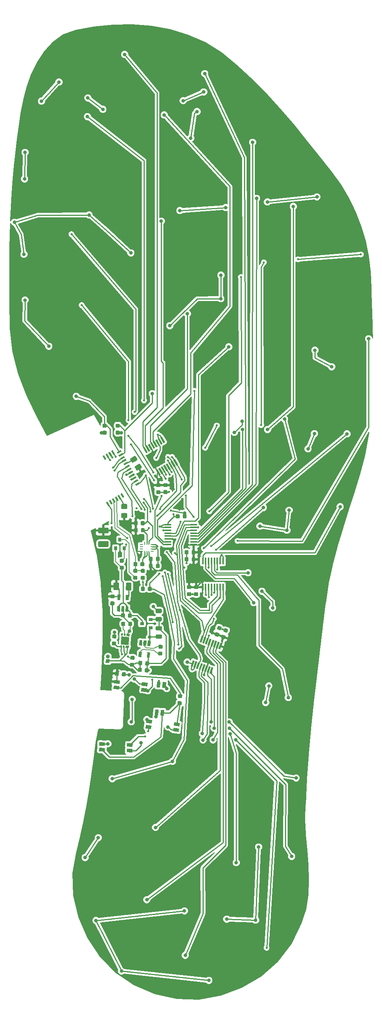
<source format=gbl>
G04 #@! TF.GenerationSoftware,KiCad,Pcbnew,(5.0.0)*
G04 #@! TF.CreationDate,2020-01-12T10:50:59+01:00*
G04 #@! TF.ProjectId,Insole_PCB,496E736F6C655F5043422E6B69636164,rev?*
G04 #@! TF.SameCoordinates,Original*
G04 #@! TF.FileFunction,Copper,L2,Bot,Signal*
G04 #@! TF.FilePolarity,Positive*
%FSLAX46Y46*%
G04 Gerber Fmt 4.6, Leading zero omitted, Abs format (unit mm)*
G04 Created by KiCad (PCBNEW (5.0.0)) date 01/12/20 10:50:59*
%MOMM*%
%LPD*%
G01*
G04 APERTURE LIST*
G04 #@! TA.AperFunction,Conductor*
%ADD10C,0.100000*%
G04 #@! TD*
G04 #@! TA.AperFunction,SMDPad,CuDef*
%ADD11C,0.875000*%
G04 #@! TD*
G04 #@! TA.AperFunction,SMDPad,CuDef*
%ADD12C,0.650000*%
G04 #@! TD*
G04 #@! TA.AperFunction,ComponentPad*
%ADD13C,0.850000*%
G04 #@! TD*
G04 #@! TA.AperFunction,Conductor*
%ADD14C,0.850000*%
G04 #@! TD*
G04 #@! TA.AperFunction,SMDPad,CuDef*
%ADD15R,0.675000X0.250000*%
G04 #@! TD*
G04 #@! TA.AperFunction,SMDPad,CuDef*
%ADD16R,0.250000X0.675000*%
G04 #@! TD*
G04 #@! TA.AperFunction,SMDPad,CuDef*
%ADD17C,1.150000*%
G04 #@! TD*
G04 #@! TA.AperFunction,SMDPad,CuDef*
%ADD18C,0.450000*%
G04 #@! TD*
G04 #@! TA.AperFunction,SMDPad,CuDef*
%ADD19R,1.500000X0.450000*%
G04 #@! TD*
G04 #@! TA.AperFunction,SMDPad,CuDef*
%ADD20R,0.450000X1.500000*%
G04 #@! TD*
G04 #@! TA.AperFunction,SMDPad,CuDef*
%ADD21R,0.800000X0.900000*%
G04 #@! TD*
G04 #@! TA.AperFunction,SMDPad,CuDef*
%ADD22C,0.410000*%
G04 #@! TD*
G04 #@! TA.AperFunction,SMDPad,CuDef*
%ADD23C,1.800000*%
G04 #@! TD*
G04 #@! TA.AperFunction,SMDPad,CuDef*
%ADD24C,0.500000*%
G04 #@! TD*
G04 #@! TA.AperFunction,SMDPad,CuDef*
%ADD25C,0.400000*%
G04 #@! TD*
G04 #@! TA.AperFunction,SMDPad,CuDef*
%ADD26C,0.800000*%
G04 #@! TD*
G04 #@! TA.AperFunction,SMDPad,CuDef*
%ADD27C,1.325000*%
G04 #@! TD*
G04 #@! TA.AperFunction,SMDPad,CuDef*
%ADD28R,0.900000X0.800000*%
G04 #@! TD*
G04 #@! TA.AperFunction,SMDPad,CuDef*
%ADD29C,0.975000*%
G04 #@! TD*
G04 #@! TA.AperFunction,SMDPad,CuDef*
%ADD30C,1.250000*%
G04 #@! TD*
G04 #@! TA.AperFunction,ViaPad*
%ADD31C,0.800000*%
G04 #@! TD*
G04 #@! TA.AperFunction,ViaPad*
%ADD32C,0.500000*%
G04 #@! TD*
G04 #@! TA.AperFunction,ViaPad*
%ADD33C,0.600000*%
G04 #@! TD*
G04 #@! TA.AperFunction,Conductor*
%ADD34C,0.250000*%
G04 #@! TD*
G04 #@! TA.AperFunction,Conductor*
%ADD35C,0.160000*%
G04 #@! TD*
G04 #@! TA.AperFunction,Conductor*
%ADD36C,0.200000*%
G04 #@! TD*
G04 APERTURE END LIST*
D10*
G04 #@! TO.N,/+BATT_CUT*
G04 #@! TO.C,C3*
G36*
X192133840Y-182073341D02*
X192155260Y-182074769D01*
X192176436Y-182078289D01*
X192197166Y-182083867D01*
X192217249Y-182091451D01*
X192236491Y-182100967D01*
X192254709Y-182112323D01*
X192271726Y-182125410D01*
X192287378Y-182140102D01*
X192301514Y-182156257D01*
X192313999Y-182173720D01*
X192324713Y-182192323D01*
X192333551Y-182211886D01*
X192340429Y-182232221D01*
X192345281Y-182253133D01*
X192348060Y-182274420D01*
X192348739Y-182295876D01*
X192339795Y-182808298D01*
X192338367Y-182829717D01*
X192334847Y-182850894D01*
X192329269Y-182871623D01*
X192321685Y-182891706D01*
X192312169Y-182910949D01*
X192300813Y-182929167D01*
X192287726Y-182946183D01*
X192273035Y-182961835D01*
X192256879Y-182975972D01*
X192239416Y-182988457D01*
X192220814Y-182999170D01*
X192201250Y-183008009D01*
X192180915Y-183014887D01*
X192160003Y-183019739D01*
X192138717Y-183022518D01*
X192117260Y-183023197D01*
X191679826Y-183015561D01*
X191658406Y-183014133D01*
X191637230Y-183010613D01*
X191616500Y-183005035D01*
X191596417Y-182997451D01*
X191577175Y-182987935D01*
X191558957Y-182976579D01*
X191541940Y-182963492D01*
X191526288Y-182948800D01*
X191512152Y-182932645D01*
X191499667Y-182915182D01*
X191488953Y-182896579D01*
X191480115Y-182877016D01*
X191473237Y-182856681D01*
X191468385Y-182835769D01*
X191465606Y-182814482D01*
X191464927Y-182793026D01*
X191473871Y-182280604D01*
X191475299Y-182259185D01*
X191478819Y-182238008D01*
X191484397Y-182217279D01*
X191491981Y-182197196D01*
X191501497Y-182177953D01*
X191512853Y-182159735D01*
X191525940Y-182142719D01*
X191540631Y-182127067D01*
X191556787Y-182112930D01*
X191574250Y-182100445D01*
X191592852Y-182089732D01*
X191612416Y-182080893D01*
X191632751Y-182074015D01*
X191653663Y-182069163D01*
X191674949Y-182066384D01*
X191696406Y-182065705D01*
X192133840Y-182073341D01*
X192133840Y-182073341D01*
G37*
D11*
G04 #@! TD*
G04 #@! TO.P,C3,2*
G04 #@! TO.N,/+BATT_CUT*
X191906833Y-182544451D03*
D10*
G04 #@! TO.N,GND*
G04 #@! TO.C,C3*
G36*
X190559080Y-182045853D02*
X190580500Y-182047281D01*
X190601676Y-182050801D01*
X190622406Y-182056379D01*
X190642489Y-182063963D01*
X190661731Y-182073479D01*
X190679949Y-182084835D01*
X190696966Y-182097922D01*
X190712618Y-182112614D01*
X190726754Y-182128769D01*
X190739239Y-182146232D01*
X190749953Y-182164835D01*
X190758791Y-182184398D01*
X190765669Y-182204733D01*
X190770521Y-182225645D01*
X190773300Y-182246932D01*
X190773979Y-182268388D01*
X190765035Y-182780810D01*
X190763607Y-182802229D01*
X190760087Y-182823406D01*
X190754509Y-182844135D01*
X190746925Y-182864218D01*
X190737409Y-182883461D01*
X190726053Y-182901679D01*
X190712966Y-182918695D01*
X190698275Y-182934347D01*
X190682119Y-182948484D01*
X190664656Y-182960969D01*
X190646054Y-182971682D01*
X190626490Y-182980521D01*
X190606155Y-182987399D01*
X190585243Y-182992251D01*
X190563957Y-182995030D01*
X190542500Y-182995709D01*
X190105066Y-182988073D01*
X190083646Y-182986645D01*
X190062470Y-182983125D01*
X190041740Y-182977547D01*
X190021657Y-182969963D01*
X190002415Y-182960447D01*
X189984197Y-182949091D01*
X189967180Y-182936004D01*
X189951528Y-182921312D01*
X189937392Y-182905157D01*
X189924907Y-182887694D01*
X189914193Y-182869091D01*
X189905355Y-182849528D01*
X189898477Y-182829193D01*
X189893625Y-182808281D01*
X189890846Y-182786994D01*
X189890167Y-182765538D01*
X189899111Y-182253116D01*
X189900539Y-182231697D01*
X189904059Y-182210520D01*
X189909637Y-182189791D01*
X189917221Y-182169708D01*
X189926737Y-182150465D01*
X189938093Y-182132247D01*
X189951180Y-182115231D01*
X189965871Y-182099579D01*
X189982027Y-182085442D01*
X189999490Y-182072957D01*
X190018092Y-182062244D01*
X190037656Y-182053405D01*
X190057991Y-182046527D01*
X190078903Y-182041675D01*
X190100189Y-182038896D01*
X190121646Y-182038217D01*
X190559080Y-182045853D01*
X190559080Y-182045853D01*
G37*
D11*
G04 #@! TD*
G04 #@! TO.P,C3,1*
G04 #@! TO.N,GND*
X190332073Y-182516963D03*
D12*
G04 #@! TO.P,U3,5*
G04 #@! TO.N,Net-(L3-Pad1)*
X191302171Y-178447486D03*
D10*
G04 #@! TD*
G04 #@! TO.N,Net-(L3-Pad1)*
G04 #@! TO.C,U3*
G36*
X191616476Y-179063065D02*
X190966575Y-179051721D01*
X190987866Y-177831907D01*
X191637767Y-177843251D01*
X191616476Y-179063065D01*
X191616476Y-179063065D01*
G37*
D12*
G04 #@! TO.P,U3,4*
G04 #@! TO.N,+3V3*
X189402460Y-178414327D03*
D10*
G04 #@! TD*
G04 #@! TO.N,+3V3*
G04 #@! TO.C,U3*
G36*
X189716765Y-179029906D02*
X189066864Y-179018562D01*
X189088155Y-177798748D01*
X189738056Y-177810092D01*
X189716765Y-179029906D01*
X189716765Y-179029906D01*
G37*
D12*
G04 #@! TO.P,U3,3*
G04 #@! TO.N,/+BATT_CUT*
X189356735Y-181033928D03*
D10*
G04 #@! TD*
G04 #@! TO.N,/+BATT_CUT*
G04 #@! TO.C,U3*
G36*
X189671040Y-181649507D02*
X189021139Y-181638163D01*
X189042430Y-180418349D01*
X189692331Y-180429693D01*
X189671040Y-181649507D01*
X189671040Y-181649507D01*
G37*
D12*
G04 #@! TO.P,U3,2*
G04 #@! TO.N,GND*
X190306590Y-181050507D03*
D10*
G04 #@! TD*
G04 #@! TO.N,GND*
G04 #@! TO.C,U3*
G36*
X190620895Y-181666086D02*
X189970994Y-181654742D01*
X189992285Y-180434928D01*
X190642186Y-180446272D01*
X190620895Y-181666086D01*
X190620895Y-181666086D01*
G37*
D12*
G04 #@! TO.P,U3,1*
G04 #@! TO.N,/+BATT_CUT*
X191256446Y-181067087D03*
D10*
G04 #@! TD*
G04 #@! TO.N,/+BATT_CUT*
G04 #@! TO.C,U3*
G36*
X191570751Y-181682666D02*
X190920850Y-181671322D01*
X190942141Y-180451508D01*
X191592042Y-180462852D01*
X191570751Y-181682666D01*
X191570751Y-181682666D01*
G37*
D13*
G04 #@! TO.P,J2,2*
G04 #@! TO.N,+BATT*
X186929209Y-191863143D03*
D14*
G04 #@! TD*
G04 #@! TO.N,+BATT*
G04 #@! TO.C,J2*
X186929209Y-191863143D02*
X186929209Y-191863143D01*
D13*
G04 #@! TO.P,J2,1*
G04 #@! TO.N,-BATT*
X186859453Y-192860707D03*
D10*
G04 #@! TD*
G04 #@! TO.N,-BATT*
G04 #@! TO.C,J2*
G36*
X187313064Y-192466389D02*
X187253771Y-193314318D01*
X186405842Y-193255025D01*
X186465135Y-192407096D01*
X187313064Y-192466389D01*
X187313064Y-192466389D01*
G37*
D15*
G04 #@! TO.P,U2,11*
G04 #@! TO.N,N/C*
X194486953Y-166460707D03*
G04 #@! TO.P,U2,10*
X194486953Y-166960707D03*
G04 #@! TO.P,U2,9*
X194486953Y-167460707D03*
G04 #@! TO.P,U2,8*
G04 #@! TO.N,+3V3*
X194486953Y-167960707D03*
G04 #@! TO.P,U2,4*
G04 #@! TO.N,N/C*
X197011953Y-167960707D03*
G04 #@! TO.P,U2,3*
G04 #@! TO.N,GND*
X197011953Y-167460707D03*
G04 #@! TO.P,U2,2*
X197011953Y-166960707D03*
G04 #@! TO.P,U2,1*
X197011953Y-166460707D03*
D16*
G04 #@! TO.P,U2,7*
X195249453Y-168223207D03*
G04 #@! TO.P,U2,6*
X195749453Y-168223207D03*
G04 #@! TO.P,U2,5*
G04 #@! TO.N,+3V3*
X196249453Y-168223207D03*
G04 #@! TO.P,U2,12*
G04 #@! TO.N,N/C*
X195249453Y-166198207D03*
G04 #@! TO.P,U2,14*
G04 #@! TO.N,Net-(R2-Pad2)*
X196249453Y-166198207D03*
G04 #@! TO.P,U2,13*
G04 #@! TO.N,Net-(R3-Pad2)*
X195749453Y-166198207D03*
G04 #@! TD*
D10*
G04 #@! TO.N,-BATT*
G04 #@! TO.C,C1*
G36*
X192169412Y-193241980D02*
X192680664Y-193277730D01*
X192701980Y-193280276D01*
X192722943Y-193284900D01*
X192743352Y-193291556D01*
X192763011Y-193300180D01*
X192781729Y-193310690D01*
X192799327Y-193322984D01*
X192815636Y-193336943D01*
X192830498Y-193352434D01*
X192843769Y-193369307D01*
X192855323Y-193387400D01*
X192865048Y-193406538D01*
X192872851Y-193426537D01*
X192878655Y-193447204D01*
X192882406Y-193468341D01*
X192884067Y-193489744D01*
X192883622Y-193511206D01*
X192853104Y-193947640D01*
X192850558Y-193968956D01*
X192845934Y-193989919D01*
X192839278Y-194010328D01*
X192830654Y-194029987D01*
X192820144Y-194048705D01*
X192807850Y-194066303D01*
X192793891Y-194082612D01*
X192778400Y-194097474D01*
X192761527Y-194110745D01*
X192743435Y-194122299D01*
X192724297Y-194132024D01*
X192704298Y-194139827D01*
X192683630Y-194145631D01*
X192662493Y-194149382D01*
X192641090Y-194151043D01*
X192619628Y-194150598D01*
X192108376Y-194114848D01*
X192087060Y-194112302D01*
X192066097Y-194107678D01*
X192045688Y-194101022D01*
X192026029Y-194092398D01*
X192007311Y-194081888D01*
X191989713Y-194069594D01*
X191973404Y-194055635D01*
X191958542Y-194040144D01*
X191945271Y-194023271D01*
X191933717Y-194005178D01*
X191923992Y-193986040D01*
X191916189Y-193966041D01*
X191910385Y-193945374D01*
X191906634Y-193924237D01*
X191904973Y-193902834D01*
X191905418Y-193881372D01*
X191935936Y-193444938D01*
X191938482Y-193423622D01*
X191943106Y-193402659D01*
X191949762Y-193382250D01*
X191958386Y-193362591D01*
X191968896Y-193343873D01*
X191981190Y-193326275D01*
X191995149Y-193309966D01*
X192010640Y-193295104D01*
X192027513Y-193281833D01*
X192045605Y-193270279D01*
X192064743Y-193260554D01*
X192084742Y-193252751D01*
X192105410Y-193246947D01*
X192126547Y-193243196D01*
X192147950Y-193241535D01*
X192169412Y-193241980D01*
X192169412Y-193241980D01*
G37*
D11*
G04 #@! TD*
G04 #@! TO.P,C1,2*
G04 #@! TO.N,-BATT*
X192394520Y-193696289D03*
D10*
G04 #@! TO.N,Net-(C1-Pad1)*
G04 #@! TO.C,C1*
G36*
X192279278Y-191670816D02*
X192790530Y-191706566D01*
X192811846Y-191709112D01*
X192832809Y-191713736D01*
X192853218Y-191720392D01*
X192872877Y-191729016D01*
X192891595Y-191739526D01*
X192909193Y-191751820D01*
X192925502Y-191765779D01*
X192940364Y-191781270D01*
X192953635Y-191798143D01*
X192965189Y-191816236D01*
X192974914Y-191835374D01*
X192982717Y-191855373D01*
X192988521Y-191876040D01*
X192992272Y-191897177D01*
X192993933Y-191918580D01*
X192993488Y-191940042D01*
X192962970Y-192376476D01*
X192960424Y-192397792D01*
X192955800Y-192418755D01*
X192949144Y-192439164D01*
X192940520Y-192458823D01*
X192930010Y-192477541D01*
X192917716Y-192495139D01*
X192903757Y-192511448D01*
X192888266Y-192526310D01*
X192871393Y-192539581D01*
X192853301Y-192551135D01*
X192834163Y-192560860D01*
X192814164Y-192568663D01*
X192793496Y-192574467D01*
X192772359Y-192578218D01*
X192750956Y-192579879D01*
X192729494Y-192579434D01*
X192218242Y-192543684D01*
X192196926Y-192541138D01*
X192175963Y-192536514D01*
X192155554Y-192529858D01*
X192135895Y-192521234D01*
X192117177Y-192510724D01*
X192099579Y-192498430D01*
X192083270Y-192484471D01*
X192068408Y-192468980D01*
X192055137Y-192452107D01*
X192043583Y-192434014D01*
X192033858Y-192414876D01*
X192026055Y-192394877D01*
X192020251Y-192374210D01*
X192016500Y-192353073D01*
X192014839Y-192331670D01*
X192015284Y-192310208D01*
X192045802Y-191873774D01*
X192048348Y-191852458D01*
X192052972Y-191831495D01*
X192059628Y-191811086D01*
X192068252Y-191791427D01*
X192078762Y-191772709D01*
X192091056Y-191755111D01*
X192105015Y-191738802D01*
X192120506Y-191723940D01*
X192137379Y-191710669D01*
X192155471Y-191699115D01*
X192174609Y-191689390D01*
X192194608Y-191681587D01*
X192215276Y-191675783D01*
X192236413Y-191672032D01*
X192257816Y-191670371D01*
X192279278Y-191670816D01*
X192279278Y-191670816D01*
G37*
D11*
G04 #@! TD*
G04 #@! TO.P,C1,1*
G04 #@! TO.N,Net-(C1-Pad1)*
X192504386Y-192125125D03*
D10*
G04 #@! TO.N,+3V3*
G04 #@! TO.C,C2*
G36*
X212976058Y-186889090D02*
X212997410Y-186891311D01*
X213018442Y-186895614D01*
X213038950Y-186901957D01*
X213520542Y-187077242D01*
X213540330Y-187085565D01*
X213559207Y-187095788D01*
X213576991Y-187107812D01*
X213593510Y-187121521D01*
X213608607Y-187136783D01*
X213622135Y-187153451D01*
X213633964Y-187171365D01*
X213643980Y-187190352D01*
X213652087Y-187210230D01*
X213658206Y-187230806D01*
X213662279Y-187251883D01*
X213664267Y-187273258D01*
X213664150Y-187294725D01*
X213661929Y-187316077D01*
X213657626Y-187337108D01*
X213651283Y-187357617D01*
X213501649Y-187768732D01*
X213493326Y-187788520D01*
X213483103Y-187807397D01*
X213471079Y-187825181D01*
X213457370Y-187841700D01*
X213442108Y-187856797D01*
X213425440Y-187870325D01*
X213407526Y-187882154D01*
X213388539Y-187892170D01*
X213368661Y-187900277D01*
X213348085Y-187906396D01*
X213327007Y-187910469D01*
X213305633Y-187912457D01*
X213284166Y-187912340D01*
X213262814Y-187910119D01*
X213241782Y-187905816D01*
X213221274Y-187899473D01*
X212739682Y-187724188D01*
X212719894Y-187715865D01*
X212701017Y-187705642D01*
X212683233Y-187693618D01*
X212666714Y-187679909D01*
X212651617Y-187664647D01*
X212638089Y-187647979D01*
X212626260Y-187630065D01*
X212616244Y-187611078D01*
X212608137Y-187591200D01*
X212602018Y-187570624D01*
X212597945Y-187549547D01*
X212595957Y-187528172D01*
X212596074Y-187506705D01*
X212598295Y-187485353D01*
X212602598Y-187464322D01*
X212608941Y-187443813D01*
X212758575Y-187032698D01*
X212766898Y-187012910D01*
X212777121Y-186994033D01*
X212789145Y-186976249D01*
X212802854Y-186959730D01*
X212818116Y-186944633D01*
X212834784Y-186931105D01*
X212852698Y-186919276D01*
X212871685Y-186909260D01*
X212891563Y-186901153D01*
X212912139Y-186895034D01*
X212933217Y-186890961D01*
X212954591Y-186888973D01*
X212976058Y-186889090D01*
X212976058Y-186889090D01*
G37*
D11*
G04 #@! TD*
G04 #@! TO.P,C2,2*
G04 #@! TO.N,+3V3*
X213130112Y-187400715D03*
D10*
G04 #@! TO.N,GND*
G04 #@! TO.C,C2*
G36*
X213514740Y-185409074D02*
X213536092Y-185411295D01*
X213557124Y-185415598D01*
X213577632Y-185421941D01*
X214059224Y-185597226D01*
X214079012Y-185605549D01*
X214097889Y-185615772D01*
X214115673Y-185627796D01*
X214132192Y-185641505D01*
X214147289Y-185656767D01*
X214160817Y-185673435D01*
X214172646Y-185691349D01*
X214182662Y-185710336D01*
X214190769Y-185730214D01*
X214196888Y-185750790D01*
X214200961Y-185771867D01*
X214202949Y-185793242D01*
X214202832Y-185814709D01*
X214200611Y-185836061D01*
X214196308Y-185857092D01*
X214189965Y-185877601D01*
X214040331Y-186288716D01*
X214032008Y-186308504D01*
X214021785Y-186327381D01*
X214009761Y-186345165D01*
X213996052Y-186361684D01*
X213980790Y-186376781D01*
X213964122Y-186390309D01*
X213946208Y-186402138D01*
X213927221Y-186412154D01*
X213907343Y-186420261D01*
X213886767Y-186426380D01*
X213865689Y-186430453D01*
X213844315Y-186432441D01*
X213822848Y-186432324D01*
X213801496Y-186430103D01*
X213780464Y-186425800D01*
X213759956Y-186419457D01*
X213278364Y-186244172D01*
X213258576Y-186235849D01*
X213239699Y-186225626D01*
X213221915Y-186213602D01*
X213205396Y-186199893D01*
X213190299Y-186184631D01*
X213176771Y-186167963D01*
X213164942Y-186150049D01*
X213154926Y-186131062D01*
X213146819Y-186111184D01*
X213140700Y-186090608D01*
X213136627Y-186069531D01*
X213134639Y-186048156D01*
X213134756Y-186026689D01*
X213136977Y-186005337D01*
X213141280Y-185984306D01*
X213147623Y-185963797D01*
X213297257Y-185552682D01*
X213305580Y-185532894D01*
X213315803Y-185514017D01*
X213327827Y-185496233D01*
X213341536Y-185479714D01*
X213356798Y-185464617D01*
X213373466Y-185451089D01*
X213391380Y-185439260D01*
X213410367Y-185429244D01*
X213430245Y-185421137D01*
X213450821Y-185415018D01*
X213471899Y-185410945D01*
X213493273Y-185408957D01*
X213514740Y-185409074D01*
X213514740Y-185409074D01*
G37*
D11*
G04 #@! TD*
G04 #@! TO.P,C2,1*
G04 #@! TO.N,GND*
X213668794Y-185920699D03*
D10*
G04 #@! TO.N,GND*
G04 #@! TO.C,C4*
G36*
X188187556Y-179353125D02*
X188208975Y-179354553D01*
X188230152Y-179358073D01*
X188250881Y-179363651D01*
X188270964Y-179371235D01*
X188290207Y-179380751D01*
X188308425Y-179392107D01*
X188325441Y-179405194D01*
X188341093Y-179419885D01*
X188355230Y-179436041D01*
X188367715Y-179453504D01*
X188378428Y-179472106D01*
X188387267Y-179491670D01*
X188394145Y-179512005D01*
X188398997Y-179532917D01*
X188401776Y-179554203D01*
X188402455Y-179575660D01*
X188394819Y-180013094D01*
X188393391Y-180034514D01*
X188389871Y-180055690D01*
X188384293Y-180076420D01*
X188376709Y-180096503D01*
X188367193Y-180115745D01*
X188355837Y-180133963D01*
X188342750Y-180150980D01*
X188328058Y-180166632D01*
X188311903Y-180180768D01*
X188294440Y-180193253D01*
X188275837Y-180203967D01*
X188256274Y-180212805D01*
X188235939Y-180219683D01*
X188215027Y-180224535D01*
X188193740Y-180227314D01*
X188172284Y-180227993D01*
X187659862Y-180219049D01*
X187638443Y-180217621D01*
X187617266Y-180214101D01*
X187596537Y-180208523D01*
X187576454Y-180200939D01*
X187557211Y-180191423D01*
X187538993Y-180180067D01*
X187521977Y-180166980D01*
X187506325Y-180152289D01*
X187492188Y-180136133D01*
X187479703Y-180118670D01*
X187468990Y-180100068D01*
X187460151Y-180080504D01*
X187453273Y-180060169D01*
X187448421Y-180039257D01*
X187445642Y-180017971D01*
X187444963Y-179996514D01*
X187452599Y-179559080D01*
X187454027Y-179537660D01*
X187457547Y-179516484D01*
X187463125Y-179495754D01*
X187470709Y-179475671D01*
X187480225Y-179456429D01*
X187491581Y-179438211D01*
X187504668Y-179421194D01*
X187519360Y-179405542D01*
X187535515Y-179391406D01*
X187552978Y-179378921D01*
X187571581Y-179368207D01*
X187591144Y-179359369D01*
X187611479Y-179352491D01*
X187632391Y-179347639D01*
X187653678Y-179344860D01*
X187675134Y-179344181D01*
X188187556Y-179353125D01*
X188187556Y-179353125D01*
G37*
D11*
G04 #@! TD*
G04 #@! TO.P,C4,2*
G04 #@! TO.N,GND*
X187923709Y-179786087D03*
D10*
G04 #@! TO.N,+3V3*
G04 #@! TO.C,C4*
G36*
X188215044Y-177778365D02*
X188236463Y-177779793D01*
X188257640Y-177783313D01*
X188278369Y-177788891D01*
X188298452Y-177796475D01*
X188317695Y-177805991D01*
X188335913Y-177817347D01*
X188352929Y-177830434D01*
X188368581Y-177845125D01*
X188382718Y-177861281D01*
X188395203Y-177878744D01*
X188405916Y-177897346D01*
X188414755Y-177916910D01*
X188421633Y-177937245D01*
X188426485Y-177958157D01*
X188429264Y-177979443D01*
X188429943Y-178000900D01*
X188422307Y-178438334D01*
X188420879Y-178459754D01*
X188417359Y-178480930D01*
X188411781Y-178501660D01*
X188404197Y-178521743D01*
X188394681Y-178540985D01*
X188383325Y-178559203D01*
X188370238Y-178576220D01*
X188355546Y-178591872D01*
X188339391Y-178606008D01*
X188321928Y-178618493D01*
X188303325Y-178629207D01*
X188283762Y-178638045D01*
X188263427Y-178644923D01*
X188242515Y-178649775D01*
X188221228Y-178652554D01*
X188199772Y-178653233D01*
X187687350Y-178644289D01*
X187665931Y-178642861D01*
X187644754Y-178639341D01*
X187624025Y-178633763D01*
X187603942Y-178626179D01*
X187584699Y-178616663D01*
X187566481Y-178605307D01*
X187549465Y-178592220D01*
X187533813Y-178577529D01*
X187519676Y-178561373D01*
X187507191Y-178543910D01*
X187496478Y-178525308D01*
X187487639Y-178505744D01*
X187480761Y-178485409D01*
X187475909Y-178464497D01*
X187473130Y-178443211D01*
X187472451Y-178421754D01*
X187480087Y-177984320D01*
X187481515Y-177962900D01*
X187485035Y-177941724D01*
X187490613Y-177920994D01*
X187498197Y-177900911D01*
X187507713Y-177881669D01*
X187519069Y-177863451D01*
X187532156Y-177846434D01*
X187546848Y-177830782D01*
X187563003Y-177816646D01*
X187580466Y-177804161D01*
X187599069Y-177793447D01*
X187618632Y-177784609D01*
X187638967Y-177777731D01*
X187659879Y-177772879D01*
X187681166Y-177770100D01*
X187702622Y-177769421D01*
X188215044Y-177778365D01*
X188215044Y-177778365D01*
G37*
D11*
G04 #@! TD*
G04 #@! TO.P,C4,1*
G04 #@! TO.N,+3V3*
X187951197Y-178211327D03*
D10*
G04 #@! TO.N,+3V3*
G04 #@! TO.C,C5*
G36*
X211526058Y-186339090D02*
X211547410Y-186341311D01*
X211568442Y-186345614D01*
X211588950Y-186351957D01*
X212070542Y-186527242D01*
X212090330Y-186535565D01*
X212109207Y-186545788D01*
X212126991Y-186557812D01*
X212143510Y-186571521D01*
X212158607Y-186586783D01*
X212172135Y-186603451D01*
X212183964Y-186621365D01*
X212193980Y-186640352D01*
X212202087Y-186660230D01*
X212208206Y-186680806D01*
X212212279Y-186701883D01*
X212214267Y-186723258D01*
X212214150Y-186744725D01*
X212211929Y-186766077D01*
X212207626Y-186787108D01*
X212201283Y-186807617D01*
X212051649Y-187218732D01*
X212043326Y-187238520D01*
X212033103Y-187257397D01*
X212021079Y-187275181D01*
X212007370Y-187291700D01*
X211992108Y-187306797D01*
X211975440Y-187320325D01*
X211957526Y-187332154D01*
X211938539Y-187342170D01*
X211918661Y-187350277D01*
X211898085Y-187356396D01*
X211877007Y-187360469D01*
X211855633Y-187362457D01*
X211834166Y-187362340D01*
X211812814Y-187360119D01*
X211791782Y-187355816D01*
X211771274Y-187349473D01*
X211289682Y-187174188D01*
X211269894Y-187165865D01*
X211251017Y-187155642D01*
X211233233Y-187143618D01*
X211216714Y-187129909D01*
X211201617Y-187114647D01*
X211188089Y-187097979D01*
X211176260Y-187080065D01*
X211166244Y-187061078D01*
X211158137Y-187041200D01*
X211152018Y-187020624D01*
X211147945Y-186999547D01*
X211145957Y-186978172D01*
X211146074Y-186956705D01*
X211148295Y-186935353D01*
X211152598Y-186914322D01*
X211158941Y-186893813D01*
X211308575Y-186482698D01*
X211316898Y-186462910D01*
X211327121Y-186444033D01*
X211339145Y-186426249D01*
X211352854Y-186409730D01*
X211368116Y-186394633D01*
X211384784Y-186381105D01*
X211402698Y-186369276D01*
X211421685Y-186359260D01*
X211441563Y-186351153D01*
X211462139Y-186345034D01*
X211483217Y-186340961D01*
X211504591Y-186338973D01*
X211526058Y-186339090D01*
X211526058Y-186339090D01*
G37*
D11*
G04 #@! TD*
G04 #@! TO.P,C5,2*
G04 #@! TO.N,+3V3*
X211680112Y-186850715D03*
D10*
G04 #@! TO.N,GND*
G04 #@! TO.C,C5*
G36*
X212064740Y-184859074D02*
X212086092Y-184861295D01*
X212107124Y-184865598D01*
X212127632Y-184871941D01*
X212609224Y-185047226D01*
X212629012Y-185055549D01*
X212647889Y-185065772D01*
X212665673Y-185077796D01*
X212682192Y-185091505D01*
X212697289Y-185106767D01*
X212710817Y-185123435D01*
X212722646Y-185141349D01*
X212732662Y-185160336D01*
X212740769Y-185180214D01*
X212746888Y-185200790D01*
X212750961Y-185221867D01*
X212752949Y-185243242D01*
X212752832Y-185264709D01*
X212750611Y-185286061D01*
X212746308Y-185307092D01*
X212739965Y-185327601D01*
X212590331Y-185738716D01*
X212582008Y-185758504D01*
X212571785Y-185777381D01*
X212559761Y-185795165D01*
X212546052Y-185811684D01*
X212530790Y-185826781D01*
X212514122Y-185840309D01*
X212496208Y-185852138D01*
X212477221Y-185862154D01*
X212457343Y-185870261D01*
X212436767Y-185876380D01*
X212415689Y-185880453D01*
X212394315Y-185882441D01*
X212372848Y-185882324D01*
X212351496Y-185880103D01*
X212330464Y-185875800D01*
X212309956Y-185869457D01*
X211828364Y-185694172D01*
X211808576Y-185685849D01*
X211789699Y-185675626D01*
X211771915Y-185663602D01*
X211755396Y-185649893D01*
X211740299Y-185634631D01*
X211726771Y-185617963D01*
X211714942Y-185600049D01*
X211704926Y-185581062D01*
X211696819Y-185561184D01*
X211690700Y-185540608D01*
X211686627Y-185519531D01*
X211684639Y-185498156D01*
X211684756Y-185476689D01*
X211686977Y-185455337D01*
X211691280Y-185434306D01*
X211697623Y-185413797D01*
X211847257Y-185002682D01*
X211855580Y-184982894D01*
X211865803Y-184964017D01*
X211877827Y-184946233D01*
X211891536Y-184929714D01*
X211906798Y-184914617D01*
X211923466Y-184901089D01*
X211941380Y-184889260D01*
X211960367Y-184879244D01*
X211980245Y-184871137D01*
X212000821Y-184865018D01*
X212021899Y-184860945D01*
X212043273Y-184858957D01*
X212064740Y-184859074D01*
X212064740Y-184859074D01*
G37*
D11*
G04 #@! TD*
G04 #@! TO.P,C5,1*
G04 #@! TO.N,GND*
X212218794Y-185370699D03*
D10*
G04 #@! TO.N,+3V3*
G04 #@! TO.C,C6*
G36*
X205627144Y-175674260D02*
X205648379Y-175677410D01*
X205669203Y-175682626D01*
X205689415Y-175689858D01*
X205708821Y-175699037D01*
X205727234Y-175710073D01*
X205744477Y-175722861D01*
X205760383Y-175737277D01*
X205774799Y-175753183D01*
X205787587Y-175770426D01*
X205798623Y-175788839D01*
X205807802Y-175808245D01*
X205815034Y-175828457D01*
X205820250Y-175849281D01*
X205823400Y-175870516D01*
X205824453Y-175891957D01*
X205824453Y-176329457D01*
X205823400Y-176350898D01*
X205820250Y-176372133D01*
X205815034Y-176392957D01*
X205807802Y-176413169D01*
X205798623Y-176432575D01*
X205787587Y-176450988D01*
X205774799Y-176468231D01*
X205760383Y-176484137D01*
X205744477Y-176498553D01*
X205727234Y-176511341D01*
X205708821Y-176522377D01*
X205689415Y-176531556D01*
X205669203Y-176538788D01*
X205648379Y-176544004D01*
X205627144Y-176547154D01*
X205605703Y-176548207D01*
X205093203Y-176548207D01*
X205071762Y-176547154D01*
X205050527Y-176544004D01*
X205029703Y-176538788D01*
X205009491Y-176531556D01*
X204990085Y-176522377D01*
X204971672Y-176511341D01*
X204954429Y-176498553D01*
X204938523Y-176484137D01*
X204924107Y-176468231D01*
X204911319Y-176450988D01*
X204900283Y-176432575D01*
X204891104Y-176413169D01*
X204883872Y-176392957D01*
X204878656Y-176372133D01*
X204875506Y-176350898D01*
X204874453Y-176329457D01*
X204874453Y-175891957D01*
X204875506Y-175870516D01*
X204878656Y-175849281D01*
X204883872Y-175828457D01*
X204891104Y-175808245D01*
X204900283Y-175788839D01*
X204911319Y-175770426D01*
X204924107Y-175753183D01*
X204938523Y-175737277D01*
X204954429Y-175722861D01*
X204971672Y-175710073D01*
X204990085Y-175699037D01*
X205009491Y-175689858D01*
X205029703Y-175682626D01*
X205050527Y-175677410D01*
X205071762Y-175674260D01*
X205093203Y-175673207D01*
X205605703Y-175673207D01*
X205627144Y-175674260D01*
X205627144Y-175674260D01*
G37*
D11*
G04 #@! TD*
G04 #@! TO.P,C6,2*
G04 #@! TO.N,+3V3*
X205349453Y-176110707D03*
D10*
G04 #@! TO.N,GND*
G04 #@! TO.C,C6*
G36*
X205627144Y-177249260D02*
X205648379Y-177252410D01*
X205669203Y-177257626D01*
X205689415Y-177264858D01*
X205708821Y-177274037D01*
X205727234Y-177285073D01*
X205744477Y-177297861D01*
X205760383Y-177312277D01*
X205774799Y-177328183D01*
X205787587Y-177345426D01*
X205798623Y-177363839D01*
X205807802Y-177383245D01*
X205815034Y-177403457D01*
X205820250Y-177424281D01*
X205823400Y-177445516D01*
X205824453Y-177466957D01*
X205824453Y-177904457D01*
X205823400Y-177925898D01*
X205820250Y-177947133D01*
X205815034Y-177967957D01*
X205807802Y-177988169D01*
X205798623Y-178007575D01*
X205787587Y-178025988D01*
X205774799Y-178043231D01*
X205760383Y-178059137D01*
X205744477Y-178073553D01*
X205727234Y-178086341D01*
X205708821Y-178097377D01*
X205689415Y-178106556D01*
X205669203Y-178113788D01*
X205648379Y-178119004D01*
X205627144Y-178122154D01*
X205605703Y-178123207D01*
X205093203Y-178123207D01*
X205071762Y-178122154D01*
X205050527Y-178119004D01*
X205029703Y-178113788D01*
X205009491Y-178106556D01*
X204990085Y-178097377D01*
X204971672Y-178086341D01*
X204954429Y-178073553D01*
X204938523Y-178059137D01*
X204924107Y-178043231D01*
X204911319Y-178025988D01*
X204900283Y-178007575D01*
X204891104Y-177988169D01*
X204883872Y-177967957D01*
X204878656Y-177947133D01*
X204875506Y-177925898D01*
X204874453Y-177904457D01*
X204874453Y-177466957D01*
X204875506Y-177445516D01*
X204878656Y-177424281D01*
X204883872Y-177403457D01*
X204891104Y-177383245D01*
X204900283Y-177363839D01*
X204911319Y-177345426D01*
X204924107Y-177328183D01*
X204938523Y-177312277D01*
X204954429Y-177297861D01*
X204971672Y-177285073D01*
X204990085Y-177274037D01*
X205009491Y-177264858D01*
X205029703Y-177257626D01*
X205050527Y-177252410D01*
X205071762Y-177249260D01*
X205093203Y-177248207D01*
X205605703Y-177248207D01*
X205627144Y-177249260D01*
X205627144Y-177249260D01*
G37*
D11*
G04 #@! TD*
G04 #@! TO.P,C6,1*
G04 #@! TO.N,GND*
X205349453Y-177685707D03*
D10*
G04 #@! TO.N,+3V3*
G04 #@! TO.C,C7*
G36*
X207227144Y-175686760D02*
X207248379Y-175689910D01*
X207269203Y-175695126D01*
X207289415Y-175702358D01*
X207308821Y-175711537D01*
X207327234Y-175722573D01*
X207344477Y-175735361D01*
X207360383Y-175749777D01*
X207374799Y-175765683D01*
X207387587Y-175782926D01*
X207398623Y-175801339D01*
X207407802Y-175820745D01*
X207415034Y-175840957D01*
X207420250Y-175861781D01*
X207423400Y-175883016D01*
X207424453Y-175904457D01*
X207424453Y-176341957D01*
X207423400Y-176363398D01*
X207420250Y-176384633D01*
X207415034Y-176405457D01*
X207407802Y-176425669D01*
X207398623Y-176445075D01*
X207387587Y-176463488D01*
X207374799Y-176480731D01*
X207360383Y-176496637D01*
X207344477Y-176511053D01*
X207327234Y-176523841D01*
X207308821Y-176534877D01*
X207289415Y-176544056D01*
X207269203Y-176551288D01*
X207248379Y-176556504D01*
X207227144Y-176559654D01*
X207205703Y-176560707D01*
X206693203Y-176560707D01*
X206671762Y-176559654D01*
X206650527Y-176556504D01*
X206629703Y-176551288D01*
X206609491Y-176544056D01*
X206590085Y-176534877D01*
X206571672Y-176523841D01*
X206554429Y-176511053D01*
X206538523Y-176496637D01*
X206524107Y-176480731D01*
X206511319Y-176463488D01*
X206500283Y-176445075D01*
X206491104Y-176425669D01*
X206483872Y-176405457D01*
X206478656Y-176384633D01*
X206475506Y-176363398D01*
X206474453Y-176341957D01*
X206474453Y-175904457D01*
X206475506Y-175883016D01*
X206478656Y-175861781D01*
X206483872Y-175840957D01*
X206491104Y-175820745D01*
X206500283Y-175801339D01*
X206511319Y-175782926D01*
X206524107Y-175765683D01*
X206538523Y-175749777D01*
X206554429Y-175735361D01*
X206571672Y-175722573D01*
X206590085Y-175711537D01*
X206609491Y-175702358D01*
X206629703Y-175695126D01*
X206650527Y-175689910D01*
X206671762Y-175686760D01*
X206693203Y-175685707D01*
X207205703Y-175685707D01*
X207227144Y-175686760D01*
X207227144Y-175686760D01*
G37*
D11*
G04 #@! TD*
G04 #@! TO.P,C7,2*
G04 #@! TO.N,+3V3*
X206949453Y-176123207D03*
D10*
G04 #@! TO.N,GND*
G04 #@! TO.C,C7*
G36*
X207227144Y-177261760D02*
X207248379Y-177264910D01*
X207269203Y-177270126D01*
X207289415Y-177277358D01*
X207308821Y-177286537D01*
X207327234Y-177297573D01*
X207344477Y-177310361D01*
X207360383Y-177324777D01*
X207374799Y-177340683D01*
X207387587Y-177357926D01*
X207398623Y-177376339D01*
X207407802Y-177395745D01*
X207415034Y-177415957D01*
X207420250Y-177436781D01*
X207423400Y-177458016D01*
X207424453Y-177479457D01*
X207424453Y-177916957D01*
X207423400Y-177938398D01*
X207420250Y-177959633D01*
X207415034Y-177980457D01*
X207407802Y-178000669D01*
X207398623Y-178020075D01*
X207387587Y-178038488D01*
X207374799Y-178055731D01*
X207360383Y-178071637D01*
X207344477Y-178086053D01*
X207327234Y-178098841D01*
X207308821Y-178109877D01*
X207289415Y-178119056D01*
X207269203Y-178126288D01*
X207248379Y-178131504D01*
X207227144Y-178134654D01*
X207205703Y-178135707D01*
X206693203Y-178135707D01*
X206671762Y-178134654D01*
X206650527Y-178131504D01*
X206629703Y-178126288D01*
X206609491Y-178119056D01*
X206590085Y-178109877D01*
X206571672Y-178098841D01*
X206554429Y-178086053D01*
X206538523Y-178071637D01*
X206524107Y-178055731D01*
X206511319Y-178038488D01*
X206500283Y-178020075D01*
X206491104Y-178000669D01*
X206483872Y-177980457D01*
X206478656Y-177959633D01*
X206475506Y-177938398D01*
X206474453Y-177916957D01*
X206474453Y-177479457D01*
X206475506Y-177458016D01*
X206478656Y-177436781D01*
X206483872Y-177415957D01*
X206491104Y-177395745D01*
X206500283Y-177376339D01*
X206511319Y-177357926D01*
X206524107Y-177340683D01*
X206538523Y-177324777D01*
X206554429Y-177310361D01*
X206571672Y-177297573D01*
X206590085Y-177286537D01*
X206609491Y-177277358D01*
X206629703Y-177270126D01*
X206650527Y-177264910D01*
X206671762Y-177261760D01*
X206693203Y-177260707D01*
X207205703Y-177260707D01*
X207227144Y-177261760D01*
X207227144Y-177261760D01*
G37*
D11*
G04 #@! TD*
G04 #@! TO.P,C7,1*
G04 #@! TO.N,GND*
X206949453Y-177698207D03*
D10*
G04 #@! TO.N,+3V3*
G04 #@! TO.C,C8*
G36*
X206589644Y-169336760D02*
X206610879Y-169339910D01*
X206631703Y-169345126D01*
X206651915Y-169352358D01*
X206671321Y-169361537D01*
X206689734Y-169372573D01*
X206706977Y-169385361D01*
X206722883Y-169399777D01*
X206737299Y-169415683D01*
X206750087Y-169432926D01*
X206761123Y-169451339D01*
X206770302Y-169470745D01*
X206777534Y-169490957D01*
X206782750Y-169511781D01*
X206785900Y-169533016D01*
X206786953Y-169554457D01*
X206786953Y-170066957D01*
X206785900Y-170088398D01*
X206782750Y-170109633D01*
X206777534Y-170130457D01*
X206770302Y-170150669D01*
X206761123Y-170170075D01*
X206750087Y-170188488D01*
X206737299Y-170205731D01*
X206722883Y-170221637D01*
X206706977Y-170236053D01*
X206689734Y-170248841D01*
X206671321Y-170259877D01*
X206651915Y-170269056D01*
X206631703Y-170276288D01*
X206610879Y-170281504D01*
X206589644Y-170284654D01*
X206568203Y-170285707D01*
X206130703Y-170285707D01*
X206109262Y-170284654D01*
X206088027Y-170281504D01*
X206067203Y-170276288D01*
X206046991Y-170269056D01*
X206027585Y-170259877D01*
X206009172Y-170248841D01*
X205991929Y-170236053D01*
X205976023Y-170221637D01*
X205961607Y-170205731D01*
X205948819Y-170188488D01*
X205937783Y-170170075D01*
X205928604Y-170150669D01*
X205921372Y-170130457D01*
X205916156Y-170109633D01*
X205913006Y-170088398D01*
X205911953Y-170066957D01*
X205911953Y-169554457D01*
X205913006Y-169533016D01*
X205916156Y-169511781D01*
X205921372Y-169490957D01*
X205928604Y-169470745D01*
X205937783Y-169451339D01*
X205948819Y-169432926D01*
X205961607Y-169415683D01*
X205976023Y-169399777D01*
X205991929Y-169385361D01*
X206009172Y-169372573D01*
X206027585Y-169361537D01*
X206046991Y-169352358D01*
X206067203Y-169345126D01*
X206088027Y-169339910D01*
X206109262Y-169336760D01*
X206130703Y-169335707D01*
X206568203Y-169335707D01*
X206589644Y-169336760D01*
X206589644Y-169336760D01*
G37*
D11*
G04 #@! TD*
G04 #@! TO.P,C8,2*
G04 #@! TO.N,+3V3*
X206349453Y-169810707D03*
D10*
G04 #@! TO.N,GND*
G04 #@! TO.C,C8*
G36*
X205014644Y-169336760D02*
X205035879Y-169339910D01*
X205056703Y-169345126D01*
X205076915Y-169352358D01*
X205096321Y-169361537D01*
X205114734Y-169372573D01*
X205131977Y-169385361D01*
X205147883Y-169399777D01*
X205162299Y-169415683D01*
X205175087Y-169432926D01*
X205186123Y-169451339D01*
X205195302Y-169470745D01*
X205202534Y-169490957D01*
X205207750Y-169511781D01*
X205210900Y-169533016D01*
X205211953Y-169554457D01*
X205211953Y-170066957D01*
X205210900Y-170088398D01*
X205207750Y-170109633D01*
X205202534Y-170130457D01*
X205195302Y-170150669D01*
X205186123Y-170170075D01*
X205175087Y-170188488D01*
X205162299Y-170205731D01*
X205147883Y-170221637D01*
X205131977Y-170236053D01*
X205114734Y-170248841D01*
X205096321Y-170259877D01*
X205076915Y-170269056D01*
X205056703Y-170276288D01*
X205035879Y-170281504D01*
X205014644Y-170284654D01*
X204993203Y-170285707D01*
X204555703Y-170285707D01*
X204534262Y-170284654D01*
X204513027Y-170281504D01*
X204492203Y-170276288D01*
X204471991Y-170269056D01*
X204452585Y-170259877D01*
X204434172Y-170248841D01*
X204416929Y-170236053D01*
X204401023Y-170221637D01*
X204386607Y-170205731D01*
X204373819Y-170188488D01*
X204362783Y-170170075D01*
X204353604Y-170150669D01*
X204346372Y-170130457D01*
X204341156Y-170109633D01*
X204338006Y-170088398D01*
X204336953Y-170066957D01*
X204336953Y-169554457D01*
X204338006Y-169533016D01*
X204341156Y-169511781D01*
X204346372Y-169490957D01*
X204353604Y-169470745D01*
X204362783Y-169451339D01*
X204373819Y-169432926D01*
X204386607Y-169415683D01*
X204401023Y-169399777D01*
X204416929Y-169385361D01*
X204434172Y-169372573D01*
X204452585Y-169361537D01*
X204471991Y-169352358D01*
X204492203Y-169345126D01*
X204513027Y-169339910D01*
X204534262Y-169336760D01*
X204555703Y-169335707D01*
X204993203Y-169335707D01*
X205014644Y-169336760D01*
X205014644Y-169336760D01*
G37*
D11*
G04 #@! TD*
G04 #@! TO.P,C8,1*
G04 #@! TO.N,GND*
X204774453Y-169810707D03*
D10*
G04 #@! TO.N,+3V3*
G04 #@! TO.C,C9*
G36*
X206589644Y-167736760D02*
X206610879Y-167739910D01*
X206631703Y-167745126D01*
X206651915Y-167752358D01*
X206671321Y-167761537D01*
X206689734Y-167772573D01*
X206706977Y-167785361D01*
X206722883Y-167799777D01*
X206737299Y-167815683D01*
X206750087Y-167832926D01*
X206761123Y-167851339D01*
X206770302Y-167870745D01*
X206777534Y-167890957D01*
X206782750Y-167911781D01*
X206785900Y-167933016D01*
X206786953Y-167954457D01*
X206786953Y-168466957D01*
X206785900Y-168488398D01*
X206782750Y-168509633D01*
X206777534Y-168530457D01*
X206770302Y-168550669D01*
X206761123Y-168570075D01*
X206750087Y-168588488D01*
X206737299Y-168605731D01*
X206722883Y-168621637D01*
X206706977Y-168636053D01*
X206689734Y-168648841D01*
X206671321Y-168659877D01*
X206651915Y-168669056D01*
X206631703Y-168676288D01*
X206610879Y-168681504D01*
X206589644Y-168684654D01*
X206568203Y-168685707D01*
X206130703Y-168685707D01*
X206109262Y-168684654D01*
X206088027Y-168681504D01*
X206067203Y-168676288D01*
X206046991Y-168669056D01*
X206027585Y-168659877D01*
X206009172Y-168648841D01*
X205991929Y-168636053D01*
X205976023Y-168621637D01*
X205961607Y-168605731D01*
X205948819Y-168588488D01*
X205937783Y-168570075D01*
X205928604Y-168550669D01*
X205921372Y-168530457D01*
X205916156Y-168509633D01*
X205913006Y-168488398D01*
X205911953Y-168466957D01*
X205911953Y-167954457D01*
X205913006Y-167933016D01*
X205916156Y-167911781D01*
X205921372Y-167890957D01*
X205928604Y-167870745D01*
X205937783Y-167851339D01*
X205948819Y-167832926D01*
X205961607Y-167815683D01*
X205976023Y-167799777D01*
X205991929Y-167785361D01*
X206009172Y-167772573D01*
X206027585Y-167761537D01*
X206046991Y-167752358D01*
X206067203Y-167745126D01*
X206088027Y-167739910D01*
X206109262Y-167736760D01*
X206130703Y-167735707D01*
X206568203Y-167735707D01*
X206589644Y-167736760D01*
X206589644Y-167736760D01*
G37*
D11*
G04 #@! TD*
G04 #@! TO.P,C9,2*
G04 #@! TO.N,+3V3*
X206349453Y-168210707D03*
D10*
G04 #@! TO.N,GND*
G04 #@! TO.C,C9*
G36*
X205014644Y-167736760D02*
X205035879Y-167739910D01*
X205056703Y-167745126D01*
X205076915Y-167752358D01*
X205096321Y-167761537D01*
X205114734Y-167772573D01*
X205131977Y-167785361D01*
X205147883Y-167799777D01*
X205162299Y-167815683D01*
X205175087Y-167832926D01*
X205186123Y-167851339D01*
X205195302Y-167870745D01*
X205202534Y-167890957D01*
X205207750Y-167911781D01*
X205210900Y-167933016D01*
X205211953Y-167954457D01*
X205211953Y-168466957D01*
X205210900Y-168488398D01*
X205207750Y-168509633D01*
X205202534Y-168530457D01*
X205195302Y-168550669D01*
X205186123Y-168570075D01*
X205175087Y-168588488D01*
X205162299Y-168605731D01*
X205147883Y-168621637D01*
X205131977Y-168636053D01*
X205114734Y-168648841D01*
X205096321Y-168659877D01*
X205076915Y-168669056D01*
X205056703Y-168676288D01*
X205035879Y-168681504D01*
X205014644Y-168684654D01*
X204993203Y-168685707D01*
X204555703Y-168685707D01*
X204534262Y-168684654D01*
X204513027Y-168681504D01*
X204492203Y-168676288D01*
X204471991Y-168669056D01*
X204452585Y-168659877D01*
X204434172Y-168648841D01*
X204416929Y-168636053D01*
X204401023Y-168621637D01*
X204386607Y-168605731D01*
X204373819Y-168588488D01*
X204362783Y-168570075D01*
X204353604Y-168550669D01*
X204346372Y-168530457D01*
X204341156Y-168509633D01*
X204338006Y-168488398D01*
X204336953Y-168466957D01*
X204336953Y-167954457D01*
X204338006Y-167933016D01*
X204341156Y-167911781D01*
X204346372Y-167890957D01*
X204353604Y-167870745D01*
X204362783Y-167851339D01*
X204373819Y-167832926D01*
X204386607Y-167815683D01*
X204401023Y-167799777D01*
X204416929Y-167785361D01*
X204434172Y-167772573D01*
X204452585Y-167761537D01*
X204471991Y-167752358D01*
X204492203Y-167745126D01*
X204513027Y-167739910D01*
X204534262Y-167736760D01*
X204555703Y-167735707D01*
X204993203Y-167735707D01*
X205014644Y-167736760D01*
X205014644Y-167736760D01*
G37*
D11*
G04 #@! TD*
G04 #@! TO.P,C9,1*
G04 #@! TO.N,GND*
X204774453Y-168210707D03*
D10*
G04 #@! TO.N,+3V3*
G04 #@! TO.C,C10*
G36*
X200252144Y-152549260D02*
X200273379Y-152552410D01*
X200294203Y-152557626D01*
X200314415Y-152564858D01*
X200333821Y-152574037D01*
X200352234Y-152585073D01*
X200369477Y-152597861D01*
X200385383Y-152612277D01*
X200399799Y-152628183D01*
X200412587Y-152645426D01*
X200423623Y-152663839D01*
X200432802Y-152683245D01*
X200440034Y-152703457D01*
X200445250Y-152724281D01*
X200448400Y-152745516D01*
X200449453Y-152766957D01*
X200449453Y-153204457D01*
X200448400Y-153225898D01*
X200445250Y-153247133D01*
X200440034Y-153267957D01*
X200432802Y-153288169D01*
X200423623Y-153307575D01*
X200412587Y-153325988D01*
X200399799Y-153343231D01*
X200385383Y-153359137D01*
X200369477Y-153373553D01*
X200352234Y-153386341D01*
X200333821Y-153397377D01*
X200314415Y-153406556D01*
X200294203Y-153413788D01*
X200273379Y-153419004D01*
X200252144Y-153422154D01*
X200230703Y-153423207D01*
X199718203Y-153423207D01*
X199696762Y-153422154D01*
X199675527Y-153419004D01*
X199654703Y-153413788D01*
X199634491Y-153406556D01*
X199615085Y-153397377D01*
X199596672Y-153386341D01*
X199579429Y-153373553D01*
X199563523Y-153359137D01*
X199549107Y-153343231D01*
X199536319Y-153325988D01*
X199525283Y-153307575D01*
X199516104Y-153288169D01*
X199508872Y-153267957D01*
X199503656Y-153247133D01*
X199500506Y-153225898D01*
X199499453Y-153204457D01*
X199499453Y-152766957D01*
X199500506Y-152745516D01*
X199503656Y-152724281D01*
X199508872Y-152703457D01*
X199516104Y-152683245D01*
X199525283Y-152663839D01*
X199536319Y-152645426D01*
X199549107Y-152628183D01*
X199563523Y-152612277D01*
X199579429Y-152597861D01*
X199596672Y-152585073D01*
X199615085Y-152574037D01*
X199634491Y-152564858D01*
X199654703Y-152557626D01*
X199675527Y-152552410D01*
X199696762Y-152549260D01*
X199718203Y-152548207D01*
X200230703Y-152548207D01*
X200252144Y-152549260D01*
X200252144Y-152549260D01*
G37*
D11*
G04 #@! TD*
G04 #@! TO.P,C10,2*
G04 #@! TO.N,+3V3*
X199974453Y-152985707D03*
D10*
G04 #@! TO.N,GND*
G04 #@! TO.C,C10*
G36*
X200252144Y-154124260D02*
X200273379Y-154127410D01*
X200294203Y-154132626D01*
X200314415Y-154139858D01*
X200333821Y-154149037D01*
X200352234Y-154160073D01*
X200369477Y-154172861D01*
X200385383Y-154187277D01*
X200399799Y-154203183D01*
X200412587Y-154220426D01*
X200423623Y-154238839D01*
X200432802Y-154258245D01*
X200440034Y-154278457D01*
X200445250Y-154299281D01*
X200448400Y-154320516D01*
X200449453Y-154341957D01*
X200449453Y-154779457D01*
X200448400Y-154800898D01*
X200445250Y-154822133D01*
X200440034Y-154842957D01*
X200432802Y-154863169D01*
X200423623Y-154882575D01*
X200412587Y-154900988D01*
X200399799Y-154918231D01*
X200385383Y-154934137D01*
X200369477Y-154948553D01*
X200352234Y-154961341D01*
X200333821Y-154972377D01*
X200314415Y-154981556D01*
X200294203Y-154988788D01*
X200273379Y-154994004D01*
X200252144Y-154997154D01*
X200230703Y-154998207D01*
X199718203Y-154998207D01*
X199696762Y-154997154D01*
X199675527Y-154994004D01*
X199654703Y-154988788D01*
X199634491Y-154981556D01*
X199615085Y-154972377D01*
X199596672Y-154961341D01*
X199579429Y-154948553D01*
X199563523Y-154934137D01*
X199549107Y-154918231D01*
X199536319Y-154900988D01*
X199525283Y-154882575D01*
X199516104Y-154863169D01*
X199508872Y-154842957D01*
X199503656Y-154822133D01*
X199500506Y-154800898D01*
X199499453Y-154779457D01*
X199499453Y-154341957D01*
X199500506Y-154320516D01*
X199503656Y-154299281D01*
X199508872Y-154278457D01*
X199516104Y-154258245D01*
X199525283Y-154238839D01*
X199536319Y-154220426D01*
X199549107Y-154203183D01*
X199563523Y-154187277D01*
X199579429Y-154172861D01*
X199596672Y-154160073D01*
X199615085Y-154149037D01*
X199634491Y-154139858D01*
X199654703Y-154132626D01*
X199675527Y-154127410D01*
X199696762Y-154124260D01*
X199718203Y-154123207D01*
X200230703Y-154123207D01*
X200252144Y-154124260D01*
X200252144Y-154124260D01*
G37*
D11*
G04 #@! TD*
G04 #@! TO.P,C10,1*
G04 #@! TO.N,GND*
X199974453Y-154560707D03*
D10*
G04 #@! TO.N,+3V3*
G04 #@! TO.C,C11*
G36*
X198627144Y-152561760D02*
X198648379Y-152564910D01*
X198669203Y-152570126D01*
X198689415Y-152577358D01*
X198708821Y-152586537D01*
X198727234Y-152597573D01*
X198744477Y-152610361D01*
X198760383Y-152624777D01*
X198774799Y-152640683D01*
X198787587Y-152657926D01*
X198798623Y-152676339D01*
X198807802Y-152695745D01*
X198815034Y-152715957D01*
X198820250Y-152736781D01*
X198823400Y-152758016D01*
X198824453Y-152779457D01*
X198824453Y-153216957D01*
X198823400Y-153238398D01*
X198820250Y-153259633D01*
X198815034Y-153280457D01*
X198807802Y-153300669D01*
X198798623Y-153320075D01*
X198787587Y-153338488D01*
X198774799Y-153355731D01*
X198760383Y-153371637D01*
X198744477Y-153386053D01*
X198727234Y-153398841D01*
X198708821Y-153409877D01*
X198689415Y-153419056D01*
X198669203Y-153426288D01*
X198648379Y-153431504D01*
X198627144Y-153434654D01*
X198605703Y-153435707D01*
X198093203Y-153435707D01*
X198071762Y-153434654D01*
X198050527Y-153431504D01*
X198029703Y-153426288D01*
X198009491Y-153419056D01*
X197990085Y-153409877D01*
X197971672Y-153398841D01*
X197954429Y-153386053D01*
X197938523Y-153371637D01*
X197924107Y-153355731D01*
X197911319Y-153338488D01*
X197900283Y-153320075D01*
X197891104Y-153300669D01*
X197883872Y-153280457D01*
X197878656Y-153259633D01*
X197875506Y-153238398D01*
X197874453Y-153216957D01*
X197874453Y-152779457D01*
X197875506Y-152758016D01*
X197878656Y-152736781D01*
X197883872Y-152715957D01*
X197891104Y-152695745D01*
X197900283Y-152676339D01*
X197911319Y-152657926D01*
X197924107Y-152640683D01*
X197938523Y-152624777D01*
X197954429Y-152610361D01*
X197971672Y-152597573D01*
X197990085Y-152586537D01*
X198009491Y-152577358D01*
X198029703Y-152570126D01*
X198050527Y-152564910D01*
X198071762Y-152561760D01*
X198093203Y-152560707D01*
X198605703Y-152560707D01*
X198627144Y-152561760D01*
X198627144Y-152561760D01*
G37*
D11*
G04 #@! TD*
G04 #@! TO.P,C11,2*
G04 #@! TO.N,+3V3*
X198349453Y-152998207D03*
D10*
G04 #@! TO.N,GND*
G04 #@! TO.C,C11*
G36*
X198627144Y-154136760D02*
X198648379Y-154139910D01*
X198669203Y-154145126D01*
X198689415Y-154152358D01*
X198708821Y-154161537D01*
X198727234Y-154172573D01*
X198744477Y-154185361D01*
X198760383Y-154199777D01*
X198774799Y-154215683D01*
X198787587Y-154232926D01*
X198798623Y-154251339D01*
X198807802Y-154270745D01*
X198815034Y-154290957D01*
X198820250Y-154311781D01*
X198823400Y-154333016D01*
X198824453Y-154354457D01*
X198824453Y-154791957D01*
X198823400Y-154813398D01*
X198820250Y-154834633D01*
X198815034Y-154855457D01*
X198807802Y-154875669D01*
X198798623Y-154895075D01*
X198787587Y-154913488D01*
X198774799Y-154930731D01*
X198760383Y-154946637D01*
X198744477Y-154961053D01*
X198727234Y-154973841D01*
X198708821Y-154984877D01*
X198689415Y-154994056D01*
X198669203Y-155001288D01*
X198648379Y-155006504D01*
X198627144Y-155009654D01*
X198605703Y-155010707D01*
X198093203Y-155010707D01*
X198071762Y-155009654D01*
X198050527Y-155006504D01*
X198029703Y-155001288D01*
X198009491Y-154994056D01*
X197990085Y-154984877D01*
X197971672Y-154973841D01*
X197954429Y-154961053D01*
X197938523Y-154946637D01*
X197924107Y-154930731D01*
X197911319Y-154913488D01*
X197900283Y-154895075D01*
X197891104Y-154875669D01*
X197883872Y-154855457D01*
X197878656Y-154834633D01*
X197875506Y-154813398D01*
X197874453Y-154791957D01*
X197874453Y-154354457D01*
X197875506Y-154333016D01*
X197878656Y-154311781D01*
X197883872Y-154290957D01*
X197891104Y-154270745D01*
X197900283Y-154251339D01*
X197911319Y-154232926D01*
X197924107Y-154215683D01*
X197938523Y-154199777D01*
X197954429Y-154185361D01*
X197971672Y-154172573D01*
X197990085Y-154161537D01*
X198009491Y-154152358D01*
X198029703Y-154145126D01*
X198050527Y-154139910D01*
X198071762Y-154136760D01*
X198093203Y-154135707D01*
X198605703Y-154135707D01*
X198627144Y-154136760D01*
X198627144Y-154136760D01*
G37*
D11*
G04 #@! TD*
G04 #@! TO.P,C11,1*
G04 #@! TO.N,GND*
X198349453Y-154573207D03*
D10*
G04 #@! TO.N,+3V3*
G04 #@! TO.C,C12*
G36*
X196889644Y-170836760D02*
X196910879Y-170839910D01*
X196931703Y-170845126D01*
X196951915Y-170852358D01*
X196971321Y-170861537D01*
X196989734Y-170872573D01*
X197006977Y-170885361D01*
X197022883Y-170899777D01*
X197037299Y-170915683D01*
X197050087Y-170932926D01*
X197061123Y-170951339D01*
X197070302Y-170970745D01*
X197077534Y-170990957D01*
X197082750Y-171011781D01*
X197085900Y-171033016D01*
X197086953Y-171054457D01*
X197086953Y-171566957D01*
X197085900Y-171588398D01*
X197082750Y-171609633D01*
X197077534Y-171630457D01*
X197070302Y-171650669D01*
X197061123Y-171670075D01*
X197050087Y-171688488D01*
X197037299Y-171705731D01*
X197022883Y-171721637D01*
X197006977Y-171736053D01*
X196989734Y-171748841D01*
X196971321Y-171759877D01*
X196951915Y-171769056D01*
X196931703Y-171776288D01*
X196910879Y-171781504D01*
X196889644Y-171784654D01*
X196868203Y-171785707D01*
X196430703Y-171785707D01*
X196409262Y-171784654D01*
X196388027Y-171781504D01*
X196367203Y-171776288D01*
X196346991Y-171769056D01*
X196327585Y-171759877D01*
X196309172Y-171748841D01*
X196291929Y-171736053D01*
X196276023Y-171721637D01*
X196261607Y-171705731D01*
X196248819Y-171688488D01*
X196237783Y-171670075D01*
X196228604Y-171650669D01*
X196221372Y-171630457D01*
X196216156Y-171609633D01*
X196213006Y-171588398D01*
X196211953Y-171566957D01*
X196211953Y-171054457D01*
X196213006Y-171033016D01*
X196216156Y-171011781D01*
X196221372Y-170990957D01*
X196228604Y-170970745D01*
X196237783Y-170951339D01*
X196248819Y-170932926D01*
X196261607Y-170915683D01*
X196276023Y-170899777D01*
X196291929Y-170885361D01*
X196309172Y-170872573D01*
X196327585Y-170861537D01*
X196346991Y-170852358D01*
X196367203Y-170845126D01*
X196388027Y-170839910D01*
X196409262Y-170836760D01*
X196430703Y-170835707D01*
X196868203Y-170835707D01*
X196889644Y-170836760D01*
X196889644Y-170836760D01*
G37*
D11*
G04 #@! TD*
G04 #@! TO.P,C12,2*
G04 #@! TO.N,+3V3*
X196649453Y-171310707D03*
D10*
G04 #@! TO.N,GND*
G04 #@! TO.C,C12*
G36*
X198464644Y-170836760D02*
X198485879Y-170839910D01*
X198506703Y-170845126D01*
X198526915Y-170852358D01*
X198546321Y-170861537D01*
X198564734Y-170872573D01*
X198581977Y-170885361D01*
X198597883Y-170899777D01*
X198612299Y-170915683D01*
X198625087Y-170932926D01*
X198636123Y-170951339D01*
X198645302Y-170970745D01*
X198652534Y-170990957D01*
X198657750Y-171011781D01*
X198660900Y-171033016D01*
X198661953Y-171054457D01*
X198661953Y-171566957D01*
X198660900Y-171588398D01*
X198657750Y-171609633D01*
X198652534Y-171630457D01*
X198645302Y-171650669D01*
X198636123Y-171670075D01*
X198625087Y-171688488D01*
X198612299Y-171705731D01*
X198597883Y-171721637D01*
X198581977Y-171736053D01*
X198564734Y-171748841D01*
X198546321Y-171759877D01*
X198526915Y-171769056D01*
X198506703Y-171776288D01*
X198485879Y-171781504D01*
X198464644Y-171784654D01*
X198443203Y-171785707D01*
X198005703Y-171785707D01*
X197984262Y-171784654D01*
X197963027Y-171781504D01*
X197942203Y-171776288D01*
X197921991Y-171769056D01*
X197902585Y-171759877D01*
X197884172Y-171748841D01*
X197866929Y-171736053D01*
X197851023Y-171721637D01*
X197836607Y-171705731D01*
X197823819Y-171688488D01*
X197812783Y-171670075D01*
X197803604Y-171650669D01*
X197796372Y-171630457D01*
X197791156Y-171609633D01*
X197788006Y-171588398D01*
X197786953Y-171566957D01*
X197786953Y-171054457D01*
X197788006Y-171033016D01*
X197791156Y-171011781D01*
X197796372Y-170990957D01*
X197803604Y-170970745D01*
X197812783Y-170951339D01*
X197823819Y-170932926D01*
X197836607Y-170915683D01*
X197851023Y-170899777D01*
X197866929Y-170885361D01*
X197884172Y-170872573D01*
X197902585Y-170861537D01*
X197921991Y-170852358D01*
X197942203Y-170845126D01*
X197963027Y-170839910D01*
X197984262Y-170836760D01*
X198005703Y-170835707D01*
X198443203Y-170835707D01*
X198464644Y-170836760D01*
X198464644Y-170836760D01*
G37*
D11*
G04 #@! TD*
G04 #@! TO.P,C12,1*
G04 #@! TO.N,GND*
X198224453Y-171310707D03*
D10*
G04 #@! TO.N,+3V3*
G04 #@! TO.C,C13*
G36*
X196889644Y-169236760D02*
X196910879Y-169239910D01*
X196931703Y-169245126D01*
X196951915Y-169252358D01*
X196971321Y-169261537D01*
X196989734Y-169272573D01*
X197006977Y-169285361D01*
X197022883Y-169299777D01*
X197037299Y-169315683D01*
X197050087Y-169332926D01*
X197061123Y-169351339D01*
X197070302Y-169370745D01*
X197077534Y-169390957D01*
X197082750Y-169411781D01*
X197085900Y-169433016D01*
X197086953Y-169454457D01*
X197086953Y-169966957D01*
X197085900Y-169988398D01*
X197082750Y-170009633D01*
X197077534Y-170030457D01*
X197070302Y-170050669D01*
X197061123Y-170070075D01*
X197050087Y-170088488D01*
X197037299Y-170105731D01*
X197022883Y-170121637D01*
X197006977Y-170136053D01*
X196989734Y-170148841D01*
X196971321Y-170159877D01*
X196951915Y-170169056D01*
X196931703Y-170176288D01*
X196910879Y-170181504D01*
X196889644Y-170184654D01*
X196868203Y-170185707D01*
X196430703Y-170185707D01*
X196409262Y-170184654D01*
X196388027Y-170181504D01*
X196367203Y-170176288D01*
X196346991Y-170169056D01*
X196327585Y-170159877D01*
X196309172Y-170148841D01*
X196291929Y-170136053D01*
X196276023Y-170121637D01*
X196261607Y-170105731D01*
X196248819Y-170088488D01*
X196237783Y-170070075D01*
X196228604Y-170050669D01*
X196221372Y-170030457D01*
X196216156Y-170009633D01*
X196213006Y-169988398D01*
X196211953Y-169966957D01*
X196211953Y-169454457D01*
X196213006Y-169433016D01*
X196216156Y-169411781D01*
X196221372Y-169390957D01*
X196228604Y-169370745D01*
X196237783Y-169351339D01*
X196248819Y-169332926D01*
X196261607Y-169315683D01*
X196276023Y-169299777D01*
X196291929Y-169285361D01*
X196309172Y-169272573D01*
X196327585Y-169261537D01*
X196346991Y-169252358D01*
X196367203Y-169245126D01*
X196388027Y-169239910D01*
X196409262Y-169236760D01*
X196430703Y-169235707D01*
X196868203Y-169235707D01*
X196889644Y-169236760D01*
X196889644Y-169236760D01*
G37*
D11*
G04 #@! TD*
G04 #@! TO.P,C13,2*
G04 #@! TO.N,+3V3*
X196649453Y-169710707D03*
D10*
G04 #@! TO.N,GND*
G04 #@! TO.C,C13*
G36*
X198464644Y-169236760D02*
X198485879Y-169239910D01*
X198506703Y-169245126D01*
X198526915Y-169252358D01*
X198546321Y-169261537D01*
X198564734Y-169272573D01*
X198581977Y-169285361D01*
X198597883Y-169299777D01*
X198612299Y-169315683D01*
X198625087Y-169332926D01*
X198636123Y-169351339D01*
X198645302Y-169370745D01*
X198652534Y-169390957D01*
X198657750Y-169411781D01*
X198660900Y-169433016D01*
X198661953Y-169454457D01*
X198661953Y-169966957D01*
X198660900Y-169988398D01*
X198657750Y-170009633D01*
X198652534Y-170030457D01*
X198645302Y-170050669D01*
X198636123Y-170070075D01*
X198625087Y-170088488D01*
X198612299Y-170105731D01*
X198597883Y-170121637D01*
X198581977Y-170136053D01*
X198564734Y-170148841D01*
X198546321Y-170159877D01*
X198526915Y-170169056D01*
X198506703Y-170176288D01*
X198485879Y-170181504D01*
X198464644Y-170184654D01*
X198443203Y-170185707D01*
X198005703Y-170185707D01*
X197984262Y-170184654D01*
X197963027Y-170181504D01*
X197942203Y-170176288D01*
X197921991Y-170169056D01*
X197902585Y-170159877D01*
X197884172Y-170148841D01*
X197866929Y-170136053D01*
X197851023Y-170121637D01*
X197836607Y-170105731D01*
X197823819Y-170088488D01*
X197812783Y-170070075D01*
X197803604Y-170050669D01*
X197796372Y-170030457D01*
X197791156Y-170009633D01*
X197788006Y-169988398D01*
X197786953Y-169966957D01*
X197786953Y-169454457D01*
X197788006Y-169433016D01*
X197791156Y-169411781D01*
X197796372Y-169390957D01*
X197803604Y-169370745D01*
X197812783Y-169351339D01*
X197823819Y-169332926D01*
X197836607Y-169315683D01*
X197851023Y-169299777D01*
X197866929Y-169285361D01*
X197884172Y-169272573D01*
X197902585Y-169261537D01*
X197921991Y-169252358D01*
X197942203Y-169245126D01*
X197963027Y-169239910D01*
X197984262Y-169236760D01*
X198005703Y-169235707D01*
X198443203Y-169235707D01*
X198464644Y-169236760D01*
X198464644Y-169236760D01*
G37*
D11*
G04 #@! TD*
G04 #@! TO.P,C13,1*
G04 #@! TO.N,GND*
X198224453Y-169710707D03*
D10*
G04 #@! TO.N,GND*
G04 #@! TO.C,C14*
G36*
X194977144Y-170436760D02*
X194998379Y-170439910D01*
X195019203Y-170445126D01*
X195039415Y-170452358D01*
X195058821Y-170461537D01*
X195077234Y-170472573D01*
X195094477Y-170485361D01*
X195110383Y-170499777D01*
X195124799Y-170515683D01*
X195137587Y-170532926D01*
X195148623Y-170551339D01*
X195157802Y-170570745D01*
X195165034Y-170590957D01*
X195170250Y-170611781D01*
X195173400Y-170633016D01*
X195174453Y-170654457D01*
X195174453Y-171166957D01*
X195173400Y-171188398D01*
X195170250Y-171209633D01*
X195165034Y-171230457D01*
X195157802Y-171250669D01*
X195148623Y-171270075D01*
X195137587Y-171288488D01*
X195124799Y-171305731D01*
X195110383Y-171321637D01*
X195094477Y-171336053D01*
X195077234Y-171348841D01*
X195058821Y-171359877D01*
X195039415Y-171369056D01*
X195019203Y-171376288D01*
X194998379Y-171381504D01*
X194977144Y-171384654D01*
X194955703Y-171385707D01*
X194518203Y-171385707D01*
X194496762Y-171384654D01*
X194475527Y-171381504D01*
X194454703Y-171376288D01*
X194434491Y-171369056D01*
X194415085Y-171359877D01*
X194396672Y-171348841D01*
X194379429Y-171336053D01*
X194363523Y-171321637D01*
X194349107Y-171305731D01*
X194336319Y-171288488D01*
X194325283Y-171270075D01*
X194316104Y-171250669D01*
X194308872Y-171230457D01*
X194303656Y-171209633D01*
X194300506Y-171188398D01*
X194299453Y-171166957D01*
X194299453Y-170654457D01*
X194300506Y-170633016D01*
X194303656Y-170611781D01*
X194308872Y-170590957D01*
X194316104Y-170570745D01*
X194325283Y-170551339D01*
X194336319Y-170532926D01*
X194349107Y-170515683D01*
X194363523Y-170499777D01*
X194379429Y-170485361D01*
X194396672Y-170472573D01*
X194415085Y-170461537D01*
X194434491Y-170452358D01*
X194454703Y-170445126D01*
X194475527Y-170439910D01*
X194496762Y-170436760D01*
X194518203Y-170435707D01*
X194955703Y-170435707D01*
X194977144Y-170436760D01*
X194977144Y-170436760D01*
G37*
D11*
G04 #@! TD*
G04 #@! TO.P,C14,2*
G04 #@! TO.N,GND*
X194736953Y-170910707D03*
D10*
G04 #@! TO.N,Analog_Batt_Lvl*
G04 #@! TO.C,C14*
G36*
X193402144Y-170436760D02*
X193423379Y-170439910D01*
X193444203Y-170445126D01*
X193464415Y-170452358D01*
X193483821Y-170461537D01*
X193502234Y-170472573D01*
X193519477Y-170485361D01*
X193535383Y-170499777D01*
X193549799Y-170515683D01*
X193562587Y-170532926D01*
X193573623Y-170551339D01*
X193582802Y-170570745D01*
X193590034Y-170590957D01*
X193595250Y-170611781D01*
X193598400Y-170633016D01*
X193599453Y-170654457D01*
X193599453Y-171166957D01*
X193598400Y-171188398D01*
X193595250Y-171209633D01*
X193590034Y-171230457D01*
X193582802Y-171250669D01*
X193573623Y-171270075D01*
X193562587Y-171288488D01*
X193549799Y-171305731D01*
X193535383Y-171321637D01*
X193519477Y-171336053D01*
X193502234Y-171348841D01*
X193483821Y-171359877D01*
X193464415Y-171369056D01*
X193444203Y-171376288D01*
X193423379Y-171381504D01*
X193402144Y-171384654D01*
X193380703Y-171385707D01*
X192943203Y-171385707D01*
X192921762Y-171384654D01*
X192900527Y-171381504D01*
X192879703Y-171376288D01*
X192859491Y-171369056D01*
X192840085Y-171359877D01*
X192821672Y-171348841D01*
X192804429Y-171336053D01*
X192788523Y-171321637D01*
X192774107Y-171305731D01*
X192761319Y-171288488D01*
X192750283Y-171270075D01*
X192741104Y-171250669D01*
X192733872Y-171230457D01*
X192728656Y-171209633D01*
X192725506Y-171188398D01*
X192724453Y-171166957D01*
X192724453Y-170654457D01*
X192725506Y-170633016D01*
X192728656Y-170611781D01*
X192733872Y-170590957D01*
X192741104Y-170570745D01*
X192750283Y-170551339D01*
X192761319Y-170532926D01*
X192774107Y-170515683D01*
X192788523Y-170499777D01*
X192804429Y-170485361D01*
X192821672Y-170472573D01*
X192840085Y-170461537D01*
X192859491Y-170452358D01*
X192879703Y-170445126D01*
X192900527Y-170439910D01*
X192921762Y-170436760D01*
X192943203Y-170435707D01*
X193380703Y-170435707D01*
X193402144Y-170436760D01*
X193402144Y-170436760D01*
G37*
D11*
G04 #@! TD*
G04 #@! TO.P,C14,1*
G04 #@! TO.N,Analog_Batt_Lvl*
X193161953Y-170910707D03*
D10*
G04 #@! TO.N,/+3V3_VDDR*
G04 #@! TO.C,L1*
G36*
X191093958Y-157256911D02*
X191118226Y-157260511D01*
X191142025Y-157266472D01*
X191165124Y-157274737D01*
X191187303Y-157285227D01*
X191208346Y-157297839D01*
X191228052Y-157312454D01*
X191246230Y-157328930D01*
X191262706Y-157347108D01*
X191277321Y-157366814D01*
X191289933Y-157387857D01*
X191300423Y-157410036D01*
X191308688Y-157433135D01*
X191314649Y-157456934D01*
X191318249Y-157481202D01*
X191319453Y-157505706D01*
X191319453Y-158155708D01*
X191318249Y-158180212D01*
X191314649Y-158204480D01*
X191308688Y-158228279D01*
X191300423Y-158251378D01*
X191289933Y-158273557D01*
X191277321Y-158294600D01*
X191262706Y-158314306D01*
X191246230Y-158332484D01*
X191228052Y-158348960D01*
X191208346Y-158363575D01*
X191187303Y-158376187D01*
X191165124Y-158386677D01*
X191142025Y-158394942D01*
X191118226Y-158400903D01*
X191093958Y-158404503D01*
X191069454Y-158405707D01*
X190169452Y-158405707D01*
X190144948Y-158404503D01*
X190120680Y-158400903D01*
X190096881Y-158394942D01*
X190073782Y-158386677D01*
X190051603Y-158376187D01*
X190030560Y-158363575D01*
X190010854Y-158348960D01*
X189992676Y-158332484D01*
X189976200Y-158314306D01*
X189961585Y-158294600D01*
X189948973Y-158273557D01*
X189938483Y-158251378D01*
X189930218Y-158228279D01*
X189924257Y-158204480D01*
X189920657Y-158180212D01*
X189919453Y-158155708D01*
X189919453Y-157505706D01*
X189920657Y-157481202D01*
X189924257Y-157456934D01*
X189930218Y-157433135D01*
X189938483Y-157410036D01*
X189948973Y-157387857D01*
X189961585Y-157366814D01*
X189976200Y-157347108D01*
X189992676Y-157328930D01*
X190010854Y-157312454D01*
X190030560Y-157297839D01*
X190051603Y-157285227D01*
X190073782Y-157274737D01*
X190096881Y-157266472D01*
X190120680Y-157260511D01*
X190144948Y-157256911D01*
X190169452Y-157255707D01*
X191069454Y-157255707D01*
X191093958Y-157256911D01*
X191093958Y-157256911D01*
G37*
D17*
G04 #@! TD*
G04 #@! TO.P,L1,2*
G04 #@! TO.N,/+3V3_VDDR*
X190619453Y-157830707D03*
D10*
G04 #@! TO.N,+3V3*
G04 #@! TO.C,L1*
G36*
X191093958Y-159306911D02*
X191118226Y-159310511D01*
X191142025Y-159316472D01*
X191165124Y-159324737D01*
X191187303Y-159335227D01*
X191208346Y-159347839D01*
X191228052Y-159362454D01*
X191246230Y-159378930D01*
X191262706Y-159397108D01*
X191277321Y-159416814D01*
X191289933Y-159437857D01*
X191300423Y-159460036D01*
X191308688Y-159483135D01*
X191314649Y-159506934D01*
X191318249Y-159531202D01*
X191319453Y-159555706D01*
X191319453Y-160205708D01*
X191318249Y-160230212D01*
X191314649Y-160254480D01*
X191308688Y-160278279D01*
X191300423Y-160301378D01*
X191289933Y-160323557D01*
X191277321Y-160344600D01*
X191262706Y-160364306D01*
X191246230Y-160382484D01*
X191228052Y-160398960D01*
X191208346Y-160413575D01*
X191187303Y-160426187D01*
X191165124Y-160436677D01*
X191142025Y-160444942D01*
X191118226Y-160450903D01*
X191093958Y-160454503D01*
X191069454Y-160455707D01*
X190169452Y-160455707D01*
X190144948Y-160454503D01*
X190120680Y-160450903D01*
X190096881Y-160444942D01*
X190073782Y-160436677D01*
X190051603Y-160426187D01*
X190030560Y-160413575D01*
X190010854Y-160398960D01*
X189992676Y-160382484D01*
X189976200Y-160364306D01*
X189961585Y-160344600D01*
X189948973Y-160323557D01*
X189938483Y-160301378D01*
X189930218Y-160278279D01*
X189924257Y-160254480D01*
X189920657Y-160230212D01*
X189919453Y-160205708D01*
X189919453Y-159555706D01*
X189920657Y-159531202D01*
X189924257Y-159506934D01*
X189930218Y-159483135D01*
X189938483Y-159460036D01*
X189948973Y-159437857D01*
X189961585Y-159416814D01*
X189976200Y-159397108D01*
X189992676Y-159378930D01*
X190010854Y-159362454D01*
X190030560Y-159347839D01*
X190051603Y-159335227D01*
X190073782Y-159324737D01*
X190096881Y-159316472D01*
X190120680Y-159310511D01*
X190144948Y-159306911D01*
X190169452Y-159305707D01*
X191069454Y-159305707D01*
X191093958Y-159306911D01*
X191093958Y-159306911D01*
G37*
D17*
G04 #@! TD*
G04 #@! TO.P,L1,1*
G04 #@! TO.N,+3V3*
X190619453Y-159880707D03*
D10*
G04 #@! TO.N,/+3V3_VDD*
G04 #@! TO.C,L2*
G36*
X193030516Y-146377107D02*
X193054889Y-146379911D01*
X193078870Y-146385091D01*
X193102227Y-146392595D01*
X193124737Y-146402354D01*
X193146181Y-146414271D01*
X193166355Y-146428233D01*
X193185062Y-146444106D01*
X193202124Y-146461735D01*
X193217376Y-146480952D01*
X193230671Y-146501572D01*
X193555672Y-147064491D01*
X193566881Y-147086314D01*
X193575898Y-147109131D01*
X193582634Y-147132721D01*
X193587026Y-147156859D01*
X193589031Y-147181310D01*
X193588630Y-147205841D01*
X193585826Y-147230214D01*
X193580646Y-147254195D01*
X193573141Y-147277552D01*
X193563383Y-147300062D01*
X193551466Y-147321507D01*
X193537503Y-147341680D01*
X193521631Y-147360387D01*
X193504002Y-147377449D01*
X193484785Y-147392701D01*
X193464165Y-147405996D01*
X192684740Y-147855997D01*
X192662917Y-147867206D01*
X192640100Y-147876223D01*
X192616510Y-147882959D01*
X192592372Y-147887351D01*
X192567921Y-147889356D01*
X192543390Y-147888955D01*
X192519017Y-147886151D01*
X192495036Y-147880971D01*
X192471679Y-147873467D01*
X192449169Y-147863708D01*
X192427725Y-147851791D01*
X192407551Y-147837829D01*
X192388844Y-147821956D01*
X192371782Y-147804327D01*
X192356530Y-147785110D01*
X192343235Y-147764490D01*
X192018234Y-147201571D01*
X192007025Y-147179748D01*
X191998008Y-147156931D01*
X191991272Y-147133341D01*
X191986880Y-147109203D01*
X191984875Y-147084752D01*
X191985276Y-147060221D01*
X191988080Y-147035848D01*
X191993260Y-147011867D01*
X192000765Y-146988510D01*
X192010523Y-146966000D01*
X192022440Y-146944555D01*
X192036403Y-146924382D01*
X192052275Y-146905675D01*
X192069904Y-146888613D01*
X192089121Y-146873361D01*
X192109741Y-146860066D01*
X192889166Y-146410065D01*
X192910989Y-146398856D01*
X192933806Y-146389839D01*
X192957396Y-146383103D01*
X192981534Y-146378711D01*
X193005985Y-146376706D01*
X193030516Y-146377107D01*
X193030516Y-146377107D01*
G37*
D17*
G04 #@! TD*
G04 #@! TO.P,L2,2*
G04 #@! TO.N,/+3V3_VDD*
X192786953Y-147133031D03*
D10*
G04 #@! TO.N,+3V3*
G04 #@! TO.C,L2*
G36*
X194055516Y-148152459D02*
X194079889Y-148155263D01*
X194103870Y-148160443D01*
X194127227Y-148167947D01*
X194149737Y-148177706D01*
X194171181Y-148189623D01*
X194191355Y-148203585D01*
X194210062Y-148219458D01*
X194227124Y-148237087D01*
X194242376Y-148256304D01*
X194255671Y-148276924D01*
X194580672Y-148839843D01*
X194591881Y-148861666D01*
X194600898Y-148884483D01*
X194607634Y-148908073D01*
X194612026Y-148932211D01*
X194614031Y-148956662D01*
X194613630Y-148981193D01*
X194610826Y-149005566D01*
X194605646Y-149029547D01*
X194598141Y-149052904D01*
X194588383Y-149075414D01*
X194576466Y-149096859D01*
X194562503Y-149117032D01*
X194546631Y-149135739D01*
X194529002Y-149152801D01*
X194509785Y-149168053D01*
X194489165Y-149181348D01*
X193709740Y-149631349D01*
X193687917Y-149642558D01*
X193665100Y-149651575D01*
X193641510Y-149658311D01*
X193617372Y-149662703D01*
X193592921Y-149664708D01*
X193568390Y-149664307D01*
X193544017Y-149661503D01*
X193520036Y-149656323D01*
X193496679Y-149648819D01*
X193474169Y-149639060D01*
X193452725Y-149627143D01*
X193432551Y-149613181D01*
X193413844Y-149597308D01*
X193396782Y-149579679D01*
X193381530Y-149560462D01*
X193368235Y-149539842D01*
X193043234Y-148976923D01*
X193032025Y-148955100D01*
X193023008Y-148932283D01*
X193016272Y-148908693D01*
X193011880Y-148884555D01*
X193009875Y-148860104D01*
X193010276Y-148835573D01*
X193013080Y-148811200D01*
X193018260Y-148787219D01*
X193025765Y-148763862D01*
X193035523Y-148741352D01*
X193047440Y-148719907D01*
X193061403Y-148699734D01*
X193077275Y-148681027D01*
X193094904Y-148663965D01*
X193114121Y-148648713D01*
X193134741Y-148635418D01*
X193914166Y-148185417D01*
X193935989Y-148174208D01*
X193958806Y-148165191D01*
X193982396Y-148158455D01*
X194006534Y-148154063D01*
X194030985Y-148152058D01*
X194055516Y-148152459D01*
X194055516Y-148152459D01*
G37*
D17*
G04 #@! TD*
G04 #@! TO.P,L2,1*
G04 #@! TO.N,+3V3*
X193811953Y-148908383D03*
D18*
G04 #@! TO.P,MUX1,16*
G04 #@! TO.N,+3V3*
X198354245Y-150102982D03*
D10*
G04 #@! TD*
G04 #@! TO.N,+3V3*
G04 #@! TO.C,MUX1*
G36*
X197784389Y-149565963D02*
X198174101Y-149340963D01*
X198924101Y-150640001D01*
X198534389Y-150865001D01*
X197784389Y-149565963D01*
X197784389Y-149565963D01*
G37*
D18*
G04 #@! TO.P,MUX1,15*
G04 #@! TO.N,/U1_A2*
X198917162Y-149777982D03*
D10*
G04 #@! TD*
G04 #@! TO.N,/U1_A2*
G04 #@! TO.C,MUX1*
G36*
X198347306Y-149240963D02*
X198737018Y-149015963D01*
X199487018Y-150315001D01*
X199097306Y-150540001D01*
X198347306Y-149240963D01*
X198347306Y-149240963D01*
G37*
D18*
G04 #@! TO.P,MUX1,14*
G04 #@! TO.N,/U1_A1*
X199480078Y-149452982D03*
D10*
G04 #@! TD*
G04 #@! TO.N,/U1_A1*
G04 #@! TO.C,MUX1*
G36*
X198910222Y-148915963D02*
X199299934Y-148690963D01*
X200049934Y-149990001D01*
X199660222Y-150215001D01*
X198910222Y-148915963D01*
X198910222Y-148915963D01*
G37*
D18*
G04 #@! TO.P,MUX1,13*
G04 #@! TO.N,/U1_A0*
X200042995Y-149127982D03*
D10*
G04 #@! TD*
G04 #@! TO.N,/U1_A0*
G04 #@! TO.C,MUX1*
G36*
X199473139Y-148590963D02*
X199862851Y-148365963D01*
X200612851Y-149665001D01*
X200223139Y-149890001D01*
X199473139Y-148590963D01*
X199473139Y-148590963D01*
G37*
D18*
G04 #@! TO.P,MUX1,12*
G04 #@! TO.N,/U1_A3*
X200605911Y-148802982D03*
D10*
G04 #@! TD*
G04 #@! TO.N,/U1_A3*
G04 #@! TO.C,MUX1*
G36*
X200036055Y-148265963D02*
X200425767Y-148040963D01*
X201175767Y-149340001D01*
X200786055Y-149565001D01*
X200036055Y-148265963D01*
X200036055Y-148265963D01*
G37*
D18*
G04 #@! TO.P,MUX1,11*
G04 #@! TO.N,/S0*
X201168828Y-148477982D03*
D10*
G04 #@! TD*
G04 #@! TO.N,/S0*
G04 #@! TO.C,MUX1*
G36*
X200598972Y-147940963D02*
X200988684Y-147715963D01*
X201738684Y-149015001D01*
X201348972Y-149240001D01*
X200598972Y-147940963D01*
X200598972Y-147940963D01*
G37*
D18*
G04 #@! TO.P,MUX1,10*
G04 #@! TO.N,/S1*
X201731744Y-148152982D03*
D10*
G04 #@! TD*
G04 #@! TO.N,/S1*
G04 #@! TO.C,MUX1*
G36*
X201161888Y-147615963D02*
X201551600Y-147390963D01*
X202301600Y-148690001D01*
X201911888Y-148915001D01*
X201161888Y-147615963D01*
X201161888Y-147615963D01*
G37*
D18*
G04 #@! TO.P,MUX1,9*
G04 #@! TO.N,/S2*
X202294661Y-147827982D03*
D10*
G04 #@! TD*
G04 #@! TO.N,/S2*
G04 #@! TO.C,MUX1*
G36*
X201724805Y-147290963D02*
X202114517Y-147065963D01*
X202864517Y-148365001D01*
X202474805Y-148590001D01*
X201724805Y-147290963D01*
X201724805Y-147290963D01*
G37*
D18*
G04 #@! TO.P,MUX1,8*
G04 #@! TO.N,GND*
X199344661Y-142718432D03*
D10*
G04 #@! TD*
G04 #@! TO.N,GND*
G04 #@! TO.C,MUX1*
G36*
X198774805Y-142181413D02*
X199164517Y-141956413D01*
X199914517Y-143255451D01*
X199524805Y-143480451D01*
X198774805Y-142181413D01*
X198774805Y-142181413D01*
G37*
D18*
G04 #@! TO.P,MUX1,7*
G04 #@! TO.N,GND*
X198781744Y-143043432D03*
D10*
G04 #@! TD*
G04 #@! TO.N,GND*
G04 #@! TO.C,MUX1*
G36*
X198211888Y-142506413D02*
X198601600Y-142281413D01*
X199351600Y-143580451D01*
X198961888Y-143805451D01*
X198211888Y-142506413D01*
X198211888Y-142506413D01*
G37*
D18*
G04 #@! TO.P,MUX1,6*
G04 #@! TO.N,/MUX_E*
X198218828Y-143368432D03*
D10*
G04 #@! TD*
G04 #@! TO.N,/MUX_E*
G04 #@! TO.C,MUX1*
G36*
X197648972Y-142831413D02*
X198038684Y-142606413D01*
X198788684Y-143905451D01*
X198398972Y-144130451D01*
X197648972Y-142831413D01*
X197648972Y-142831413D01*
G37*
D18*
G04 #@! TO.P,MUX1,5*
G04 #@! TO.N,/U1_A5*
X197655911Y-143693432D03*
D10*
G04 #@! TD*
G04 #@! TO.N,/U1_A5*
G04 #@! TO.C,MUX1*
G36*
X197086055Y-143156413D02*
X197475767Y-142931413D01*
X198225767Y-144230451D01*
X197836055Y-144455451D01*
X197086055Y-143156413D01*
X197086055Y-143156413D01*
G37*
D18*
G04 #@! TO.P,MUX1,4*
G04 #@! TO.N,/U1_A7*
X197092995Y-144018432D03*
D10*
G04 #@! TD*
G04 #@! TO.N,/U1_A7*
G04 #@! TO.C,MUX1*
G36*
X196523139Y-143481413D02*
X196912851Y-143256413D01*
X197662851Y-144555451D01*
X197273139Y-144780451D01*
X196523139Y-143481413D01*
X196523139Y-143481413D01*
G37*
D18*
G04 #@! TO.P,MUX1,3*
G04 #@! TO.N,+3V3*
X196530078Y-144343432D03*
D10*
G04 #@! TD*
G04 #@! TO.N,+3V3*
G04 #@! TO.C,MUX1*
G36*
X195960222Y-143806413D02*
X196349934Y-143581413D01*
X197099934Y-144880451D01*
X196710222Y-145105451D01*
X195960222Y-143806413D01*
X195960222Y-143806413D01*
G37*
D18*
G04 #@! TO.P,MUX1,2*
G04 #@! TO.N,/U1_A6*
X195967162Y-144668432D03*
D10*
G04 #@! TD*
G04 #@! TO.N,/U1_A6*
G04 #@! TO.C,MUX1*
G36*
X195397306Y-144131413D02*
X195787018Y-143906413D01*
X196537018Y-145205451D01*
X196147306Y-145430451D01*
X195397306Y-144131413D01*
X195397306Y-144131413D01*
G37*
D18*
G04 #@! TO.P,MUX1,1*
G04 #@! TO.N,/U1_A4*
X195404245Y-144993432D03*
D10*
G04 #@! TD*
G04 #@! TO.N,/U1_A4*
G04 #@! TO.C,MUX1*
G36*
X194834389Y-144456413D02*
X195224101Y-144231413D01*
X195974101Y-145530451D01*
X195584389Y-145755451D01*
X194834389Y-144456413D01*
X194834389Y-144456413D01*
G37*
D19*
G04 #@! TO.P,MUX2,16*
G04 #@! TO.N,+3V3*
X206399453Y-166485707D03*
G04 #@! TO.P,MUX2,15*
G04 #@! TO.N,/U2_A2*
X206399453Y-165835707D03*
G04 #@! TO.P,MUX2,14*
G04 #@! TO.N,/U2_A1*
X206399453Y-165185707D03*
G04 #@! TO.P,MUX2,13*
G04 #@! TO.N,/U2_A0*
X206399453Y-164535707D03*
G04 #@! TO.P,MUX2,12*
G04 #@! TO.N,/U2_A3*
X206399453Y-163885707D03*
G04 #@! TO.P,MUX2,11*
G04 #@! TO.N,/S0*
X206399453Y-163235707D03*
G04 #@! TO.P,MUX2,10*
G04 #@! TO.N,/S1*
X206399453Y-162585707D03*
G04 #@! TO.P,MUX2,9*
G04 #@! TO.N,/S2*
X206399453Y-161935707D03*
G04 #@! TO.P,MUX2,8*
G04 #@! TO.N,GND*
X200499453Y-161935707D03*
G04 #@! TO.P,MUX2,7*
X200499453Y-162585707D03*
G04 #@! TO.P,MUX2,6*
G04 #@! TO.N,/MUX_E*
X200499453Y-163235707D03*
G04 #@! TO.P,MUX2,5*
G04 #@! TO.N,/U2_A5*
X200499453Y-163885707D03*
G04 #@! TO.P,MUX2,4*
G04 #@! TO.N,/U2_A7*
X200499453Y-164535707D03*
G04 #@! TO.P,MUX2,3*
G04 #@! TO.N,+3V3*
X200499453Y-165185707D03*
G04 #@! TO.P,MUX2,2*
G04 #@! TO.N,/U2_A6*
X200499453Y-165835707D03*
G04 #@! TO.P,MUX2,1*
G04 #@! TO.N,/U2_A4*
X200499453Y-166485707D03*
G04 #@! TD*
D20*
G04 #@! TO.P,MUX3,16*
G04 #@! TO.N,+3V3*
X208474453Y-176110707D03*
G04 #@! TO.P,MUX3,15*
G04 #@! TO.N,/U3_A2*
X209124453Y-176110707D03*
G04 #@! TO.P,MUX3,14*
G04 #@! TO.N,/U3_A1*
X209774453Y-176110707D03*
G04 #@! TO.P,MUX3,13*
G04 #@! TO.N,/U3_A0*
X210424453Y-176110707D03*
G04 #@! TO.P,MUX3,12*
G04 #@! TO.N,/U3_A3*
X211074453Y-176110707D03*
G04 #@! TO.P,MUX3,11*
G04 #@! TO.N,/S0*
X211724453Y-176110707D03*
G04 #@! TO.P,MUX3,10*
G04 #@! TO.N,/S1*
X212374453Y-176110707D03*
G04 #@! TO.P,MUX3,9*
G04 #@! TO.N,/S2*
X213024453Y-176110707D03*
G04 #@! TO.P,MUX3,8*
G04 #@! TO.N,GND*
X213024453Y-170210707D03*
G04 #@! TO.P,MUX3,7*
X212374453Y-170210707D03*
G04 #@! TO.P,MUX3,6*
G04 #@! TO.N,/MUX_E*
X211724453Y-170210707D03*
G04 #@! TO.P,MUX3,5*
G04 #@! TO.N,/U3_A5*
X211074453Y-170210707D03*
G04 #@! TO.P,MUX3,4*
G04 #@! TO.N,/U3_A7*
X210424453Y-170210707D03*
G04 #@! TO.P,MUX3,3*
G04 #@! TO.N,+3V3*
X209774453Y-170210707D03*
G04 #@! TO.P,MUX3,2*
G04 #@! TO.N,/U3_A6*
X209124453Y-170210707D03*
G04 #@! TO.P,MUX3,1*
G04 #@! TO.N,/U3_A4*
X208474453Y-170210707D03*
G04 #@! TD*
D18*
G04 #@! TO.P,MUX4,16*
G04 #@! TO.N,+3V3*
X212446213Y-189466710D03*
D10*
G04 #@! TD*
G04 #@! TO.N,+3V3*
G04 #@! TO.C,MUX4*
G36*
X212401129Y-190248434D02*
X211978267Y-190094525D01*
X212491297Y-188684986D01*
X212914159Y-188838895D01*
X212401129Y-190248434D01*
X212401129Y-190248434D01*
G37*
D18*
G04 #@! TO.P,MUX4,15*
G04 #@! TO.N,/U4_A2*
X211835413Y-189244397D03*
D10*
G04 #@! TD*
G04 #@! TO.N,/U4_A2*
G04 #@! TO.C,MUX4*
G36*
X211790329Y-190026121D02*
X211367467Y-189872212D01*
X211880497Y-188462673D01*
X212303359Y-188616582D01*
X211790329Y-190026121D01*
X211790329Y-190026121D01*
G37*
D18*
G04 #@! TO.P,MUX4,14*
G04 #@! TO.N,/U4_A1*
X211224613Y-189022083D03*
D10*
G04 #@! TD*
G04 #@! TO.N,/U4_A1*
G04 #@! TO.C,MUX4*
G36*
X211179529Y-189803807D02*
X210756667Y-189649898D01*
X211269697Y-188240359D01*
X211692559Y-188394268D01*
X211179529Y-189803807D01*
X211179529Y-189803807D01*
G37*
D18*
G04 #@! TO.P,MUX4,13*
G04 #@! TO.N,/U4_A0*
X210613813Y-188799770D03*
D10*
G04 #@! TD*
G04 #@! TO.N,/U4_A0*
G04 #@! TO.C,MUX4*
G36*
X210568729Y-189581494D02*
X210145867Y-189427585D01*
X210658897Y-188018046D01*
X211081759Y-188171955D01*
X210568729Y-189581494D01*
X210568729Y-189581494D01*
G37*
D18*
G04 #@! TO.P,MUX4,12*
G04 #@! TO.N,/U4_A3*
X210003012Y-188577457D03*
D10*
G04 #@! TD*
G04 #@! TO.N,/U4_A3*
G04 #@! TO.C,MUX4*
G36*
X209957928Y-189359181D02*
X209535066Y-189205272D01*
X210048096Y-187795733D01*
X210470958Y-187949642D01*
X209957928Y-189359181D01*
X209957928Y-189359181D01*
G37*
D18*
G04 #@! TO.P,MUX4,11*
G04 #@! TO.N,/S0*
X209392212Y-188355144D03*
D10*
G04 #@! TD*
G04 #@! TO.N,/S0*
G04 #@! TO.C,MUX4*
G36*
X209347128Y-189136868D02*
X208924266Y-188982959D01*
X209437296Y-187573420D01*
X209860158Y-187727329D01*
X209347128Y-189136868D01*
X209347128Y-189136868D01*
G37*
D18*
G04 #@! TO.P,MUX4,10*
G04 #@! TO.N,/S1*
X208781412Y-188132831D03*
D10*
G04 #@! TD*
G04 #@! TO.N,/S1*
G04 #@! TO.C,MUX4*
G36*
X208736328Y-188914555D02*
X208313466Y-188760646D01*
X208826496Y-187351107D01*
X209249358Y-187505016D01*
X208736328Y-188914555D01*
X208736328Y-188914555D01*
G37*
D18*
G04 #@! TO.P,MUX4,9*
G04 #@! TO.N,/S2*
X208170612Y-187910518D03*
D10*
G04 #@! TD*
G04 #@! TO.N,/S2*
G04 #@! TO.C,MUX4*
G36*
X208125528Y-188692242D02*
X207702666Y-188538333D01*
X208215696Y-187128794D01*
X208638558Y-187282703D01*
X208125528Y-188692242D01*
X208125528Y-188692242D01*
G37*
D18*
G04 #@! TO.P,MUX4,8*
G04 #@! TO.N,GND*
X206152693Y-193454704D03*
D10*
G04 #@! TD*
G04 #@! TO.N,GND*
G04 #@! TO.C,MUX4*
G36*
X206107609Y-194236428D02*
X205684747Y-194082519D01*
X206197777Y-192672980D01*
X206620639Y-192826889D01*
X206107609Y-194236428D01*
X206107609Y-194236428D01*
G37*
D18*
G04 #@! TO.P,MUX4,7*
G04 #@! TO.N,GND*
X206763493Y-193677017D03*
D10*
G04 #@! TD*
G04 #@! TO.N,GND*
G04 #@! TO.C,MUX4*
G36*
X206718409Y-194458741D02*
X206295547Y-194304832D01*
X206808577Y-192895293D01*
X207231439Y-193049202D01*
X206718409Y-194458741D01*
X206718409Y-194458741D01*
G37*
D18*
G04 #@! TO.P,MUX4,6*
G04 #@! TO.N,/MUX_E*
X207374293Y-193899331D03*
D10*
G04 #@! TD*
G04 #@! TO.N,/MUX_E*
G04 #@! TO.C,MUX4*
G36*
X207329209Y-194681055D02*
X206906347Y-194527146D01*
X207419377Y-193117607D01*
X207842239Y-193271516D01*
X207329209Y-194681055D01*
X207329209Y-194681055D01*
G37*
D18*
G04 #@! TO.P,MUX4,5*
G04 #@! TO.N,/U4_A5*
X207985093Y-194121644D03*
D10*
G04 #@! TD*
G04 #@! TO.N,/U4_A5*
G04 #@! TO.C,MUX4*
G36*
X207940009Y-194903368D02*
X207517147Y-194749459D01*
X208030177Y-193339920D01*
X208453039Y-193493829D01*
X207940009Y-194903368D01*
X207940009Y-194903368D01*
G37*
D18*
G04 #@! TO.P,MUX4,4*
G04 #@! TO.N,/U4_A7*
X208595894Y-194343957D03*
D10*
G04 #@! TD*
G04 #@! TO.N,/U4_A7*
G04 #@! TO.C,MUX4*
G36*
X208550810Y-195125681D02*
X208127948Y-194971772D01*
X208640978Y-193562233D01*
X209063840Y-193716142D01*
X208550810Y-195125681D01*
X208550810Y-195125681D01*
G37*
D18*
G04 #@! TO.P,MUX4,3*
G04 #@! TO.N,+3V3*
X209206694Y-194566270D03*
D10*
G04 #@! TD*
G04 #@! TO.N,+3V3*
G04 #@! TO.C,MUX4*
G36*
X209161610Y-195347994D02*
X208738748Y-195194085D01*
X209251778Y-193784546D01*
X209674640Y-193938455D01*
X209161610Y-195347994D01*
X209161610Y-195347994D01*
G37*
D18*
G04 #@! TO.P,MUX4,2*
G04 #@! TO.N,/U4_A6*
X209817494Y-194788583D03*
D10*
G04 #@! TD*
G04 #@! TO.N,/U4_A6*
G04 #@! TO.C,MUX4*
G36*
X209772410Y-195570307D02*
X209349548Y-195416398D01*
X209862578Y-194006859D01*
X210285440Y-194160768D01*
X209772410Y-195570307D01*
X209772410Y-195570307D01*
G37*
D18*
G04 #@! TO.P,MUX4,1*
G04 #@! TO.N,/U4_A4*
X210428294Y-195010896D03*
D10*
G04 #@! TD*
G04 #@! TO.N,/U4_A4*
G04 #@! TO.C,MUX4*
G36*
X210383210Y-195792620D02*
X209960348Y-195638711D01*
X210473378Y-194229172D01*
X210896240Y-194383081D01*
X210383210Y-195792620D01*
X210383210Y-195792620D01*
G37*
D21*
G04 #@! TO.P,Q2,3*
G04 #@! TO.N,Net-(Q2-Pad3)*
X189649453Y-165310707D03*
G04 #@! TO.P,Q2,2*
G04 #@! TO.N,/+BATT_CUT*
X188699453Y-167310707D03*
G04 #@! TO.P,Q2,1*
G04 #@! TO.N,Enable_Batt_Lvl*
X190599453Y-167310707D03*
G04 #@! TD*
D10*
G04 #@! TO.N,-BATT*
G04 #@! TO.C,R1*
G36*
X198638881Y-189157554D02*
X199150678Y-189184376D01*
X199172035Y-189186550D01*
X199193076Y-189190807D01*
X199213598Y-189197105D01*
X199233404Y-189205385D01*
X199252303Y-189215567D01*
X199270113Y-189227552D01*
X199286663Y-189241225D01*
X199301793Y-189256454D01*
X199315357Y-189273092D01*
X199327225Y-189290981D01*
X199337283Y-189309946D01*
X199345433Y-189329806D01*
X199351597Y-189350369D01*
X199355716Y-189371437D01*
X199357750Y-189392807D01*
X199357680Y-189414275D01*
X199334783Y-189851175D01*
X199332609Y-189872531D01*
X199328352Y-189893572D01*
X199322053Y-189914094D01*
X199313774Y-189933900D01*
X199303592Y-189952799D01*
X199291607Y-189970610D01*
X199277934Y-189987159D01*
X199262705Y-190002289D01*
X199246067Y-190015853D01*
X199228178Y-190027721D01*
X199209213Y-190037779D01*
X199189353Y-190045929D01*
X199168790Y-190052093D01*
X199147722Y-190056212D01*
X199126351Y-190058246D01*
X199104885Y-190058176D01*
X198593088Y-190031354D01*
X198571731Y-190029180D01*
X198550690Y-190024923D01*
X198530168Y-190018625D01*
X198510362Y-190010345D01*
X198491463Y-190000163D01*
X198473653Y-189988178D01*
X198457103Y-189974505D01*
X198441973Y-189959276D01*
X198428409Y-189942638D01*
X198416541Y-189924749D01*
X198406483Y-189905784D01*
X198398333Y-189885924D01*
X198392169Y-189865361D01*
X198388050Y-189844293D01*
X198386016Y-189822923D01*
X198386086Y-189801455D01*
X198408983Y-189364555D01*
X198411157Y-189343199D01*
X198415414Y-189322158D01*
X198421713Y-189301636D01*
X198429992Y-189281830D01*
X198440174Y-189262931D01*
X198452159Y-189245120D01*
X198465832Y-189228571D01*
X198481061Y-189213441D01*
X198497699Y-189199877D01*
X198515588Y-189188009D01*
X198534553Y-189177951D01*
X198554413Y-189169801D01*
X198574976Y-189163637D01*
X198596044Y-189159518D01*
X198617415Y-189157484D01*
X198638881Y-189157554D01*
X198638881Y-189157554D01*
G37*
D11*
G04 #@! TD*
G04 #@! TO.P,R1,2*
G04 #@! TO.N,-BATT*
X198871883Y-189607865D03*
D10*
G04 #@! TO.N,Net-(R1-Pad1)*
G04 #@! TO.C,R1*
G36*
X198556451Y-190730396D02*
X199068248Y-190757218D01*
X199089605Y-190759392D01*
X199110646Y-190763649D01*
X199131168Y-190769947D01*
X199150974Y-190778227D01*
X199169873Y-190788409D01*
X199187683Y-190800394D01*
X199204233Y-190814067D01*
X199219363Y-190829296D01*
X199232927Y-190845934D01*
X199244795Y-190863823D01*
X199254853Y-190882788D01*
X199263003Y-190902648D01*
X199269167Y-190923211D01*
X199273286Y-190944279D01*
X199275320Y-190965649D01*
X199275250Y-190987117D01*
X199252353Y-191424017D01*
X199250179Y-191445373D01*
X199245922Y-191466414D01*
X199239623Y-191486936D01*
X199231344Y-191506742D01*
X199221162Y-191525641D01*
X199209177Y-191543452D01*
X199195504Y-191560001D01*
X199180275Y-191575131D01*
X199163637Y-191588695D01*
X199145748Y-191600563D01*
X199126783Y-191610621D01*
X199106923Y-191618771D01*
X199086360Y-191624935D01*
X199065292Y-191629054D01*
X199043921Y-191631088D01*
X199022455Y-191631018D01*
X198510658Y-191604196D01*
X198489301Y-191602022D01*
X198468260Y-191597765D01*
X198447738Y-191591467D01*
X198427932Y-191583187D01*
X198409033Y-191573005D01*
X198391223Y-191561020D01*
X198374673Y-191547347D01*
X198359543Y-191532118D01*
X198345979Y-191515480D01*
X198334111Y-191497591D01*
X198324053Y-191478626D01*
X198315903Y-191458766D01*
X198309739Y-191438203D01*
X198305620Y-191417135D01*
X198303586Y-191395765D01*
X198303656Y-191374297D01*
X198326553Y-190937397D01*
X198328727Y-190916041D01*
X198332984Y-190895000D01*
X198339283Y-190874478D01*
X198347562Y-190854672D01*
X198357744Y-190835773D01*
X198369729Y-190817962D01*
X198383402Y-190801413D01*
X198398631Y-190786283D01*
X198415269Y-190772719D01*
X198433158Y-190760851D01*
X198452123Y-190750793D01*
X198471983Y-190742643D01*
X198492546Y-190736479D01*
X198513614Y-190732360D01*
X198534985Y-190730326D01*
X198556451Y-190730396D01*
X198556451Y-190730396D01*
G37*
D11*
G04 #@! TD*
G04 #@! TO.P,R1,1*
G04 #@! TO.N,Net-(R1-Pad1)*
X198789453Y-191180707D03*
D10*
G04 #@! TO.N,Net-(R2-Pad2)*
G04 #@! TO.C,R2*
G36*
X195064644Y-161136760D02*
X195085879Y-161139910D01*
X195106703Y-161145126D01*
X195126915Y-161152358D01*
X195146321Y-161161537D01*
X195164734Y-161172573D01*
X195181977Y-161185361D01*
X195197883Y-161199777D01*
X195212299Y-161215683D01*
X195225087Y-161232926D01*
X195236123Y-161251339D01*
X195245302Y-161270745D01*
X195252534Y-161290957D01*
X195257750Y-161311781D01*
X195260900Y-161333016D01*
X195261953Y-161354457D01*
X195261953Y-161866957D01*
X195260900Y-161888398D01*
X195257750Y-161909633D01*
X195252534Y-161930457D01*
X195245302Y-161950669D01*
X195236123Y-161970075D01*
X195225087Y-161988488D01*
X195212299Y-162005731D01*
X195197883Y-162021637D01*
X195181977Y-162036053D01*
X195164734Y-162048841D01*
X195146321Y-162059877D01*
X195126915Y-162069056D01*
X195106703Y-162076288D01*
X195085879Y-162081504D01*
X195064644Y-162084654D01*
X195043203Y-162085707D01*
X194605703Y-162085707D01*
X194584262Y-162084654D01*
X194563027Y-162081504D01*
X194542203Y-162076288D01*
X194521991Y-162069056D01*
X194502585Y-162059877D01*
X194484172Y-162048841D01*
X194466929Y-162036053D01*
X194451023Y-162021637D01*
X194436607Y-162005731D01*
X194423819Y-161988488D01*
X194412783Y-161970075D01*
X194403604Y-161950669D01*
X194396372Y-161930457D01*
X194391156Y-161909633D01*
X194388006Y-161888398D01*
X194386953Y-161866957D01*
X194386953Y-161354457D01*
X194388006Y-161333016D01*
X194391156Y-161311781D01*
X194396372Y-161290957D01*
X194403604Y-161270745D01*
X194412783Y-161251339D01*
X194423819Y-161232926D01*
X194436607Y-161215683D01*
X194451023Y-161199777D01*
X194466929Y-161185361D01*
X194484172Y-161172573D01*
X194502585Y-161161537D01*
X194521991Y-161152358D01*
X194542203Y-161145126D01*
X194563027Y-161139910D01*
X194584262Y-161136760D01*
X194605703Y-161135707D01*
X195043203Y-161135707D01*
X195064644Y-161136760D01*
X195064644Y-161136760D01*
G37*
D11*
G04 #@! TD*
G04 #@! TO.P,R2,2*
G04 #@! TO.N,Net-(R2-Pad2)*
X194824453Y-161610707D03*
D10*
G04 #@! TO.N,+3V3*
G04 #@! TO.C,R2*
G36*
X193489644Y-161136760D02*
X193510879Y-161139910D01*
X193531703Y-161145126D01*
X193551915Y-161152358D01*
X193571321Y-161161537D01*
X193589734Y-161172573D01*
X193606977Y-161185361D01*
X193622883Y-161199777D01*
X193637299Y-161215683D01*
X193650087Y-161232926D01*
X193661123Y-161251339D01*
X193670302Y-161270745D01*
X193677534Y-161290957D01*
X193682750Y-161311781D01*
X193685900Y-161333016D01*
X193686953Y-161354457D01*
X193686953Y-161866957D01*
X193685900Y-161888398D01*
X193682750Y-161909633D01*
X193677534Y-161930457D01*
X193670302Y-161950669D01*
X193661123Y-161970075D01*
X193650087Y-161988488D01*
X193637299Y-162005731D01*
X193622883Y-162021637D01*
X193606977Y-162036053D01*
X193589734Y-162048841D01*
X193571321Y-162059877D01*
X193551915Y-162069056D01*
X193531703Y-162076288D01*
X193510879Y-162081504D01*
X193489644Y-162084654D01*
X193468203Y-162085707D01*
X193030703Y-162085707D01*
X193009262Y-162084654D01*
X192988027Y-162081504D01*
X192967203Y-162076288D01*
X192946991Y-162069056D01*
X192927585Y-162059877D01*
X192909172Y-162048841D01*
X192891929Y-162036053D01*
X192876023Y-162021637D01*
X192861607Y-162005731D01*
X192848819Y-161988488D01*
X192837783Y-161970075D01*
X192828604Y-161950669D01*
X192821372Y-161930457D01*
X192816156Y-161909633D01*
X192813006Y-161888398D01*
X192811953Y-161866957D01*
X192811953Y-161354457D01*
X192813006Y-161333016D01*
X192816156Y-161311781D01*
X192821372Y-161290957D01*
X192828604Y-161270745D01*
X192837783Y-161251339D01*
X192848819Y-161232926D01*
X192861607Y-161215683D01*
X192876023Y-161199777D01*
X192891929Y-161185361D01*
X192909172Y-161172573D01*
X192927585Y-161161537D01*
X192946991Y-161152358D01*
X192967203Y-161145126D01*
X192988027Y-161139910D01*
X193009262Y-161136760D01*
X193030703Y-161135707D01*
X193468203Y-161135707D01*
X193489644Y-161136760D01*
X193489644Y-161136760D01*
G37*
D11*
G04 #@! TD*
G04 #@! TO.P,R2,1*
G04 #@! TO.N,+3V3*
X193249453Y-161610707D03*
D10*
G04 #@! TO.N,Net-(R3-Pad2)*
G04 #@! TO.C,R3*
G36*
X195077144Y-162736760D02*
X195098379Y-162739910D01*
X195119203Y-162745126D01*
X195139415Y-162752358D01*
X195158821Y-162761537D01*
X195177234Y-162772573D01*
X195194477Y-162785361D01*
X195210383Y-162799777D01*
X195224799Y-162815683D01*
X195237587Y-162832926D01*
X195248623Y-162851339D01*
X195257802Y-162870745D01*
X195265034Y-162890957D01*
X195270250Y-162911781D01*
X195273400Y-162933016D01*
X195274453Y-162954457D01*
X195274453Y-163466957D01*
X195273400Y-163488398D01*
X195270250Y-163509633D01*
X195265034Y-163530457D01*
X195257802Y-163550669D01*
X195248623Y-163570075D01*
X195237587Y-163588488D01*
X195224799Y-163605731D01*
X195210383Y-163621637D01*
X195194477Y-163636053D01*
X195177234Y-163648841D01*
X195158821Y-163659877D01*
X195139415Y-163669056D01*
X195119203Y-163676288D01*
X195098379Y-163681504D01*
X195077144Y-163684654D01*
X195055703Y-163685707D01*
X194618203Y-163685707D01*
X194596762Y-163684654D01*
X194575527Y-163681504D01*
X194554703Y-163676288D01*
X194534491Y-163669056D01*
X194515085Y-163659877D01*
X194496672Y-163648841D01*
X194479429Y-163636053D01*
X194463523Y-163621637D01*
X194449107Y-163605731D01*
X194436319Y-163588488D01*
X194425283Y-163570075D01*
X194416104Y-163550669D01*
X194408872Y-163530457D01*
X194403656Y-163509633D01*
X194400506Y-163488398D01*
X194399453Y-163466957D01*
X194399453Y-162954457D01*
X194400506Y-162933016D01*
X194403656Y-162911781D01*
X194408872Y-162890957D01*
X194416104Y-162870745D01*
X194425283Y-162851339D01*
X194436319Y-162832926D01*
X194449107Y-162815683D01*
X194463523Y-162799777D01*
X194479429Y-162785361D01*
X194496672Y-162772573D01*
X194515085Y-162761537D01*
X194534491Y-162752358D01*
X194554703Y-162745126D01*
X194575527Y-162739910D01*
X194596762Y-162736760D01*
X194618203Y-162735707D01*
X195055703Y-162735707D01*
X195077144Y-162736760D01*
X195077144Y-162736760D01*
G37*
D11*
G04 #@! TD*
G04 #@! TO.P,R3,2*
G04 #@! TO.N,Net-(R3-Pad2)*
X194836953Y-163210707D03*
D10*
G04 #@! TO.N,+3V3*
G04 #@! TO.C,R3*
G36*
X193502144Y-162736760D02*
X193523379Y-162739910D01*
X193544203Y-162745126D01*
X193564415Y-162752358D01*
X193583821Y-162761537D01*
X193602234Y-162772573D01*
X193619477Y-162785361D01*
X193635383Y-162799777D01*
X193649799Y-162815683D01*
X193662587Y-162832926D01*
X193673623Y-162851339D01*
X193682802Y-162870745D01*
X193690034Y-162890957D01*
X193695250Y-162911781D01*
X193698400Y-162933016D01*
X193699453Y-162954457D01*
X193699453Y-163466957D01*
X193698400Y-163488398D01*
X193695250Y-163509633D01*
X193690034Y-163530457D01*
X193682802Y-163550669D01*
X193673623Y-163570075D01*
X193662587Y-163588488D01*
X193649799Y-163605731D01*
X193635383Y-163621637D01*
X193619477Y-163636053D01*
X193602234Y-163648841D01*
X193583821Y-163659877D01*
X193564415Y-163669056D01*
X193544203Y-163676288D01*
X193523379Y-163681504D01*
X193502144Y-163684654D01*
X193480703Y-163685707D01*
X193043203Y-163685707D01*
X193021762Y-163684654D01*
X193000527Y-163681504D01*
X192979703Y-163676288D01*
X192959491Y-163669056D01*
X192940085Y-163659877D01*
X192921672Y-163648841D01*
X192904429Y-163636053D01*
X192888523Y-163621637D01*
X192874107Y-163605731D01*
X192861319Y-163588488D01*
X192850283Y-163570075D01*
X192841104Y-163550669D01*
X192833872Y-163530457D01*
X192828656Y-163509633D01*
X192825506Y-163488398D01*
X192824453Y-163466957D01*
X192824453Y-162954457D01*
X192825506Y-162933016D01*
X192828656Y-162911781D01*
X192833872Y-162890957D01*
X192841104Y-162870745D01*
X192850283Y-162851339D01*
X192861319Y-162832926D01*
X192874107Y-162815683D01*
X192888523Y-162799777D01*
X192904429Y-162785361D01*
X192921672Y-162772573D01*
X192940085Y-162761537D01*
X192959491Y-162752358D01*
X192979703Y-162745126D01*
X193000527Y-162739910D01*
X193021762Y-162736760D01*
X193043203Y-162735707D01*
X193480703Y-162735707D01*
X193502144Y-162736760D01*
X193502144Y-162736760D01*
G37*
D11*
G04 #@! TD*
G04 #@! TO.P,R3,1*
G04 #@! TO.N,+3V3*
X193261953Y-163210707D03*
D10*
G04 #@! TO.N,Net-(C1-Pad1)*
G04 #@! TO.C,R4*
G36*
X188583332Y-188439436D02*
X188604724Y-188441237D01*
X188625836Y-188445126D01*
X188646465Y-188451066D01*
X188666412Y-188458999D01*
X188685486Y-188468849D01*
X188703503Y-188480521D01*
X188720288Y-188493903D01*
X188735682Y-188508866D01*
X188749534Y-188525265D01*
X188761713Y-188542944D01*
X188772100Y-188561731D01*
X188780595Y-188581445D01*
X188787117Y-188601897D01*
X188791603Y-188622891D01*
X188794010Y-188644222D01*
X188794315Y-188665687D01*
X188779047Y-189102921D01*
X188777246Y-189124312D01*
X188773357Y-189145424D01*
X188767417Y-189166053D01*
X188759484Y-189186001D01*
X188749634Y-189205075D01*
X188737962Y-189223091D01*
X188724580Y-189239877D01*
X188709617Y-189255270D01*
X188693218Y-189269123D01*
X188675540Y-189281301D01*
X188656753Y-189291688D01*
X188637038Y-189300184D01*
X188616586Y-189306706D01*
X188595593Y-189311192D01*
X188574261Y-189313599D01*
X188552796Y-189313904D01*
X188040608Y-189296018D01*
X188019216Y-189294217D01*
X187998104Y-189290328D01*
X187977475Y-189284388D01*
X187957528Y-189276455D01*
X187938454Y-189266605D01*
X187920437Y-189254933D01*
X187903652Y-189241551D01*
X187888258Y-189226588D01*
X187874406Y-189210189D01*
X187862227Y-189192510D01*
X187851840Y-189173723D01*
X187843345Y-189154009D01*
X187836823Y-189133557D01*
X187832337Y-189112563D01*
X187829930Y-189091232D01*
X187829625Y-189069767D01*
X187844893Y-188632533D01*
X187846694Y-188611142D01*
X187850583Y-188590030D01*
X187856523Y-188569401D01*
X187864456Y-188549453D01*
X187874306Y-188530379D01*
X187885978Y-188512363D01*
X187899360Y-188495577D01*
X187914323Y-188480184D01*
X187930722Y-188466331D01*
X187948400Y-188454153D01*
X187967187Y-188443766D01*
X187986902Y-188435270D01*
X188007354Y-188428748D01*
X188028347Y-188424262D01*
X188049679Y-188421855D01*
X188071144Y-188421550D01*
X188583332Y-188439436D01*
X188583332Y-188439436D01*
G37*
D11*
G04 #@! TD*
G04 #@! TO.P,R4,2*
G04 #@! TO.N,Net-(C1-Pad1)*
X188311970Y-188867727D03*
D10*
G04 #@! TO.N,+BATT*
G04 #@! TO.C,R4*
G36*
X188638298Y-186865396D02*
X188659690Y-186867197D01*
X188680802Y-186871086D01*
X188701431Y-186877026D01*
X188721378Y-186884959D01*
X188740452Y-186894809D01*
X188758469Y-186906481D01*
X188775254Y-186919863D01*
X188790648Y-186934826D01*
X188804500Y-186951225D01*
X188816679Y-186968904D01*
X188827066Y-186987691D01*
X188835561Y-187007405D01*
X188842083Y-187027857D01*
X188846569Y-187048851D01*
X188848976Y-187070182D01*
X188849281Y-187091647D01*
X188834013Y-187528881D01*
X188832212Y-187550272D01*
X188828323Y-187571384D01*
X188822383Y-187592013D01*
X188814450Y-187611961D01*
X188804600Y-187631035D01*
X188792928Y-187649051D01*
X188779546Y-187665837D01*
X188764583Y-187681230D01*
X188748184Y-187695083D01*
X188730506Y-187707261D01*
X188711719Y-187717648D01*
X188692004Y-187726144D01*
X188671552Y-187732666D01*
X188650559Y-187737152D01*
X188629227Y-187739559D01*
X188607762Y-187739864D01*
X188095574Y-187721978D01*
X188074182Y-187720177D01*
X188053070Y-187716288D01*
X188032441Y-187710348D01*
X188012494Y-187702415D01*
X187993420Y-187692565D01*
X187975403Y-187680893D01*
X187958618Y-187667511D01*
X187943224Y-187652548D01*
X187929372Y-187636149D01*
X187917193Y-187618470D01*
X187906806Y-187599683D01*
X187898311Y-187579969D01*
X187891789Y-187559517D01*
X187887303Y-187538523D01*
X187884896Y-187517192D01*
X187884591Y-187495727D01*
X187899859Y-187058493D01*
X187901660Y-187037102D01*
X187905549Y-187015990D01*
X187911489Y-186995361D01*
X187919422Y-186975413D01*
X187929272Y-186956339D01*
X187940944Y-186938323D01*
X187954326Y-186921537D01*
X187969289Y-186906144D01*
X187985688Y-186892291D01*
X188003366Y-186880113D01*
X188022153Y-186869726D01*
X188041868Y-186861230D01*
X188062320Y-186854708D01*
X188083313Y-186850222D01*
X188104645Y-186847815D01*
X188126110Y-186847510D01*
X188638298Y-186865396D01*
X188638298Y-186865396D01*
G37*
D11*
G04 #@! TD*
G04 #@! TO.P,R4,1*
G04 #@! TO.N,+BATT*
X188366936Y-187293687D03*
D10*
G04 #@! TO.N,Net-(R5-Pad2)*
G04 #@! TO.C,R5*
G36*
X203079278Y-200370816D02*
X203590530Y-200406566D01*
X203611846Y-200409112D01*
X203632809Y-200413736D01*
X203653218Y-200420392D01*
X203672877Y-200429016D01*
X203691595Y-200439526D01*
X203709193Y-200451820D01*
X203725502Y-200465779D01*
X203740364Y-200481270D01*
X203753635Y-200498143D01*
X203765189Y-200516236D01*
X203774914Y-200535374D01*
X203782717Y-200555373D01*
X203788521Y-200576040D01*
X203792272Y-200597177D01*
X203793933Y-200618580D01*
X203793488Y-200640042D01*
X203762970Y-201076476D01*
X203760424Y-201097792D01*
X203755800Y-201118755D01*
X203749144Y-201139164D01*
X203740520Y-201158823D01*
X203730010Y-201177541D01*
X203717716Y-201195139D01*
X203703757Y-201211448D01*
X203688266Y-201226310D01*
X203671393Y-201239581D01*
X203653301Y-201251135D01*
X203634163Y-201260860D01*
X203614164Y-201268663D01*
X203593496Y-201274467D01*
X203572359Y-201278218D01*
X203550956Y-201279879D01*
X203529494Y-201279434D01*
X203018242Y-201243684D01*
X202996926Y-201241138D01*
X202975963Y-201236514D01*
X202955554Y-201229858D01*
X202935895Y-201221234D01*
X202917177Y-201210724D01*
X202899579Y-201198430D01*
X202883270Y-201184471D01*
X202868408Y-201168980D01*
X202855137Y-201152107D01*
X202843583Y-201134014D01*
X202833858Y-201114876D01*
X202826055Y-201094877D01*
X202820251Y-201074210D01*
X202816500Y-201053073D01*
X202814839Y-201031670D01*
X202815284Y-201010208D01*
X202845802Y-200573774D01*
X202848348Y-200552458D01*
X202852972Y-200531495D01*
X202859628Y-200511086D01*
X202868252Y-200491427D01*
X202878762Y-200472709D01*
X202891056Y-200455111D01*
X202905015Y-200438802D01*
X202920506Y-200423940D01*
X202937379Y-200410669D01*
X202955471Y-200399115D01*
X202974609Y-200389390D01*
X202994608Y-200381587D01*
X203015276Y-200375783D01*
X203036413Y-200372032D01*
X203057816Y-200370371D01*
X203079278Y-200370816D01*
X203079278Y-200370816D01*
G37*
D11*
G04 #@! TD*
G04 #@! TO.P,R5,2*
G04 #@! TO.N,Net-(R5-Pad2)*
X203304386Y-200825125D03*
D10*
G04 #@! TO.N,Net-(R5-Pad1)*
G04 #@! TO.C,R5*
G36*
X202969412Y-201941980D02*
X203480664Y-201977730D01*
X203501980Y-201980276D01*
X203522943Y-201984900D01*
X203543352Y-201991556D01*
X203563011Y-202000180D01*
X203581729Y-202010690D01*
X203599327Y-202022984D01*
X203615636Y-202036943D01*
X203630498Y-202052434D01*
X203643769Y-202069307D01*
X203655323Y-202087400D01*
X203665048Y-202106538D01*
X203672851Y-202126537D01*
X203678655Y-202147204D01*
X203682406Y-202168341D01*
X203684067Y-202189744D01*
X203683622Y-202211206D01*
X203653104Y-202647640D01*
X203650558Y-202668956D01*
X203645934Y-202689919D01*
X203639278Y-202710328D01*
X203630654Y-202729987D01*
X203620144Y-202748705D01*
X203607850Y-202766303D01*
X203593891Y-202782612D01*
X203578400Y-202797474D01*
X203561527Y-202810745D01*
X203543435Y-202822299D01*
X203524297Y-202832024D01*
X203504298Y-202839827D01*
X203483630Y-202845631D01*
X203462493Y-202849382D01*
X203441090Y-202851043D01*
X203419628Y-202850598D01*
X202908376Y-202814848D01*
X202887060Y-202812302D01*
X202866097Y-202807678D01*
X202845688Y-202801022D01*
X202826029Y-202792398D01*
X202807311Y-202781888D01*
X202789713Y-202769594D01*
X202773404Y-202755635D01*
X202758542Y-202740144D01*
X202745271Y-202723271D01*
X202733717Y-202705178D01*
X202723992Y-202686040D01*
X202716189Y-202666041D01*
X202710385Y-202645374D01*
X202706634Y-202624237D01*
X202704973Y-202602834D01*
X202705418Y-202581372D01*
X202735936Y-202144938D01*
X202738482Y-202123622D01*
X202743106Y-202102659D01*
X202749762Y-202082250D01*
X202758386Y-202062591D01*
X202768896Y-202043873D01*
X202781190Y-202026275D01*
X202795149Y-202009966D01*
X202810640Y-201995104D01*
X202827513Y-201981833D01*
X202845605Y-201970279D01*
X202864743Y-201960554D01*
X202884742Y-201952751D01*
X202905410Y-201946947D01*
X202926547Y-201943196D01*
X202947950Y-201941535D01*
X202969412Y-201941980D01*
X202969412Y-201941980D01*
G37*
D11*
G04 #@! TD*
G04 #@! TO.P,R5,1*
G04 #@! TO.N,Net-(R5-Pad1)*
X203194520Y-202396289D03*
D10*
G04 #@! TO.N,/U4_Data*
G04 #@! TO.C,R6*
G36*
X196664644Y-176036760D02*
X196685879Y-176039910D01*
X196706703Y-176045126D01*
X196726915Y-176052358D01*
X196746321Y-176061537D01*
X196764734Y-176072573D01*
X196781977Y-176085361D01*
X196797883Y-176099777D01*
X196812299Y-176115683D01*
X196825087Y-176132926D01*
X196836123Y-176151339D01*
X196845302Y-176170745D01*
X196852534Y-176190957D01*
X196857750Y-176211781D01*
X196860900Y-176233016D01*
X196861953Y-176254457D01*
X196861953Y-176766957D01*
X196860900Y-176788398D01*
X196857750Y-176809633D01*
X196852534Y-176830457D01*
X196845302Y-176850669D01*
X196836123Y-176870075D01*
X196825087Y-176888488D01*
X196812299Y-176905731D01*
X196797883Y-176921637D01*
X196781977Y-176936053D01*
X196764734Y-176948841D01*
X196746321Y-176959877D01*
X196726915Y-176969056D01*
X196706703Y-176976288D01*
X196685879Y-176981504D01*
X196664644Y-176984654D01*
X196643203Y-176985707D01*
X196205703Y-176985707D01*
X196184262Y-176984654D01*
X196163027Y-176981504D01*
X196142203Y-176976288D01*
X196121991Y-176969056D01*
X196102585Y-176959877D01*
X196084172Y-176948841D01*
X196066929Y-176936053D01*
X196051023Y-176921637D01*
X196036607Y-176905731D01*
X196023819Y-176888488D01*
X196012783Y-176870075D01*
X196003604Y-176850669D01*
X195996372Y-176830457D01*
X195991156Y-176809633D01*
X195988006Y-176788398D01*
X195986953Y-176766957D01*
X195986953Y-176254457D01*
X195988006Y-176233016D01*
X195991156Y-176211781D01*
X195996372Y-176190957D01*
X196003604Y-176170745D01*
X196012783Y-176151339D01*
X196023819Y-176132926D01*
X196036607Y-176115683D01*
X196051023Y-176099777D01*
X196066929Y-176085361D01*
X196084172Y-176072573D01*
X196102585Y-176061537D01*
X196121991Y-176052358D01*
X196142203Y-176045126D01*
X196163027Y-176039910D01*
X196184262Y-176036760D01*
X196205703Y-176035707D01*
X196643203Y-176035707D01*
X196664644Y-176036760D01*
X196664644Y-176036760D01*
G37*
D11*
G04 #@! TD*
G04 #@! TO.P,R6,2*
G04 #@! TO.N,/U4_Data*
X196424453Y-176510707D03*
D10*
G04 #@! TO.N,GND*
G04 #@! TO.C,R6*
G36*
X195089644Y-176036760D02*
X195110879Y-176039910D01*
X195131703Y-176045126D01*
X195151915Y-176052358D01*
X195171321Y-176061537D01*
X195189734Y-176072573D01*
X195206977Y-176085361D01*
X195222883Y-176099777D01*
X195237299Y-176115683D01*
X195250087Y-176132926D01*
X195261123Y-176151339D01*
X195270302Y-176170745D01*
X195277534Y-176190957D01*
X195282750Y-176211781D01*
X195285900Y-176233016D01*
X195286953Y-176254457D01*
X195286953Y-176766957D01*
X195285900Y-176788398D01*
X195282750Y-176809633D01*
X195277534Y-176830457D01*
X195270302Y-176850669D01*
X195261123Y-176870075D01*
X195250087Y-176888488D01*
X195237299Y-176905731D01*
X195222883Y-176921637D01*
X195206977Y-176936053D01*
X195189734Y-176948841D01*
X195171321Y-176959877D01*
X195151915Y-176969056D01*
X195131703Y-176976288D01*
X195110879Y-176981504D01*
X195089644Y-176984654D01*
X195068203Y-176985707D01*
X194630703Y-176985707D01*
X194609262Y-176984654D01*
X194588027Y-176981504D01*
X194567203Y-176976288D01*
X194546991Y-176969056D01*
X194527585Y-176959877D01*
X194509172Y-176948841D01*
X194491929Y-176936053D01*
X194476023Y-176921637D01*
X194461607Y-176905731D01*
X194448819Y-176888488D01*
X194437783Y-176870075D01*
X194428604Y-176850669D01*
X194421372Y-176830457D01*
X194416156Y-176809633D01*
X194413006Y-176788398D01*
X194411953Y-176766957D01*
X194411953Y-176254457D01*
X194413006Y-176233016D01*
X194416156Y-176211781D01*
X194421372Y-176190957D01*
X194428604Y-176170745D01*
X194437783Y-176151339D01*
X194448819Y-176132926D01*
X194461607Y-176115683D01*
X194476023Y-176099777D01*
X194491929Y-176085361D01*
X194509172Y-176072573D01*
X194527585Y-176061537D01*
X194546991Y-176052358D01*
X194567203Y-176045126D01*
X194588027Y-176039910D01*
X194609262Y-176036760D01*
X194630703Y-176035707D01*
X195068203Y-176035707D01*
X195089644Y-176036760D01*
X195089644Y-176036760D01*
G37*
D11*
G04 #@! TD*
G04 #@! TO.P,R6,1*
G04 #@! TO.N,GND*
X194849453Y-176510707D03*
D10*
G04 #@! TO.N,/U3_Data*
G04 #@! TO.C,R7*
G36*
X204577144Y-159586760D02*
X204598379Y-159589910D01*
X204619203Y-159595126D01*
X204639415Y-159602358D01*
X204658821Y-159611537D01*
X204677234Y-159622573D01*
X204694477Y-159635361D01*
X204710383Y-159649777D01*
X204724799Y-159665683D01*
X204737587Y-159682926D01*
X204748623Y-159701339D01*
X204757802Y-159720745D01*
X204765034Y-159740957D01*
X204770250Y-159761781D01*
X204773400Y-159783016D01*
X204774453Y-159804457D01*
X204774453Y-160316957D01*
X204773400Y-160338398D01*
X204770250Y-160359633D01*
X204765034Y-160380457D01*
X204757802Y-160400669D01*
X204748623Y-160420075D01*
X204737587Y-160438488D01*
X204724799Y-160455731D01*
X204710383Y-160471637D01*
X204694477Y-160486053D01*
X204677234Y-160498841D01*
X204658821Y-160509877D01*
X204639415Y-160519056D01*
X204619203Y-160526288D01*
X204598379Y-160531504D01*
X204577144Y-160534654D01*
X204555703Y-160535707D01*
X204118203Y-160535707D01*
X204096762Y-160534654D01*
X204075527Y-160531504D01*
X204054703Y-160526288D01*
X204034491Y-160519056D01*
X204015085Y-160509877D01*
X203996672Y-160498841D01*
X203979429Y-160486053D01*
X203963523Y-160471637D01*
X203949107Y-160455731D01*
X203936319Y-160438488D01*
X203925283Y-160420075D01*
X203916104Y-160400669D01*
X203908872Y-160380457D01*
X203903656Y-160359633D01*
X203900506Y-160338398D01*
X203899453Y-160316957D01*
X203899453Y-159804457D01*
X203900506Y-159783016D01*
X203903656Y-159761781D01*
X203908872Y-159740957D01*
X203916104Y-159720745D01*
X203925283Y-159701339D01*
X203936319Y-159682926D01*
X203949107Y-159665683D01*
X203963523Y-159649777D01*
X203979429Y-159635361D01*
X203996672Y-159622573D01*
X204015085Y-159611537D01*
X204034491Y-159602358D01*
X204054703Y-159595126D01*
X204075527Y-159589910D01*
X204096762Y-159586760D01*
X204118203Y-159585707D01*
X204555703Y-159585707D01*
X204577144Y-159586760D01*
X204577144Y-159586760D01*
G37*
D11*
G04 #@! TD*
G04 #@! TO.P,R7,2*
G04 #@! TO.N,/U3_Data*
X204336953Y-160060707D03*
D10*
G04 #@! TO.N,GND*
G04 #@! TO.C,R7*
G36*
X203002144Y-159586760D02*
X203023379Y-159589910D01*
X203044203Y-159595126D01*
X203064415Y-159602358D01*
X203083821Y-159611537D01*
X203102234Y-159622573D01*
X203119477Y-159635361D01*
X203135383Y-159649777D01*
X203149799Y-159665683D01*
X203162587Y-159682926D01*
X203173623Y-159701339D01*
X203182802Y-159720745D01*
X203190034Y-159740957D01*
X203195250Y-159761781D01*
X203198400Y-159783016D01*
X203199453Y-159804457D01*
X203199453Y-160316957D01*
X203198400Y-160338398D01*
X203195250Y-160359633D01*
X203190034Y-160380457D01*
X203182802Y-160400669D01*
X203173623Y-160420075D01*
X203162587Y-160438488D01*
X203149799Y-160455731D01*
X203135383Y-160471637D01*
X203119477Y-160486053D01*
X203102234Y-160498841D01*
X203083821Y-160509877D01*
X203064415Y-160519056D01*
X203044203Y-160526288D01*
X203023379Y-160531504D01*
X203002144Y-160534654D01*
X202980703Y-160535707D01*
X202543203Y-160535707D01*
X202521762Y-160534654D01*
X202500527Y-160531504D01*
X202479703Y-160526288D01*
X202459491Y-160519056D01*
X202440085Y-160509877D01*
X202421672Y-160498841D01*
X202404429Y-160486053D01*
X202388523Y-160471637D01*
X202374107Y-160455731D01*
X202361319Y-160438488D01*
X202350283Y-160420075D01*
X202341104Y-160400669D01*
X202333872Y-160380457D01*
X202328656Y-160359633D01*
X202325506Y-160338398D01*
X202324453Y-160316957D01*
X202324453Y-159804457D01*
X202325506Y-159783016D01*
X202328656Y-159761781D01*
X202333872Y-159740957D01*
X202341104Y-159720745D01*
X202350283Y-159701339D01*
X202361319Y-159682926D01*
X202374107Y-159665683D01*
X202388523Y-159649777D01*
X202404429Y-159635361D01*
X202421672Y-159622573D01*
X202440085Y-159611537D01*
X202459491Y-159602358D01*
X202479703Y-159595126D01*
X202500527Y-159589910D01*
X202521762Y-159586760D01*
X202543203Y-159585707D01*
X202980703Y-159585707D01*
X203002144Y-159586760D01*
X203002144Y-159586760D01*
G37*
D11*
G04 #@! TD*
G04 #@! TO.P,R7,1*
G04 #@! TO.N,GND*
X202761953Y-160060707D03*
D10*
G04 #@! TO.N,/U2_Data*
G04 #@! TO.C,R8*
G36*
X189427144Y-139074260D02*
X189448379Y-139077410D01*
X189469203Y-139082626D01*
X189489415Y-139089858D01*
X189508821Y-139099037D01*
X189527234Y-139110073D01*
X189544477Y-139122861D01*
X189560383Y-139137277D01*
X189574799Y-139153183D01*
X189587587Y-139170426D01*
X189598623Y-139188839D01*
X189607802Y-139208245D01*
X189615034Y-139228457D01*
X189620250Y-139249281D01*
X189623400Y-139270516D01*
X189624453Y-139291957D01*
X189624453Y-139729457D01*
X189623400Y-139750898D01*
X189620250Y-139772133D01*
X189615034Y-139792957D01*
X189607802Y-139813169D01*
X189598623Y-139832575D01*
X189587587Y-139850988D01*
X189574799Y-139868231D01*
X189560383Y-139884137D01*
X189544477Y-139898553D01*
X189527234Y-139911341D01*
X189508821Y-139922377D01*
X189489415Y-139931556D01*
X189469203Y-139938788D01*
X189448379Y-139944004D01*
X189427144Y-139947154D01*
X189405703Y-139948207D01*
X188893203Y-139948207D01*
X188871762Y-139947154D01*
X188850527Y-139944004D01*
X188829703Y-139938788D01*
X188809491Y-139931556D01*
X188790085Y-139922377D01*
X188771672Y-139911341D01*
X188754429Y-139898553D01*
X188738523Y-139884137D01*
X188724107Y-139868231D01*
X188711319Y-139850988D01*
X188700283Y-139832575D01*
X188691104Y-139813169D01*
X188683872Y-139792957D01*
X188678656Y-139772133D01*
X188675506Y-139750898D01*
X188674453Y-139729457D01*
X188674453Y-139291957D01*
X188675506Y-139270516D01*
X188678656Y-139249281D01*
X188683872Y-139228457D01*
X188691104Y-139208245D01*
X188700283Y-139188839D01*
X188711319Y-139170426D01*
X188724107Y-139153183D01*
X188738523Y-139137277D01*
X188754429Y-139122861D01*
X188771672Y-139110073D01*
X188790085Y-139099037D01*
X188809491Y-139089858D01*
X188829703Y-139082626D01*
X188850527Y-139077410D01*
X188871762Y-139074260D01*
X188893203Y-139073207D01*
X189405703Y-139073207D01*
X189427144Y-139074260D01*
X189427144Y-139074260D01*
G37*
D11*
G04 #@! TD*
G04 #@! TO.P,R8,2*
G04 #@! TO.N,/U2_Data*
X189149453Y-139510707D03*
D10*
G04 #@! TO.N,GND*
G04 #@! TO.C,R8*
G36*
X189427144Y-140649260D02*
X189448379Y-140652410D01*
X189469203Y-140657626D01*
X189489415Y-140664858D01*
X189508821Y-140674037D01*
X189527234Y-140685073D01*
X189544477Y-140697861D01*
X189560383Y-140712277D01*
X189574799Y-140728183D01*
X189587587Y-140745426D01*
X189598623Y-140763839D01*
X189607802Y-140783245D01*
X189615034Y-140803457D01*
X189620250Y-140824281D01*
X189623400Y-140845516D01*
X189624453Y-140866957D01*
X189624453Y-141304457D01*
X189623400Y-141325898D01*
X189620250Y-141347133D01*
X189615034Y-141367957D01*
X189607802Y-141388169D01*
X189598623Y-141407575D01*
X189587587Y-141425988D01*
X189574799Y-141443231D01*
X189560383Y-141459137D01*
X189544477Y-141473553D01*
X189527234Y-141486341D01*
X189508821Y-141497377D01*
X189489415Y-141506556D01*
X189469203Y-141513788D01*
X189448379Y-141519004D01*
X189427144Y-141522154D01*
X189405703Y-141523207D01*
X188893203Y-141523207D01*
X188871762Y-141522154D01*
X188850527Y-141519004D01*
X188829703Y-141513788D01*
X188809491Y-141506556D01*
X188790085Y-141497377D01*
X188771672Y-141486341D01*
X188754429Y-141473553D01*
X188738523Y-141459137D01*
X188724107Y-141443231D01*
X188711319Y-141425988D01*
X188700283Y-141407575D01*
X188691104Y-141388169D01*
X188683872Y-141367957D01*
X188678656Y-141347133D01*
X188675506Y-141325898D01*
X188674453Y-141304457D01*
X188674453Y-140866957D01*
X188675506Y-140845516D01*
X188678656Y-140824281D01*
X188683872Y-140803457D01*
X188691104Y-140783245D01*
X188700283Y-140763839D01*
X188711319Y-140745426D01*
X188724107Y-140728183D01*
X188738523Y-140712277D01*
X188754429Y-140697861D01*
X188771672Y-140685073D01*
X188790085Y-140674037D01*
X188809491Y-140664858D01*
X188829703Y-140657626D01*
X188850527Y-140652410D01*
X188871762Y-140649260D01*
X188893203Y-140648207D01*
X189405703Y-140648207D01*
X189427144Y-140649260D01*
X189427144Y-140649260D01*
G37*
D11*
G04 #@! TD*
G04 #@! TO.P,R8,1*
G04 #@! TO.N,GND*
X189149453Y-141085707D03*
D10*
G04 #@! TO.N,/U1_Data*
G04 #@! TO.C,R9*
G36*
X186427144Y-139086760D02*
X186448379Y-139089910D01*
X186469203Y-139095126D01*
X186489415Y-139102358D01*
X186508821Y-139111537D01*
X186527234Y-139122573D01*
X186544477Y-139135361D01*
X186560383Y-139149777D01*
X186574799Y-139165683D01*
X186587587Y-139182926D01*
X186598623Y-139201339D01*
X186607802Y-139220745D01*
X186615034Y-139240957D01*
X186620250Y-139261781D01*
X186623400Y-139283016D01*
X186624453Y-139304457D01*
X186624453Y-139741957D01*
X186623400Y-139763398D01*
X186620250Y-139784633D01*
X186615034Y-139805457D01*
X186607802Y-139825669D01*
X186598623Y-139845075D01*
X186587587Y-139863488D01*
X186574799Y-139880731D01*
X186560383Y-139896637D01*
X186544477Y-139911053D01*
X186527234Y-139923841D01*
X186508821Y-139934877D01*
X186489415Y-139944056D01*
X186469203Y-139951288D01*
X186448379Y-139956504D01*
X186427144Y-139959654D01*
X186405703Y-139960707D01*
X185893203Y-139960707D01*
X185871762Y-139959654D01*
X185850527Y-139956504D01*
X185829703Y-139951288D01*
X185809491Y-139944056D01*
X185790085Y-139934877D01*
X185771672Y-139923841D01*
X185754429Y-139911053D01*
X185738523Y-139896637D01*
X185724107Y-139880731D01*
X185711319Y-139863488D01*
X185700283Y-139845075D01*
X185691104Y-139825669D01*
X185683872Y-139805457D01*
X185678656Y-139784633D01*
X185675506Y-139763398D01*
X185674453Y-139741957D01*
X185674453Y-139304457D01*
X185675506Y-139283016D01*
X185678656Y-139261781D01*
X185683872Y-139240957D01*
X185691104Y-139220745D01*
X185700283Y-139201339D01*
X185711319Y-139182926D01*
X185724107Y-139165683D01*
X185738523Y-139149777D01*
X185754429Y-139135361D01*
X185771672Y-139122573D01*
X185790085Y-139111537D01*
X185809491Y-139102358D01*
X185829703Y-139095126D01*
X185850527Y-139089910D01*
X185871762Y-139086760D01*
X185893203Y-139085707D01*
X186405703Y-139085707D01*
X186427144Y-139086760D01*
X186427144Y-139086760D01*
G37*
D11*
G04 #@! TD*
G04 #@! TO.P,R9,2*
G04 #@! TO.N,/U1_Data*
X186149453Y-139523207D03*
D10*
G04 #@! TO.N,GND*
G04 #@! TO.C,R9*
G36*
X186427144Y-140661760D02*
X186448379Y-140664910D01*
X186469203Y-140670126D01*
X186489415Y-140677358D01*
X186508821Y-140686537D01*
X186527234Y-140697573D01*
X186544477Y-140710361D01*
X186560383Y-140724777D01*
X186574799Y-140740683D01*
X186587587Y-140757926D01*
X186598623Y-140776339D01*
X186607802Y-140795745D01*
X186615034Y-140815957D01*
X186620250Y-140836781D01*
X186623400Y-140858016D01*
X186624453Y-140879457D01*
X186624453Y-141316957D01*
X186623400Y-141338398D01*
X186620250Y-141359633D01*
X186615034Y-141380457D01*
X186607802Y-141400669D01*
X186598623Y-141420075D01*
X186587587Y-141438488D01*
X186574799Y-141455731D01*
X186560383Y-141471637D01*
X186544477Y-141486053D01*
X186527234Y-141498841D01*
X186508821Y-141509877D01*
X186489415Y-141519056D01*
X186469203Y-141526288D01*
X186448379Y-141531504D01*
X186427144Y-141534654D01*
X186405703Y-141535707D01*
X185893203Y-141535707D01*
X185871762Y-141534654D01*
X185850527Y-141531504D01*
X185829703Y-141526288D01*
X185809491Y-141519056D01*
X185790085Y-141509877D01*
X185771672Y-141498841D01*
X185754429Y-141486053D01*
X185738523Y-141471637D01*
X185724107Y-141455731D01*
X185711319Y-141438488D01*
X185700283Y-141420075D01*
X185691104Y-141400669D01*
X185683872Y-141380457D01*
X185678656Y-141359633D01*
X185675506Y-141338398D01*
X185674453Y-141316957D01*
X185674453Y-140879457D01*
X185675506Y-140858016D01*
X185678656Y-140836781D01*
X185683872Y-140815957D01*
X185691104Y-140795745D01*
X185700283Y-140776339D01*
X185711319Y-140757926D01*
X185724107Y-140740683D01*
X185738523Y-140724777D01*
X185754429Y-140710361D01*
X185771672Y-140697573D01*
X185790085Y-140686537D01*
X185809491Y-140677358D01*
X185829703Y-140670126D01*
X185850527Y-140664910D01*
X185871762Y-140661760D01*
X185893203Y-140660707D01*
X186405703Y-140660707D01*
X186427144Y-140661760D01*
X186427144Y-140661760D01*
G37*
D11*
G04 #@! TD*
G04 #@! TO.P,R9,1*
G04 #@! TO.N,GND*
X186149453Y-141098207D03*
D10*
G04 #@! TO.N,GND*
G04 #@! TO.C,R10*
G36*
X192211644Y-183978760D02*
X192232879Y-183981910D01*
X192253703Y-183987126D01*
X192273915Y-183994358D01*
X192293321Y-184003537D01*
X192311734Y-184014573D01*
X192328977Y-184027361D01*
X192344883Y-184041777D01*
X192359299Y-184057683D01*
X192372087Y-184074926D01*
X192383123Y-184093339D01*
X192392302Y-184112745D01*
X192399534Y-184132957D01*
X192404750Y-184153781D01*
X192407900Y-184175016D01*
X192408953Y-184196457D01*
X192408953Y-184708957D01*
X192407900Y-184730398D01*
X192404750Y-184751633D01*
X192399534Y-184772457D01*
X192392302Y-184792669D01*
X192383123Y-184812075D01*
X192372087Y-184830488D01*
X192359299Y-184847731D01*
X192344883Y-184863637D01*
X192328977Y-184878053D01*
X192311734Y-184890841D01*
X192293321Y-184901877D01*
X192273915Y-184911056D01*
X192253703Y-184918288D01*
X192232879Y-184923504D01*
X192211644Y-184926654D01*
X192190203Y-184927707D01*
X191752703Y-184927707D01*
X191731262Y-184926654D01*
X191710027Y-184923504D01*
X191689203Y-184918288D01*
X191668991Y-184911056D01*
X191649585Y-184901877D01*
X191631172Y-184890841D01*
X191613929Y-184878053D01*
X191598023Y-184863637D01*
X191583607Y-184847731D01*
X191570819Y-184830488D01*
X191559783Y-184812075D01*
X191550604Y-184792669D01*
X191543372Y-184772457D01*
X191538156Y-184751633D01*
X191535006Y-184730398D01*
X191533953Y-184708957D01*
X191533953Y-184196457D01*
X191535006Y-184175016D01*
X191538156Y-184153781D01*
X191543372Y-184132957D01*
X191550604Y-184112745D01*
X191559783Y-184093339D01*
X191570819Y-184074926D01*
X191583607Y-184057683D01*
X191598023Y-184041777D01*
X191613929Y-184027361D01*
X191631172Y-184014573D01*
X191649585Y-184003537D01*
X191668991Y-183994358D01*
X191689203Y-183987126D01*
X191710027Y-183981910D01*
X191731262Y-183978760D01*
X191752703Y-183977707D01*
X192190203Y-183977707D01*
X192211644Y-183978760D01*
X192211644Y-183978760D01*
G37*
D11*
G04 #@! TD*
G04 #@! TO.P,R10,2*
G04 #@! TO.N,GND*
X191971453Y-184452707D03*
D10*
G04 #@! TO.N,Net-(R10-Pad1)*
G04 #@! TO.C,R10*
G36*
X190636644Y-183978760D02*
X190657879Y-183981910D01*
X190678703Y-183987126D01*
X190698915Y-183994358D01*
X190718321Y-184003537D01*
X190736734Y-184014573D01*
X190753977Y-184027361D01*
X190769883Y-184041777D01*
X190784299Y-184057683D01*
X190797087Y-184074926D01*
X190808123Y-184093339D01*
X190817302Y-184112745D01*
X190824534Y-184132957D01*
X190829750Y-184153781D01*
X190832900Y-184175016D01*
X190833953Y-184196457D01*
X190833953Y-184708957D01*
X190832900Y-184730398D01*
X190829750Y-184751633D01*
X190824534Y-184772457D01*
X190817302Y-184792669D01*
X190808123Y-184812075D01*
X190797087Y-184830488D01*
X190784299Y-184847731D01*
X190769883Y-184863637D01*
X190753977Y-184878053D01*
X190736734Y-184890841D01*
X190718321Y-184901877D01*
X190698915Y-184911056D01*
X190678703Y-184918288D01*
X190657879Y-184923504D01*
X190636644Y-184926654D01*
X190615203Y-184927707D01*
X190177703Y-184927707D01*
X190156262Y-184926654D01*
X190135027Y-184923504D01*
X190114203Y-184918288D01*
X190093991Y-184911056D01*
X190074585Y-184901877D01*
X190056172Y-184890841D01*
X190038929Y-184878053D01*
X190023023Y-184863637D01*
X190008607Y-184847731D01*
X189995819Y-184830488D01*
X189984783Y-184812075D01*
X189975604Y-184792669D01*
X189968372Y-184772457D01*
X189963156Y-184751633D01*
X189960006Y-184730398D01*
X189958953Y-184708957D01*
X189958953Y-184196457D01*
X189960006Y-184175016D01*
X189963156Y-184153781D01*
X189968372Y-184132957D01*
X189975604Y-184112745D01*
X189984783Y-184093339D01*
X189995819Y-184074926D01*
X190008607Y-184057683D01*
X190023023Y-184041777D01*
X190038929Y-184027361D01*
X190056172Y-184014573D01*
X190074585Y-184003537D01*
X190093991Y-183994358D01*
X190114203Y-183987126D01*
X190135027Y-183981910D01*
X190156262Y-183978760D01*
X190177703Y-183977707D01*
X190615203Y-183977707D01*
X190636644Y-183978760D01*
X190636644Y-183978760D01*
G37*
D11*
G04 #@! TD*
G04 #@! TO.P,R10,1*
G04 #@! TO.N,Net-(R10-Pad1)*
X190396453Y-184452707D03*
D10*
G04 #@! TO.N,+3V3*
G04 #@! TO.C,R11*
G36*
X188772934Y-195249814D02*
X189208769Y-195287944D01*
X189230037Y-195290862D01*
X189250916Y-195295851D01*
X189271206Y-195302862D01*
X189290711Y-195311828D01*
X189309243Y-195322663D01*
X189326625Y-195335262D01*
X189342687Y-195349504D01*
X189357276Y-195365252D01*
X189370251Y-195382354D01*
X189381488Y-195400645D01*
X189390877Y-195419950D01*
X189398329Y-195440082D01*
X189403772Y-195460848D01*
X189407154Y-195482047D01*
X189408441Y-195503476D01*
X189407622Y-195524927D01*
X189362955Y-196035477D01*
X189360037Y-196056745D01*
X189355048Y-196077624D01*
X189348037Y-196097914D01*
X189339071Y-196117419D01*
X189328236Y-196135952D01*
X189315637Y-196153333D01*
X189301395Y-196169395D01*
X189285647Y-196183984D01*
X189268545Y-196196959D01*
X189250253Y-196208196D01*
X189230949Y-196217585D01*
X189210817Y-196225038D01*
X189190051Y-196230480D01*
X189168852Y-196233862D01*
X189147423Y-196235149D01*
X189125972Y-196234330D01*
X188690137Y-196196200D01*
X188668869Y-196193282D01*
X188647990Y-196188293D01*
X188627700Y-196181282D01*
X188608195Y-196172316D01*
X188589663Y-196161481D01*
X188572281Y-196148882D01*
X188556219Y-196134640D01*
X188541630Y-196118892D01*
X188528655Y-196101790D01*
X188517418Y-196083499D01*
X188508029Y-196064194D01*
X188500577Y-196044062D01*
X188495134Y-196023296D01*
X188491752Y-196002097D01*
X188490465Y-195980668D01*
X188491284Y-195959217D01*
X188535951Y-195448667D01*
X188538869Y-195427399D01*
X188543858Y-195406520D01*
X188550869Y-195386230D01*
X188559835Y-195366725D01*
X188570670Y-195348192D01*
X188583269Y-195330811D01*
X188597511Y-195314749D01*
X188613259Y-195300160D01*
X188630361Y-195287185D01*
X188648653Y-195275948D01*
X188667957Y-195266559D01*
X188688089Y-195259106D01*
X188708855Y-195253664D01*
X188730054Y-195250282D01*
X188751483Y-195248995D01*
X188772934Y-195249814D01*
X188772934Y-195249814D01*
G37*
D11*
G04 #@! TD*
G04 #@! TO.P,R11,2*
G04 #@! TO.N,+3V3*
X188949453Y-195742072D03*
D10*
G04 #@! TO.N,Net-(R11-Pad1)*
G04 #@! TO.C,R11*
G36*
X190341940Y-195387084D02*
X190777775Y-195425214D01*
X190799043Y-195428132D01*
X190819922Y-195433121D01*
X190840212Y-195440132D01*
X190859717Y-195449098D01*
X190878249Y-195459933D01*
X190895631Y-195472532D01*
X190911693Y-195486774D01*
X190926282Y-195502522D01*
X190939257Y-195519624D01*
X190950494Y-195537915D01*
X190959883Y-195557220D01*
X190967335Y-195577352D01*
X190972778Y-195598118D01*
X190976160Y-195619317D01*
X190977447Y-195640746D01*
X190976628Y-195662197D01*
X190931961Y-196172747D01*
X190929043Y-196194015D01*
X190924054Y-196214894D01*
X190917043Y-196235184D01*
X190908077Y-196254689D01*
X190897242Y-196273222D01*
X190884643Y-196290603D01*
X190870401Y-196306665D01*
X190854653Y-196321254D01*
X190837551Y-196334229D01*
X190819259Y-196345466D01*
X190799955Y-196354855D01*
X190779823Y-196362308D01*
X190759057Y-196367750D01*
X190737858Y-196371132D01*
X190716429Y-196372419D01*
X190694978Y-196371600D01*
X190259143Y-196333470D01*
X190237875Y-196330552D01*
X190216996Y-196325563D01*
X190196706Y-196318552D01*
X190177201Y-196309586D01*
X190158669Y-196298751D01*
X190141287Y-196286152D01*
X190125225Y-196271910D01*
X190110636Y-196256162D01*
X190097661Y-196239060D01*
X190086424Y-196220769D01*
X190077035Y-196201464D01*
X190069583Y-196181332D01*
X190064140Y-196160566D01*
X190060758Y-196139367D01*
X190059471Y-196117938D01*
X190060290Y-196096487D01*
X190104957Y-195585937D01*
X190107875Y-195564669D01*
X190112864Y-195543790D01*
X190119875Y-195523500D01*
X190128841Y-195503995D01*
X190139676Y-195485462D01*
X190152275Y-195468081D01*
X190166517Y-195452019D01*
X190182265Y-195437430D01*
X190199367Y-195424455D01*
X190217659Y-195413218D01*
X190236963Y-195403829D01*
X190257095Y-195396376D01*
X190277861Y-195390934D01*
X190299060Y-195387552D01*
X190320489Y-195386265D01*
X190341940Y-195387084D01*
X190341940Y-195387084D01*
G37*
D11*
G04 #@! TD*
G04 #@! TO.P,R11,1*
G04 #@! TO.N,Net-(R11-Pad1)*
X190518459Y-195879342D03*
D10*
G04 #@! TO.N,Analog_Batt_Lvl*
G04 #@! TO.C,R12*
G36*
X193427144Y-171974260D02*
X193448379Y-171977410D01*
X193469203Y-171982626D01*
X193489415Y-171989858D01*
X193508821Y-171999037D01*
X193527234Y-172010073D01*
X193544477Y-172022861D01*
X193560383Y-172037277D01*
X193574799Y-172053183D01*
X193587587Y-172070426D01*
X193598623Y-172088839D01*
X193607802Y-172108245D01*
X193615034Y-172128457D01*
X193620250Y-172149281D01*
X193623400Y-172170516D01*
X193624453Y-172191957D01*
X193624453Y-172629457D01*
X193623400Y-172650898D01*
X193620250Y-172672133D01*
X193615034Y-172692957D01*
X193607802Y-172713169D01*
X193598623Y-172732575D01*
X193587587Y-172750988D01*
X193574799Y-172768231D01*
X193560383Y-172784137D01*
X193544477Y-172798553D01*
X193527234Y-172811341D01*
X193508821Y-172822377D01*
X193489415Y-172831556D01*
X193469203Y-172838788D01*
X193448379Y-172844004D01*
X193427144Y-172847154D01*
X193405703Y-172848207D01*
X192893203Y-172848207D01*
X192871762Y-172847154D01*
X192850527Y-172844004D01*
X192829703Y-172838788D01*
X192809491Y-172831556D01*
X192790085Y-172822377D01*
X192771672Y-172811341D01*
X192754429Y-172798553D01*
X192738523Y-172784137D01*
X192724107Y-172768231D01*
X192711319Y-172750988D01*
X192700283Y-172732575D01*
X192691104Y-172713169D01*
X192683872Y-172692957D01*
X192678656Y-172672133D01*
X192675506Y-172650898D01*
X192674453Y-172629457D01*
X192674453Y-172191957D01*
X192675506Y-172170516D01*
X192678656Y-172149281D01*
X192683872Y-172128457D01*
X192691104Y-172108245D01*
X192700283Y-172088839D01*
X192711319Y-172070426D01*
X192724107Y-172053183D01*
X192738523Y-172037277D01*
X192754429Y-172022861D01*
X192771672Y-172010073D01*
X192790085Y-171999037D01*
X192809491Y-171989858D01*
X192829703Y-171982626D01*
X192850527Y-171977410D01*
X192871762Y-171974260D01*
X192893203Y-171973207D01*
X193405703Y-171973207D01*
X193427144Y-171974260D01*
X193427144Y-171974260D01*
G37*
D11*
G04 #@! TD*
G04 #@! TO.P,R12,2*
G04 #@! TO.N,Analog_Batt_Lvl*
X193149453Y-172410707D03*
D10*
G04 #@! TO.N,Net-(Q2-Pad3)*
G04 #@! TO.C,R12*
G36*
X193427144Y-173549260D02*
X193448379Y-173552410D01*
X193469203Y-173557626D01*
X193489415Y-173564858D01*
X193508821Y-173574037D01*
X193527234Y-173585073D01*
X193544477Y-173597861D01*
X193560383Y-173612277D01*
X193574799Y-173628183D01*
X193587587Y-173645426D01*
X193598623Y-173663839D01*
X193607802Y-173683245D01*
X193615034Y-173703457D01*
X193620250Y-173724281D01*
X193623400Y-173745516D01*
X193624453Y-173766957D01*
X193624453Y-174204457D01*
X193623400Y-174225898D01*
X193620250Y-174247133D01*
X193615034Y-174267957D01*
X193607802Y-174288169D01*
X193598623Y-174307575D01*
X193587587Y-174325988D01*
X193574799Y-174343231D01*
X193560383Y-174359137D01*
X193544477Y-174373553D01*
X193527234Y-174386341D01*
X193508821Y-174397377D01*
X193489415Y-174406556D01*
X193469203Y-174413788D01*
X193448379Y-174419004D01*
X193427144Y-174422154D01*
X193405703Y-174423207D01*
X192893203Y-174423207D01*
X192871762Y-174422154D01*
X192850527Y-174419004D01*
X192829703Y-174413788D01*
X192809491Y-174406556D01*
X192790085Y-174397377D01*
X192771672Y-174386341D01*
X192754429Y-174373553D01*
X192738523Y-174359137D01*
X192724107Y-174343231D01*
X192711319Y-174325988D01*
X192700283Y-174307575D01*
X192691104Y-174288169D01*
X192683872Y-174267957D01*
X192678656Y-174247133D01*
X192675506Y-174225898D01*
X192674453Y-174204457D01*
X192674453Y-173766957D01*
X192675506Y-173745516D01*
X192678656Y-173724281D01*
X192683872Y-173703457D01*
X192691104Y-173683245D01*
X192700283Y-173663839D01*
X192711319Y-173645426D01*
X192724107Y-173628183D01*
X192738523Y-173612277D01*
X192754429Y-173597861D01*
X192771672Y-173585073D01*
X192790085Y-173574037D01*
X192809491Y-173564858D01*
X192829703Y-173557626D01*
X192850527Y-173552410D01*
X192871762Y-173549260D01*
X192893203Y-173548207D01*
X193405703Y-173548207D01*
X193427144Y-173549260D01*
X193427144Y-173549260D01*
G37*
D11*
G04 #@! TD*
G04 #@! TO.P,R12,1*
G04 #@! TO.N,Net-(Q2-Pad3)*
X193149453Y-173985707D03*
D10*
G04 #@! TO.N,GND*
G04 #@! TO.C,R13*
G36*
X195127144Y-173561760D02*
X195148379Y-173564910D01*
X195169203Y-173570126D01*
X195189415Y-173577358D01*
X195208821Y-173586537D01*
X195227234Y-173597573D01*
X195244477Y-173610361D01*
X195260383Y-173624777D01*
X195274799Y-173640683D01*
X195287587Y-173657926D01*
X195298623Y-173676339D01*
X195307802Y-173695745D01*
X195315034Y-173715957D01*
X195320250Y-173736781D01*
X195323400Y-173758016D01*
X195324453Y-173779457D01*
X195324453Y-174216957D01*
X195323400Y-174238398D01*
X195320250Y-174259633D01*
X195315034Y-174280457D01*
X195307802Y-174300669D01*
X195298623Y-174320075D01*
X195287587Y-174338488D01*
X195274799Y-174355731D01*
X195260383Y-174371637D01*
X195244477Y-174386053D01*
X195227234Y-174398841D01*
X195208821Y-174409877D01*
X195189415Y-174419056D01*
X195169203Y-174426288D01*
X195148379Y-174431504D01*
X195127144Y-174434654D01*
X195105703Y-174435707D01*
X194593203Y-174435707D01*
X194571762Y-174434654D01*
X194550527Y-174431504D01*
X194529703Y-174426288D01*
X194509491Y-174419056D01*
X194490085Y-174409877D01*
X194471672Y-174398841D01*
X194454429Y-174386053D01*
X194438523Y-174371637D01*
X194424107Y-174355731D01*
X194411319Y-174338488D01*
X194400283Y-174320075D01*
X194391104Y-174300669D01*
X194383872Y-174280457D01*
X194378656Y-174259633D01*
X194375506Y-174238398D01*
X194374453Y-174216957D01*
X194374453Y-173779457D01*
X194375506Y-173758016D01*
X194378656Y-173736781D01*
X194383872Y-173715957D01*
X194391104Y-173695745D01*
X194400283Y-173676339D01*
X194411319Y-173657926D01*
X194424107Y-173640683D01*
X194438523Y-173624777D01*
X194454429Y-173610361D01*
X194471672Y-173597573D01*
X194490085Y-173586537D01*
X194509491Y-173577358D01*
X194529703Y-173570126D01*
X194550527Y-173564910D01*
X194571762Y-173561760D01*
X194593203Y-173560707D01*
X195105703Y-173560707D01*
X195127144Y-173561760D01*
X195127144Y-173561760D01*
G37*
D11*
G04 #@! TD*
G04 #@! TO.P,R13,2*
G04 #@! TO.N,GND*
X194849453Y-173998207D03*
D10*
G04 #@! TO.N,Analog_Batt_Lvl*
G04 #@! TO.C,R13*
G36*
X195127144Y-171986760D02*
X195148379Y-171989910D01*
X195169203Y-171995126D01*
X195189415Y-172002358D01*
X195208821Y-172011537D01*
X195227234Y-172022573D01*
X195244477Y-172035361D01*
X195260383Y-172049777D01*
X195274799Y-172065683D01*
X195287587Y-172082926D01*
X195298623Y-172101339D01*
X195307802Y-172120745D01*
X195315034Y-172140957D01*
X195320250Y-172161781D01*
X195323400Y-172183016D01*
X195324453Y-172204457D01*
X195324453Y-172641957D01*
X195323400Y-172663398D01*
X195320250Y-172684633D01*
X195315034Y-172705457D01*
X195307802Y-172725669D01*
X195298623Y-172745075D01*
X195287587Y-172763488D01*
X195274799Y-172780731D01*
X195260383Y-172796637D01*
X195244477Y-172811053D01*
X195227234Y-172823841D01*
X195208821Y-172834877D01*
X195189415Y-172844056D01*
X195169203Y-172851288D01*
X195148379Y-172856504D01*
X195127144Y-172859654D01*
X195105703Y-172860707D01*
X194593203Y-172860707D01*
X194571762Y-172859654D01*
X194550527Y-172856504D01*
X194529703Y-172851288D01*
X194509491Y-172844056D01*
X194490085Y-172834877D01*
X194471672Y-172823841D01*
X194454429Y-172811053D01*
X194438523Y-172796637D01*
X194424107Y-172780731D01*
X194411319Y-172763488D01*
X194400283Y-172745075D01*
X194391104Y-172725669D01*
X194383872Y-172705457D01*
X194378656Y-172684633D01*
X194375506Y-172663398D01*
X194374453Y-172641957D01*
X194374453Y-172204457D01*
X194375506Y-172183016D01*
X194378656Y-172161781D01*
X194383872Y-172140957D01*
X194391104Y-172120745D01*
X194400283Y-172101339D01*
X194411319Y-172082926D01*
X194424107Y-172065683D01*
X194438523Y-172049777D01*
X194454429Y-172035361D01*
X194471672Y-172022573D01*
X194490085Y-172011537D01*
X194509491Y-172002358D01*
X194529703Y-171995126D01*
X194550527Y-171989910D01*
X194571762Y-171986760D01*
X194593203Y-171985707D01*
X195105703Y-171985707D01*
X195127144Y-171986760D01*
X195127144Y-171986760D01*
G37*
D11*
G04 #@! TD*
G04 #@! TO.P,R13,1*
G04 #@! TO.N,Analog_Batt_Lvl*
X194849453Y-172423207D03*
D10*
G04 #@! TO.N,Enable_Batt_Lvl*
G04 #@! TO.C,R14*
G36*
X190327144Y-169699260D02*
X190348379Y-169702410D01*
X190369203Y-169707626D01*
X190389415Y-169714858D01*
X190408821Y-169724037D01*
X190427234Y-169735073D01*
X190444477Y-169747861D01*
X190460383Y-169762277D01*
X190474799Y-169778183D01*
X190487587Y-169795426D01*
X190498623Y-169813839D01*
X190507802Y-169833245D01*
X190515034Y-169853457D01*
X190520250Y-169874281D01*
X190523400Y-169895516D01*
X190524453Y-169916957D01*
X190524453Y-170354457D01*
X190523400Y-170375898D01*
X190520250Y-170397133D01*
X190515034Y-170417957D01*
X190507802Y-170438169D01*
X190498623Y-170457575D01*
X190487587Y-170475988D01*
X190474799Y-170493231D01*
X190460383Y-170509137D01*
X190444477Y-170523553D01*
X190427234Y-170536341D01*
X190408821Y-170547377D01*
X190389415Y-170556556D01*
X190369203Y-170563788D01*
X190348379Y-170569004D01*
X190327144Y-170572154D01*
X190305703Y-170573207D01*
X189793203Y-170573207D01*
X189771762Y-170572154D01*
X189750527Y-170569004D01*
X189729703Y-170563788D01*
X189709491Y-170556556D01*
X189690085Y-170547377D01*
X189671672Y-170536341D01*
X189654429Y-170523553D01*
X189638523Y-170509137D01*
X189624107Y-170493231D01*
X189611319Y-170475988D01*
X189600283Y-170457575D01*
X189591104Y-170438169D01*
X189583872Y-170417957D01*
X189578656Y-170397133D01*
X189575506Y-170375898D01*
X189574453Y-170354457D01*
X189574453Y-169916957D01*
X189575506Y-169895516D01*
X189578656Y-169874281D01*
X189583872Y-169853457D01*
X189591104Y-169833245D01*
X189600283Y-169813839D01*
X189611319Y-169795426D01*
X189624107Y-169778183D01*
X189638523Y-169762277D01*
X189654429Y-169747861D01*
X189671672Y-169735073D01*
X189690085Y-169724037D01*
X189709491Y-169714858D01*
X189729703Y-169707626D01*
X189750527Y-169702410D01*
X189771762Y-169699260D01*
X189793203Y-169698207D01*
X190305703Y-169698207D01*
X190327144Y-169699260D01*
X190327144Y-169699260D01*
G37*
D11*
G04 #@! TD*
G04 #@! TO.P,R14,2*
G04 #@! TO.N,Enable_Batt_Lvl*
X190049453Y-170135707D03*
D10*
G04 #@! TO.N,/+BATT_CUT*
G04 #@! TO.C,R14*
G36*
X190327144Y-171274260D02*
X190348379Y-171277410D01*
X190369203Y-171282626D01*
X190389415Y-171289858D01*
X190408821Y-171299037D01*
X190427234Y-171310073D01*
X190444477Y-171322861D01*
X190460383Y-171337277D01*
X190474799Y-171353183D01*
X190487587Y-171370426D01*
X190498623Y-171388839D01*
X190507802Y-171408245D01*
X190515034Y-171428457D01*
X190520250Y-171449281D01*
X190523400Y-171470516D01*
X190524453Y-171491957D01*
X190524453Y-171929457D01*
X190523400Y-171950898D01*
X190520250Y-171972133D01*
X190515034Y-171992957D01*
X190507802Y-172013169D01*
X190498623Y-172032575D01*
X190487587Y-172050988D01*
X190474799Y-172068231D01*
X190460383Y-172084137D01*
X190444477Y-172098553D01*
X190427234Y-172111341D01*
X190408821Y-172122377D01*
X190389415Y-172131556D01*
X190369203Y-172138788D01*
X190348379Y-172144004D01*
X190327144Y-172147154D01*
X190305703Y-172148207D01*
X189793203Y-172148207D01*
X189771762Y-172147154D01*
X189750527Y-172144004D01*
X189729703Y-172138788D01*
X189709491Y-172131556D01*
X189690085Y-172122377D01*
X189671672Y-172111341D01*
X189654429Y-172098553D01*
X189638523Y-172084137D01*
X189624107Y-172068231D01*
X189611319Y-172050988D01*
X189600283Y-172032575D01*
X189591104Y-172013169D01*
X189583872Y-171992957D01*
X189578656Y-171972133D01*
X189575506Y-171950898D01*
X189574453Y-171929457D01*
X189574453Y-171491957D01*
X189575506Y-171470516D01*
X189578656Y-171449281D01*
X189583872Y-171428457D01*
X189591104Y-171408245D01*
X189600283Y-171388839D01*
X189611319Y-171370426D01*
X189624107Y-171353183D01*
X189638523Y-171337277D01*
X189654429Y-171322861D01*
X189671672Y-171310073D01*
X189690085Y-171299037D01*
X189709491Y-171289858D01*
X189729703Y-171282626D01*
X189750527Y-171277410D01*
X189771762Y-171274260D01*
X189793203Y-171273207D01*
X190305703Y-171273207D01*
X190327144Y-171274260D01*
X190327144Y-171274260D01*
G37*
D11*
G04 #@! TD*
G04 #@! TO.P,R14,1*
G04 #@! TO.N,/+BATT_CUT*
X190049453Y-171710707D03*
D12*
G04 #@! TO.P,U1,5*
G04 #@! TO.N,Net-(R1-Pad1)*
X194232195Y-191369193D03*
D10*
G04 #@! TD*
G04 #@! TO.N,Net-(R1-Pad1)*
G04 #@! TO.C,U1*
G36*
X193939565Y-190743020D02*
X194588675Y-190777038D01*
X194524825Y-191995366D01*
X193875715Y-191961348D01*
X193939565Y-190743020D01*
X193939565Y-190743020D01*
G37*
D12*
G04 #@! TO.P,U1,4*
G04 #@! TO.N,+5V*
X196129591Y-191468631D03*
D10*
G04 #@! TD*
G04 #@! TO.N,+5V*
G04 #@! TO.C,U1*
G36*
X195836961Y-190842458D02*
X196486071Y-190876476D01*
X196422221Y-192094804D01*
X195773111Y-192060786D01*
X195836961Y-190842458D01*
X195836961Y-190842458D01*
G37*
D12*
G04 #@! TO.P,U1,3*
G04 #@! TO.N,+BATT*
X196266711Y-188852221D03*
D10*
G04 #@! TD*
G04 #@! TO.N,+BATT*
G04 #@! TO.C,U1*
G36*
X195974081Y-188226048D02*
X196623191Y-188260066D01*
X196559341Y-189478394D01*
X195910231Y-189444376D01*
X195974081Y-188226048D01*
X195974081Y-188226048D01*
G37*
D12*
G04 #@! TO.P,U1,2*
G04 #@! TO.N,-BATT*
X195318013Y-188802502D03*
D10*
G04 #@! TD*
G04 #@! TO.N,-BATT*
G04 #@! TO.C,U1*
G36*
X195025383Y-188176329D02*
X195674493Y-188210347D01*
X195610643Y-189428675D01*
X194961533Y-189394657D01*
X195025383Y-188176329D01*
X195025383Y-188176329D01*
G37*
D12*
G04 #@! TO.P,U1,1*
G04 #@! TO.N,N/C*
X194369315Y-188752783D03*
D10*
G04 #@! TD*
G04 #@! TO.N,N/C*
G04 #@! TO.C,U1*
G36*
X194076685Y-188126610D02*
X194725795Y-188160628D01*
X194661945Y-189378956D01*
X194012835Y-189344938D01*
X194076685Y-188126610D01*
X194076685Y-188126610D01*
G37*
D22*
G04 #@! TO.P,U4,1*
G04 #@! TO.N,GND*
X186912268Y-157240571D03*
D10*
G04 #@! TD*
G04 #@! TO.N,GND*
G04 #@! TO.C,U4*
G36*
X186484733Y-156910058D02*
X186839803Y-156705058D01*
X187339803Y-157571084D01*
X186984733Y-157776084D01*
X186484733Y-156910058D01*
X186484733Y-156910058D01*
G37*
D22*
G04 #@! TO.P,U4,2*
G04 #@! TO.N,N/C*
X187579108Y-156855571D03*
D10*
G04 #@! TD*
G04 #@! TO.N,N/C*
G04 #@! TO.C,U4*
G36*
X187151573Y-156525058D02*
X187506643Y-156320058D01*
X188006643Y-157186084D01*
X187651573Y-157391084D01*
X187151573Y-156525058D01*
X187151573Y-156525058D01*
G37*
D22*
G04 #@! TO.P,U4,3*
G04 #@! TO.N,Enable_Batt_Lvl*
X188237287Y-156475571D03*
D10*
G04 #@! TD*
G04 #@! TO.N,Enable_Batt_Lvl*
G04 #@! TO.C,U4*
G36*
X187809752Y-156145058D02*
X188164822Y-155940058D01*
X188664822Y-156806084D01*
X188309752Y-157011084D01*
X187809752Y-156145058D01*
X187809752Y-156145058D01*
G37*
D22*
G04 #@! TO.P,U4,4*
G04 #@! TO.N,Analog_Batt_Lvl*
X188895466Y-156095571D03*
D10*
G04 #@! TD*
G04 #@! TO.N,Analog_Batt_Lvl*
G04 #@! TO.C,U4*
G36*
X188467931Y-155765058D02*
X188823001Y-155560058D01*
X189323001Y-156426084D01*
X188967931Y-156631084D01*
X188467931Y-155765058D01*
X188467931Y-155765058D01*
G37*
D22*
G04 #@! TO.P,U4,5*
G04 #@! TO.N,/+3V3_VDDR*
X189553646Y-155715571D03*
D10*
G04 #@! TD*
G04 #@! TO.N,/+3V3_VDDR*
G04 #@! TO.C,U4*
G36*
X189126111Y-155385058D02*
X189481181Y-155180058D01*
X189981181Y-156046084D01*
X189626111Y-156251084D01*
X189126111Y-155385058D01*
X189126111Y-155385058D01*
G37*
D22*
G04 #@! TO.P,U4,7*
G04 #@! TO.N,/MUX_E*
X193652074Y-152714257D03*
D10*
G04 #@! TD*
G04 #@! TO.N,/MUX_E*
G04 #@! TO.C,U4*
G36*
X193982587Y-152286722D02*
X194187587Y-152641792D01*
X193321561Y-153141792D01*
X193116561Y-152786722D01*
X193982587Y-152286722D01*
X193982587Y-152286722D01*
G37*
D22*
G04 #@! TO.P,U4,8*
G04 #@! TO.N,P0.7*
X193272074Y-152056078D03*
D10*
G04 #@! TD*
G04 #@! TO.N,P0.7*
G04 #@! TO.C,U4*
G36*
X193602587Y-151628543D02*
X193807587Y-151983613D01*
X192941561Y-152483613D01*
X192736561Y-152128543D01*
X193602587Y-151628543D01*
X193602587Y-151628543D01*
G37*
D22*
G04 #@! TO.P,U4,9*
G04 #@! TO.N,Net-(R2-Pad2)*
X192887074Y-151389238D03*
D10*
G04 #@! TD*
G04 #@! TO.N,Net-(R2-Pad2)*
G04 #@! TO.C,U4*
G36*
X193217587Y-150961703D02*
X193422587Y-151316773D01*
X192556561Y-151816773D01*
X192351561Y-151461703D01*
X193217587Y-150961703D01*
X193217587Y-150961703D01*
G37*
D22*
G04 #@! TO.P,U4,10*
G04 #@! TO.N,Net-(R3-Pad2)*
X192507074Y-150731059D03*
D10*
G04 #@! TD*
G04 #@! TO.N,Net-(R3-Pad2)*
G04 #@! TO.C,U4*
G36*
X192837587Y-150303524D02*
X193042587Y-150658594D01*
X192176561Y-151158594D01*
X191971561Y-150803524D01*
X192837587Y-150303524D01*
X192837587Y-150303524D01*
G37*
D22*
G04 #@! TO.P,U4,11*
G04 #@! TO.N,GND*
X192127074Y-150072880D03*
D10*
G04 #@! TD*
G04 #@! TO.N,GND*
G04 #@! TO.C,U4*
G36*
X192457587Y-149645345D02*
X192662587Y-150000415D01*
X191796561Y-150500415D01*
X191591561Y-150145345D01*
X192457587Y-149645345D01*
X192457587Y-149645345D01*
G37*
D22*
G04 #@! TO.P,U4,12*
G04 #@! TO.N,P0.6*
X191747074Y-149414700D03*
D10*
G04 #@! TD*
G04 #@! TO.N,P0.6*
G04 #@! TO.C,U4*
G36*
X192077587Y-148987165D02*
X192282587Y-149342235D01*
X191416561Y-149842235D01*
X191211561Y-149487165D01*
X192077587Y-148987165D01*
X192077587Y-148987165D01*
G37*
D22*
G04 #@! TO.P,U4,13*
G04 #@! TO.N,/U4_Data*
X191367074Y-148756521D03*
D10*
G04 #@! TD*
G04 #@! TO.N,/U4_Data*
G04 #@! TO.C,U4*
G36*
X191697587Y-148328986D02*
X191902587Y-148684056D01*
X191036561Y-149184056D01*
X190831561Y-148828986D01*
X191697587Y-148328986D01*
X191697587Y-148328986D01*
G37*
D22*
G04 #@! TO.P,U4,14*
G04 #@! TO.N,/+3V3_VDD*
X190982074Y-148089682D03*
D10*
G04 #@! TD*
G04 #@! TO.N,/+3V3_VDD*
G04 #@! TO.C,U4*
G36*
X191312587Y-147662147D02*
X191517587Y-148017217D01*
X190651561Y-148517217D01*
X190446561Y-148162147D01*
X191312587Y-147662147D01*
X191312587Y-147662147D01*
G37*
D22*
G04 #@! TO.P,U4,15*
G04 #@! TO.N,XRES*
X190602074Y-147431502D03*
D10*
G04 #@! TD*
G04 #@! TO.N,XRES*
G04 #@! TO.C,U4*
G36*
X190932587Y-147003967D02*
X191137587Y-147359037D01*
X190271561Y-147859037D01*
X190066561Y-147503967D01*
X190932587Y-147003967D01*
X190932587Y-147003967D01*
G37*
D22*
G04 #@! TO.P,U4,16*
G04 #@! TO.N,/U3_Data*
X190222074Y-146773323D03*
D10*
G04 #@! TD*
G04 #@! TO.N,/U3_Data*
G04 #@! TO.C,U4*
G36*
X190552587Y-146345788D02*
X190757587Y-146700858D01*
X189891561Y-147200858D01*
X189686561Y-146845788D01*
X190552587Y-146345788D01*
X190552587Y-146345788D01*
G37*
D22*
G04 #@! TO.P,U4,17*
G04 #@! TO.N,/U2_Data*
X189842074Y-146115144D03*
D10*
G04 #@! TD*
G04 #@! TO.N,/U2_Data*
G04 #@! TO.C,U4*
G36*
X190172587Y-145687609D02*
X190377587Y-146042679D01*
X189511561Y-146542679D01*
X189306561Y-146187609D01*
X190172587Y-145687609D01*
X190172587Y-145687609D01*
G37*
D22*
G04 #@! TO.P,U4,18*
G04 #@! TO.N,/U1_Data*
X189462074Y-145456964D03*
D10*
G04 #@! TD*
G04 #@! TO.N,/U1_Data*
G04 #@! TO.C,U4*
G36*
X189792587Y-145029429D02*
X189997587Y-145384499D01*
X189131561Y-145884499D01*
X188926561Y-145529429D01*
X189792587Y-145029429D01*
X189792587Y-145029429D01*
G37*
D22*
G04 #@! TO.P,U4,19*
G04 #@! TO.N,/S0*
X188108203Y-145591990D03*
D10*
G04 #@! TD*
G04 #@! TO.N,/S0*
G04 #@! TO.C,U4*
G36*
X187680668Y-145261477D02*
X188035738Y-145056477D01*
X188535738Y-145922503D01*
X188180668Y-146127503D01*
X187680668Y-145261477D01*
X187680668Y-145261477D01*
G37*
D22*
G04 #@! TO.P,U4,20*
G04 #@! TO.N,/S1*
X187450023Y-145971990D03*
D10*
G04 #@! TD*
G04 #@! TO.N,/S1*
G04 #@! TO.C,U4*
G36*
X187022488Y-145641477D02*
X187377558Y-145436477D01*
X187877558Y-146302503D01*
X187522488Y-146507503D01*
X187022488Y-145641477D01*
X187022488Y-145641477D01*
G37*
D22*
G04 #@! TO.P,U4,21*
G04 #@! TO.N,/S2*
X186791844Y-146351990D03*
D10*
G04 #@! TD*
G04 #@! TO.N,/S2*
G04 #@! TO.C,U4*
G36*
X186364309Y-146021477D02*
X186719379Y-145816477D01*
X187219379Y-146682503D01*
X186864309Y-146887503D01*
X186364309Y-146021477D01*
X186364309Y-146021477D01*
G37*
D22*
G04 #@! TO.P,U4,22*
G04 #@! TO.N,N/C*
X186133665Y-146731990D03*
D10*
G04 #@! TD*
G04 #@! TO.N,N/C*
G04 #@! TO.C,U4*
G36*
X185706130Y-146401477D02*
X186061200Y-146196477D01*
X186561200Y-147062503D01*
X186206130Y-147267503D01*
X185706130Y-146401477D01*
X185706130Y-146401477D01*
G37*
D22*
G04 #@! TO.P,U4,6*
G04 #@! TO.N,N/C*
X190211825Y-155335571D03*
D10*
G04 #@! TD*
G04 #@! TO.N,N/C*
G04 #@! TO.C,U4*
G36*
X189784290Y-155005058D02*
X190139360Y-154800058D01*
X190639360Y-155666084D01*
X190284290Y-155871084D01*
X189784290Y-155005058D01*
X189784290Y-155005058D01*
G37*
D23*
G04 #@! TO.P,U5,7*
G04 #@! TO.N,N/C*
X190799453Y-188260707D03*
D10*
G04 #@! TD*
G04 #@! TO.N,N/C*
G04 #@! TO.C,U5*
G36*
X191634480Y-189221295D02*
X189838865Y-189095734D01*
X189964426Y-187300119D01*
X191760041Y-187425680D01*
X191634480Y-189221295D01*
X191634480Y-189221295D01*
G37*
D24*
G04 #@! TO.P,U5,6*
G04 #@! TO.N,GND*
X191491165Y-186955780D03*
D10*
G04 #@! TD*
G04 #@! TO.N,GND*
G04 #@! TO.C,U5*
G36*
X191847812Y-187231330D02*
X191099639Y-187179012D01*
X191134518Y-186680230D01*
X191882691Y-186732548D01*
X191847812Y-187231330D01*
X191847812Y-187231330D01*
G37*
D25*
G04 #@! TO.P,U5,5*
G04 #@! TO.N,Net-(R10-Pad1)*
X190718053Y-186901718D03*
D10*
G04 #@! TD*
G04 #@! TO.N,Net-(R10-Pad1)*
G04 #@! TO.C,U5*
G36*
X190935005Y-186666278D02*
X190900127Y-187165060D01*
X190501101Y-187137158D01*
X190535979Y-186638376D01*
X190935005Y-186666278D01*
X190935005Y-186666278D01*
G37*
D25*
G04 #@! TO.P,U5,4*
G04 #@! TO.N,N/C*
X190119515Y-186859865D03*
D10*
G04 #@! TD*
G04 #@! TO.N,N/C*
G04 #@! TO.C,U5*
G36*
X190336467Y-186624425D02*
X190301589Y-187123207D01*
X189902563Y-187095305D01*
X189937441Y-186596523D01*
X190336467Y-186624425D01*
X190336467Y-186624425D01*
G37*
D25*
G04 #@! TO.P,U5,3*
G04 #@! TO.N,Net-(C1-Pad1)*
X189931172Y-189553287D03*
D10*
G04 #@! TD*
G04 #@! TO.N,Net-(C1-Pad1)*
G04 #@! TO.C,U5*
G36*
X190148124Y-189317847D02*
X190113246Y-189816629D01*
X189714220Y-189788727D01*
X189749098Y-189289945D01*
X190148124Y-189317847D01*
X190148124Y-189317847D01*
G37*
D25*
G04 #@! TO.P,U5,2*
G04 #@! TO.N,-BATT*
X190529706Y-189595141D03*
D10*
G04 #@! TD*
G04 #@! TO.N,-BATT*
G04 #@! TO.C,U5*
G36*
X190746658Y-189359701D02*
X190711780Y-189858483D01*
X190312754Y-189830581D01*
X190347632Y-189331799D01*
X190746658Y-189359701D01*
X190746658Y-189359701D01*
G37*
D24*
G04 #@! TO.P,U5,1*
G04 #@! TO.N,-BATT*
X191302823Y-189649203D03*
D10*
G04 #@! TD*
G04 #@! TO.N,-BATT*
G04 #@! TO.C,U5*
G36*
X191659470Y-189924753D02*
X190911297Y-189872435D01*
X190946176Y-189373653D01*
X191694349Y-189425971D01*
X191659470Y-189924753D01*
X191659470Y-189924753D01*
G37*
D26*
G04 #@! TO.P,U6,4*
G04 #@! TO.N,+3V3*
X188967219Y-197598602D03*
D10*
G04 #@! TD*
G04 #@! TO.N,+3V3*
G04 #@! TO.C,U6*
G36*
X189649608Y-197256775D02*
X189579883Y-198053731D01*
X188284830Y-197940429D01*
X188354555Y-197143473D01*
X189649608Y-197256775D01*
X189649608Y-197256775D01*
G37*
D26*
G04 #@! TO.P,U6,3*
G04 #@! TO.N,Net-(R5-Pad2)*
X188855660Y-198873731D03*
D10*
G04 #@! TD*
G04 #@! TO.N,Net-(R5-Pad2)*
G04 #@! TO.C,U6*
G36*
X189538049Y-198531904D02*
X189468324Y-199328860D01*
X188173271Y-199215558D01*
X188242996Y-198418602D01*
X189538049Y-198531904D01*
X189538049Y-198531904D01*
G37*
D26*
G04 #@! TO.P,U6,2*
G04 #@! TO.N,+5V*
X195131687Y-199422812D03*
D10*
G04 #@! TD*
G04 #@! TO.N,+5V*
G04 #@! TO.C,U6*
G36*
X195814076Y-199080985D02*
X195744351Y-199877941D01*
X194449298Y-199764639D01*
X194519023Y-198967683D01*
X195814076Y-199080985D01*
X195814076Y-199080985D01*
G37*
D26*
G04 #@! TO.P,U6,1*
G04 #@! TO.N,Net-(R11-Pad1)*
X195243246Y-198147683D03*
D10*
G04 #@! TD*
G04 #@! TO.N,Net-(R11-Pad1)*
G04 #@! TO.C,U6*
G36*
X195925635Y-197805856D02*
X195855910Y-198602812D01*
X194560857Y-198489510D01*
X194630582Y-197692554D01*
X195925635Y-197805856D01*
X195925635Y-197805856D01*
G37*
D26*
G04 #@! TO.P,U7,4*
G04 #@! TO.N,/XRES_USB*
X199707627Y-198313024D03*
D10*
G04 #@! TD*
G04 #@! TO.N,/XRES_USB*
G04 #@! TO.C,U7*
G36*
X200061311Y-198989343D02*
X199263260Y-198933538D01*
X199353943Y-197636705D01*
X200151994Y-197692510D01*
X200061311Y-198989343D01*
X200061311Y-198989343D01*
G37*
D26*
G04 #@! TO.P,U7,3*
G04 #@! TO.N,XRES*
X198430745Y-198223736D03*
D10*
G04 #@! TD*
G04 #@! TO.N,XRES*
G04 #@! TO.C,U7*
G36*
X198784429Y-198900055D02*
X197986378Y-198844250D01*
X198077061Y-197547417D01*
X198875112Y-197603222D01*
X198784429Y-198900055D01*
X198784429Y-198900055D01*
G37*
D26*
G04 #@! TO.P,U7,2*
G04 #@! TO.N,GND*
X197991279Y-204508390D03*
D10*
G04 #@! TD*
G04 #@! TO.N,GND*
G04 #@! TO.C,U7*
G36*
X198344963Y-205184709D02*
X197546912Y-205128904D01*
X197637595Y-203832071D01*
X198435646Y-203887876D01*
X198344963Y-205184709D01*
X198344963Y-205184709D01*
G37*
D26*
G04 #@! TO.P,U7,1*
G04 #@! TO.N,Net-(R5-Pad1)*
X199268161Y-204597678D03*
D10*
G04 #@! TD*
G04 #@! TO.N,Net-(R5-Pad1)*
G04 #@! TO.C,U7*
G36*
X199621845Y-205273997D02*
X198823794Y-205218192D01*
X198914477Y-203921359D01*
X199712528Y-203977164D01*
X199621845Y-205273997D01*
X199621845Y-205273997D01*
G37*
D26*
G04 #@! TO.P,U8,4*
G04 #@! TO.N,/P0.6_USB*
X196283607Y-206544948D03*
D10*
G04 #@! TD*
G04 #@! TO.N,/P0.6_USB*
G04 #@! TO.C,U8*
G36*
X196971858Y-206215083D02*
X196888235Y-207010700D01*
X195595356Y-206874813D01*
X195678979Y-206079196D01*
X196971858Y-206215083D01*
X196971858Y-206215083D01*
G37*
D26*
G04 #@! TO.P,U8,3*
G04 #@! TO.N,P0.6*
X196149811Y-207817936D03*
D10*
G04 #@! TD*
G04 #@! TO.N,P0.6*
G04 #@! TO.C,U8*
G36*
X196838062Y-207488071D02*
X196754439Y-208283688D01*
X195461560Y-208147801D01*
X195545183Y-207352184D01*
X196838062Y-207488071D01*
X196838062Y-207488071D01*
G37*
D26*
G04 #@! TO.P,U8,2*
G04 #@! TO.N,GND*
X202415299Y-208476466D03*
D10*
G04 #@! TD*
G04 #@! TO.N,GND*
G04 #@! TO.C,U8*
G36*
X203103550Y-208146601D02*
X203019927Y-208942218D01*
X201727048Y-208806331D01*
X201810671Y-208010714D01*
X203103550Y-208146601D01*
X203103550Y-208146601D01*
G37*
D26*
G04 #@! TO.P,U8,1*
G04 #@! TO.N,Net-(R5-Pad1)*
X202549095Y-207203478D03*
D10*
G04 #@! TD*
G04 #@! TO.N,Net-(R5-Pad1)*
G04 #@! TO.C,U8*
G36*
X203237346Y-206873613D02*
X203153723Y-207669230D01*
X201860844Y-207533343D01*
X201944467Y-206737726D01*
X203237346Y-206873613D01*
X203237346Y-206873613D01*
G37*
D26*
G04 #@! TO.P,U9,4*
G04 #@! TO.N,/P0.7_USB*
X191845198Y-213170251D03*
D10*
G04 #@! TD*
G04 #@! TO.N,/P0.7_USB*
G04 #@! TO.C,U9*
G36*
X191181634Y-213547323D02*
X191209554Y-212747810D01*
X192508762Y-212793179D01*
X192480842Y-213592692D01*
X191181634Y-213547323D01*
X191181634Y-213547323D01*
G37*
D26*
G04 #@! TO.P,U9,3*
G04 #@! TO.N,P0.7*
X191889870Y-211891030D03*
D10*
G04 #@! TD*
G04 #@! TO.N,P0.7*
G04 #@! TO.C,U9*
G36*
X191226306Y-212268102D02*
X191254226Y-211468589D01*
X192553434Y-211513958D01*
X192525514Y-212313471D01*
X191226306Y-212268102D01*
X191226306Y-212268102D01*
G37*
D26*
G04 #@! TO.P,U9,2*
G04 #@! TO.N,GND*
X185593708Y-211671163D03*
D10*
G04 #@! TD*
G04 #@! TO.N,GND*
G04 #@! TO.C,U9*
G36*
X184930144Y-212048235D02*
X184958064Y-211248722D01*
X186257272Y-211294091D01*
X186229352Y-212093604D01*
X184930144Y-212048235D01*
X184930144Y-212048235D01*
G37*
D26*
G04 #@! TO.P,U9,1*
G04 #@! TO.N,Net-(R5-Pad1)*
X185549036Y-212950384D03*
D10*
G04 #@! TD*
G04 #@! TO.N,Net-(R5-Pad1)*
G04 #@! TO.C,U9*
G36*
X184885472Y-213327456D02*
X184913392Y-212527943D01*
X186212600Y-212573312D01*
X186184680Y-213372825D01*
X184885472Y-213327456D01*
X184885472Y-213327456D01*
G37*
G04 #@! TO.N,+5V*
G04 #@! TO.C,C15*
G36*
X195535534Y-194481471D02*
X195971968Y-194511989D01*
X195993284Y-194514535D01*
X196014247Y-194519159D01*
X196034656Y-194525815D01*
X196054315Y-194534439D01*
X196073033Y-194544949D01*
X196090631Y-194557243D01*
X196106940Y-194571202D01*
X196121802Y-194586693D01*
X196135073Y-194603566D01*
X196146627Y-194621658D01*
X196156352Y-194640796D01*
X196164155Y-194660795D01*
X196169959Y-194681463D01*
X196173710Y-194702600D01*
X196175371Y-194724003D01*
X196174926Y-194745465D01*
X196139176Y-195256717D01*
X196136630Y-195278033D01*
X196132006Y-195298996D01*
X196125350Y-195319405D01*
X196116726Y-195339064D01*
X196106216Y-195357782D01*
X196093922Y-195375380D01*
X196079963Y-195391689D01*
X196064472Y-195406551D01*
X196047599Y-195419822D01*
X196029506Y-195431376D01*
X196010368Y-195441101D01*
X195990369Y-195448904D01*
X195969702Y-195454708D01*
X195948565Y-195458459D01*
X195927162Y-195460120D01*
X195905700Y-195459675D01*
X195469266Y-195429157D01*
X195447950Y-195426611D01*
X195426987Y-195421987D01*
X195406578Y-195415331D01*
X195386919Y-195406707D01*
X195368201Y-195396197D01*
X195350603Y-195383903D01*
X195334294Y-195369944D01*
X195319432Y-195354453D01*
X195306161Y-195337580D01*
X195294607Y-195319488D01*
X195284882Y-195300350D01*
X195277079Y-195280351D01*
X195271275Y-195259683D01*
X195267524Y-195238546D01*
X195265863Y-195217143D01*
X195266308Y-195195681D01*
X195302058Y-194684429D01*
X195304604Y-194663113D01*
X195309228Y-194642150D01*
X195315884Y-194621741D01*
X195324508Y-194602082D01*
X195335018Y-194583364D01*
X195347312Y-194565766D01*
X195361271Y-194549457D01*
X195376762Y-194534595D01*
X195393635Y-194521324D01*
X195411728Y-194509770D01*
X195430866Y-194500045D01*
X195450865Y-194492242D01*
X195471532Y-194486438D01*
X195492669Y-194482687D01*
X195514072Y-194481026D01*
X195535534Y-194481471D01*
X195535534Y-194481471D01*
G37*
D11*
G04 #@! TD*
G04 #@! TO.P,C15,2*
G04 #@! TO.N,+5V*
X195720617Y-194970573D03*
D10*
G04 #@! TO.N,-BATT*
G04 #@! TO.C,C15*
G36*
X193964370Y-194371605D02*
X194400804Y-194402123D01*
X194422120Y-194404669D01*
X194443083Y-194409293D01*
X194463492Y-194415949D01*
X194483151Y-194424573D01*
X194501869Y-194435083D01*
X194519467Y-194447377D01*
X194535776Y-194461336D01*
X194550638Y-194476827D01*
X194563909Y-194493700D01*
X194575463Y-194511792D01*
X194585188Y-194530930D01*
X194592991Y-194550929D01*
X194598795Y-194571597D01*
X194602546Y-194592734D01*
X194604207Y-194614137D01*
X194603762Y-194635599D01*
X194568012Y-195146851D01*
X194565466Y-195168167D01*
X194560842Y-195189130D01*
X194554186Y-195209539D01*
X194545562Y-195229198D01*
X194535052Y-195247916D01*
X194522758Y-195265514D01*
X194508799Y-195281823D01*
X194493308Y-195296685D01*
X194476435Y-195309956D01*
X194458342Y-195321510D01*
X194439204Y-195331235D01*
X194419205Y-195339038D01*
X194398538Y-195344842D01*
X194377401Y-195348593D01*
X194355998Y-195350254D01*
X194334536Y-195349809D01*
X193898102Y-195319291D01*
X193876786Y-195316745D01*
X193855823Y-195312121D01*
X193835414Y-195305465D01*
X193815755Y-195296841D01*
X193797037Y-195286331D01*
X193779439Y-195274037D01*
X193763130Y-195260078D01*
X193748268Y-195244587D01*
X193734997Y-195227714D01*
X193723443Y-195209622D01*
X193713718Y-195190484D01*
X193705915Y-195170485D01*
X193700111Y-195149817D01*
X193696360Y-195128680D01*
X193694699Y-195107277D01*
X193695144Y-195085815D01*
X193730894Y-194574563D01*
X193733440Y-194553247D01*
X193738064Y-194532284D01*
X193744720Y-194511875D01*
X193753344Y-194492216D01*
X193763854Y-194473498D01*
X193776148Y-194455900D01*
X193790107Y-194439591D01*
X193805598Y-194424729D01*
X193822471Y-194411458D01*
X193840564Y-194399904D01*
X193859702Y-194390179D01*
X193879701Y-194382376D01*
X193900368Y-194376572D01*
X193921505Y-194372821D01*
X193942908Y-194371160D01*
X193964370Y-194371605D01*
X193964370Y-194371605D01*
G37*
D11*
G04 #@! TD*
G04 #@! TO.P,C15,1*
G04 #@! TO.N,-BATT*
X194149453Y-194860707D03*
D10*
G04 #@! TO.N,+5V*
G04 #@! TO.C,C16*
G36*
X195654953Y-192911537D02*
X196091387Y-192942055D01*
X196112703Y-192944601D01*
X196133666Y-192949225D01*
X196154075Y-192955881D01*
X196173734Y-192964505D01*
X196192452Y-192975015D01*
X196210050Y-192987309D01*
X196226359Y-193001268D01*
X196241221Y-193016759D01*
X196254492Y-193033632D01*
X196266046Y-193051724D01*
X196275771Y-193070862D01*
X196283574Y-193090861D01*
X196289378Y-193111529D01*
X196293129Y-193132666D01*
X196294790Y-193154069D01*
X196294345Y-193175531D01*
X196258595Y-193686783D01*
X196256049Y-193708099D01*
X196251425Y-193729062D01*
X196244769Y-193749471D01*
X196236145Y-193769130D01*
X196225635Y-193787848D01*
X196213341Y-193805446D01*
X196199382Y-193821755D01*
X196183891Y-193836617D01*
X196167018Y-193849888D01*
X196148925Y-193861442D01*
X196129787Y-193871167D01*
X196109788Y-193878970D01*
X196089121Y-193884774D01*
X196067984Y-193888525D01*
X196046581Y-193890186D01*
X196025119Y-193889741D01*
X195588685Y-193859223D01*
X195567369Y-193856677D01*
X195546406Y-193852053D01*
X195525997Y-193845397D01*
X195506338Y-193836773D01*
X195487620Y-193826263D01*
X195470022Y-193813969D01*
X195453713Y-193800010D01*
X195438851Y-193784519D01*
X195425580Y-193767646D01*
X195414026Y-193749554D01*
X195404301Y-193730416D01*
X195396498Y-193710417D01*
X195390694Y-193689749D01*
X195386943Y-193668612D01*
X195385282Y-193647209D01*
X195385727Y-193625747D01*
X195421477Y-193114495D01*
X195424023Y-193093179D01*
X195428647Y-193072216D01*
X195435303Y-193051807D01*
X195443927Y-193032148D01*
X195454437Y-193013430D01*
X195466731Y-192995832D01*
X195480690Y-192979523D01*
X195496181Y-192964661D01*
X195513054Y-192951390D01*
X195531147Y-192939836D01*
X195550285Y-192930111D01*
X195570284Y-192922308D01*
X195590951Y-192916504D01*
X195612088Y-192912753D01*
X195633491Y-192911092D01*
X195654953Y-192911537D01*
X195654953Y-192911537D01*
G37*
D11*
G04 #@! TD*
G04 #@! TO.P,C16,2*
G04 #@! TO.N,+5V*
X195840036Y-193400639D03*
D10*
G04 #@! TO.N,-BATT*
G04 #@! TO.C,C16*
G36*
X194083789Y-192801671D02*
X194520223Y-192832189D01*
X194541539Y-192834735D01*
X194562502Y-192839359D01*
X194582911Y-192846015D01*
X194602570Y-192854639D01*
X194621288Y-192865149D01*
X194638886Y-192877443D01*
X194655195Y-192891402D01*
X194670057Y-192906893D01*
X194683328Y-192923766D01*
X194694882Y-192941858D01*
X194704607Y-192960996D01*
X194712410Y-192980995D01*
X194718214Y-193001663D01*
X194721965Y-193022800D01*
X194723626Y-193044203D01*
X194723181Y-193065665D01*
X194687431Y-193576917D01*
X194684885Y-193598233D01*
X194680261Y-193619196D01*
X194673605Y-193639605D01*
X194664981Y-193659264D01*
X194654471Y-193677982D01*
X194642177Y-193695580D01*
X194628218Y-193711889D01*
X194612727Y-193726751D01*
X194595854Y-193740022D01*
X194577761Y-193751576D01*
X194558623Y-193761301D01*
X194538624Y-193769104D01*
X194517957Y-193774908D01*
X194496820Y-193778659D01*
X194475417Y-193780320D01*
X194453955Y-193779875D01*
X194017521Y-193749357D01*
X193996205Y-193746811D01*
X193975242Y-193742187D01*
X193954833Y-193735531D01*
X193935174Y-193726907D01*
X193916456Y-193716397D01*
X193898858Y-193704103D01*
X193882549Y-193690144D01*
X193867687Y-193674653D01*
X193854416Y-193657780D01*
X193842862Y-193639688D01*
X193833137Y-193620550D01*
X193825334Y-193600551D01*
X193819530Y-193579883D01*
X193815779Y-193558746D01*
X193814118Y-193537343D01*
X193814563Y-193515881D01*
X193850313Y-193004629D01*
X193852859Y-192983313D01*
X193857483Y-192962350D01*
X193864139Y-192941941D01*
X193872763Y-192922282D01*
X193883273Y-192903564D01*
X193895567Y-192885966D01*
X193909526Y-192869657D01*
X193925017Y-192854795D01*
X193941890Y-192841524D01*
X193959983Y-192829970D01*
X193979121Y-192820245D01*
X193999120Y-192812442D01*
X194019787Y-192806638D01*
X194040924Y-192802887D01*
X194062327Y-192801226D01*
X194083789Y-192801671D01*
X194083789Y-192801671D01*
G37*
D11*
G04 #@! TD*
G04 #@! TO.P,C16,1*
G04 #@! TO.N,-BATT*
X194268872Y-193290773D03*
D10*
G04 #@! TO.N,GND*
G04 #@! TO.C,C17*
G36*
X186848958Y-165676911D02*
X186873226Y-165680511D01*
X186897025Y-165686472D01*
X186920124Y-165694737D01*
X186942303Y-165705227D01*
X186963346Y-165717839D01*
X186983052Y-165732454D01*
X187001230Y-165748930D01*
X187017706Y-165767108D01*
X187032321Y-165786814D01*
X187044933Y-165807857D01*
X187055423Y-165830036D01*
X187063688Y-165853135D01*
X187069649Y-165876934D01*
X187073249Y-165901202D01*
X187074453Y-165925706D01*
X187074453Y-166750708D01*
X187073249Y-166775212D01*
X187069649Y-166799480D01*
X187063688Y-166823279D01*
X187055423Y-166846378D01*
X187044933Y-166868557D01*
X187032321Y-166889600D01*
X187017706Y-166909306D01*
X187001230Y-166927484D01*
X186983052Y-166943960D01*
X186963346Y-166958575D01*
X186942303Y-166971187D01*
X186920124Y-166981677D01*
X186897025Y-166989942D01*
X186873226Y-166995903D01*
X186848958Y-166999503D01*
X186824454Y-167000707D01*
X184974452Y-167000707D01*
X184949948Y-166999503D01*
X184925680Y-166995903D01*
X184901881Y-166989942D01*
X184878782Y-166981677D01*
X184856603Y-166971187D01*
X184835560Y-166958575D01*
X184815854Y-166943960D01*
X184797676Y-166927484D01*
X184781200Y-166909306D01*
X184766585Y-166889600D01*
X184753973Y-166868557D01*
X184743483Y-166846378D01*
X184735218Y-166823279D01*
X184729257Y-166799480D01*
X184725657Y-166775212D01*
X184724453Y-166750708D01*
X184724453Y-165925706D01*
X184725657Y-165901202D01*
X184729257Y-165876934D01*
X184735218Y-165853135D01*
X184743483Y-165830036D01*
X184753973Y-165807857D01*
X184766585Y-165786814D01*
X184781200Y-165767108D01*
X184797676Y-165748930D01*
X184815854Y-165732454D01*
X184835560Y-165717839D01*
X184856603Y-165705227D01*
X184878782Y-165694737D01*
X184901881Y-165686472D01*
X184925680Y-165680511D01*
X184949948Y-165676911D01*
X184974452Y-165675707D01*
X186824454Y-165675707D01*
X186848958Y-165676911D01*
X186848958Y-165676911D01*
G37*
D27*
G04 #@! TD*
G04 #@! TO.P,C17,2*
G04 #@! TO.N,GND*
X185899453Y-166338207D03*
D10*
G04 #@! TO.N,+3V3*
G04 #@! TO.C,C17*
G36*
X186848958Y-162601911D02*
X186873226Y-162605511D01*
X186897025Y-162611472D01*
X186920124Y-162619737D01*
X186942303Y-162630227D01*
X186963346Y-162642839D01*
X186983052Y-162657454D01*
X187001230Y-162673930D01*
X187017706Y-162692108D01*
X187032321Y-162711814D01*
X187044933Y-162732857D01*
X187055423Y-162755036D01*
X187063688Y-162778135D01*
X187069649Y-162801934D01*
X187073249Y-162826202D01*
X187074453Y-162850706D01*
X187074453Y-163675708D01*
X187073249Y-163700212D01*
X187069649Y-163724480D01*
X187063688Y-163748279D01*
X187055423Y-163771378D01*
X187044933Y-163793557D01*
X187032321Y-163814600D01*
X187017706Y-163834306D01*
X187001230Y-163852484D01*
X186983052Y-163868960D01*
X186963346Y-163883575D01*
X186942303Y-163896187D01*
X186920124Y-163906677D01*
X186897025Y-163914942D01*
X186873226Y-163920903D01*
X186848958Y-163924503D01*
X186824454Y-163925707D01*
X184974452Y-163925707D01*
X184949948Y-163924503D01*
X184925680Y-163920903D01*
X184901881Y-163914942D01*
X184878782Y-163906677D01*
X184856603Y-163896187D01*
X184835560Y-163883575D01*
X184815854Y-163868960D01*
X184797676Y-163852484D01*
X184781200Y-163834306D01*
X184766585Y-163814600D01*
X184753973Y-163793557D01*
X184743483Y-163771378D01*
X184735218Y-163748279D01*
X184729257Y-163724480D01*
X184725657Y-163700212D01*
X184724453Y-163675708D01*
X184724453Y-162850706D01*
X184725657Y-162826202D01*
X184729257Y-162801934D01*
X184735218Y-162778135D01*
X184743483Y-162755036D01*
X184753973Y-162732857D01*
X184766585Y-162711814D01*
X184781200Y-162692108D01*
X184797676Y-162673930D01*
X184815854Y-162657454D01*
X184835560Y-162642839D01*
X184856603Y-162630227D01*
X184878782Y-162619737D01*
X184901881Y-162611472D01*
X184925680Y-162605511D01*
X184949948Y-162601911D01*
X184974452Y-162600707D01*
X186824454Y-162600707D01*
X186848958Y-162601911D01*
X186848958Y-162601911D01*
G37*
D27*
G04 #@! TD*
G04 #@! TO.P,C17,1*
G04 #@! TO.N,+3V3*
X185899453Y-163263207D03*
D28*
G04 #@! TO.P,Q1,1*
G04 #@! TO.N,+5V*
X196649453Y-183420707D03*
G04 #@! TO.P,Q1,2*
G04 #@! TO.N,+BATT*
X196649453Y-185320707D03*
G04 #@! TO.P,Q1,3*
G04 #@! TO.N,/+BATT_CUT*
X194649453Y-184370707D03*
G04 #@! TD*
D10*
G04 #@! TO.N,+5V*
G04 #@! TO.C,R15*
G36*
X198919595Y-182884381D02*
X198943256Y-182887891D01*
X198966460Y-182893703D01*
X198988982Y-182901761D01*
X199010606Y-182911989D01*
X199031123Y-182924286D01*
X199050336Y-182938536D01*
X199068060Y-182954600D01*
X199084124Y-182972324D01*
X199098374Y-182991537D01*
X199110671Y-183012054D01*
X199120899Y-183033678D01*
X199128957Y-183056200D01*
X199134769Y-183079404D01*
X199138279Y-183103065D01*
X199139453Y-183126957D01*
X199139453Y-183614457D01*
X199138279Y-183638349D01*
X199134769Y-183662010D01*
X199128957Y-183685214D01*
X199120899Y-183707736D01*
X199110671Y-183729360D01*
X199098374Y-183749877D01*
X199084124Y-183769090D01*
X199068060Y-183786814D01*
X199050336Y-183802878D01*
X199031123Y-183817128D01*
X199010606Y-183829425D01*
X198988982Y-183839653D01*
X198966460Y-183847711D01*
X198943256Y-183853523D01*
X198919595Y-183857033D01*
X198895703Y-183858207D01*
X197983203Y-183858207D01*
X197959311Y-183857033D01*
X197935650Y-183853523D01*
X197912446Y-183847711D01*
X197889924Y-183839653D01*
X197868300Y-183829425D01*
X197847783Y-183817128D01*
X197828570Y-183802878D01*
X197810846Y-183786814D01*
X197794782Y-183769090D01*
X197780532Y-183749877D01*
X197768235Y-183729360D01*
X197758007Y-183707736D01*
X197749949Y-183685214D01*
X197744137Y-183662010D01*
X197740627Y-183638349D01*
X197739453Y-183614457D01*
X197739453Y-183126957D01*
X197740627Y-183103065D01*
X197744137Y-183079404D01*
X197749949Y-183056200D01*
X197758007Y-183033678D01*
X197768235Y-183012054D01*
X197780532Y-182991537D01*
X197794782Y-182972324D01*
X197810846Y-182954600D01*
X197828570Y-182938536D01*
X197847783Y-182924286D01*
X197868300Y-182911989D01*
X197889924Y-182901761D01*
X197912446Y-182893703D01*
X197935650Y-182887891D01*
X197959311Y-182884381D01*
X197983203Y-182883207D01*
X198895703Y-182883207D01*
X198919595Y-182884381D01*
X198919595Y-182884381D01*
G37*
D29*
G04 #@! TD*
G04 #@! TO.P,R15,2*
G04 #@! TO.N,+5V*
X198439453Y-183370707D03*
D10*
G04 #@! TO.N,GND*
G04 #@! TO.C,R15*
G36*
X198919595Y-181009381D02*
X198943256Y-181012891D01*
X198966460Y-181018703D01*
X198988982Y-181026761D01*
X199010606Y-181036989D01*
X199031123Y-181049286D01*
X199050336Y-181063536D01*
X199068060Y-181079600D01*
X199084124Y-181097324D01*
X199098374Y-181116537D01*
X199110671Y-181137054D01*
X199120899Y-181158678D01*
X199128957Y-181181200D01*
X199134769Y-181204404D01*
X199138279Y-181228065D01*
X199139453Y-181251957D01*
X199139453Y-181739457D01*
X199138279Y-181763349D01*
X199134769Y-181787010D01*
X199128957Y-181810214D01*
X199120899Y-181832736D01*
X199110671Y-181854360D01*
X199098374Y-181874877D01*
X199084124Y-181894090D01*
X199068060Y-181911814D01*
X199050336Y-181927878D01*
X199031123Y-181942128D01*
X199010606Y-181954425D01*
X198988982Y-181964653D01*
X198966460Y-181972711D01*
X198943256Y-181978523D01*
X198919595Y-181982033D01*
X198895703Y-181983207D01*
X197983203Y-181983207D01*
X197959311Y-181982033D01*
X197935650Y-181978523D01*
X197912446Y-181972711D01*
X197889924Y-181964653D01*
X197868300Y-181954425D01*
X197847783Y-181942128D01*
X197828570Y-181927878D01*
X197810846Y-181911814D01*
X197794782Y-181894090D01*
X197780532Y-181874877D01*
X197768235Y-181854360D01*
X197758007Y-181832736D01*
X197749949Y-181810214D01*
X197744137Y-181787010D01*
X197740627Y-181763349D01*
X197739453Y-181739457D01*
X197739453Y-181251957D01*
X197740627Y-181228065D01*
X197744137Y-181204404D01*
X197749949Y-181181200D01*
X197758007Y-181158678D01*
X197768235Y-181137054D01*
X197780532Y-181116537D01*
X197794782Y-181097324D01*
X197810846Y-181079600D01*
X197828570Y-181063536D01*
X197847783Y-181049286D01*
X197868300Y-181036989D01*
X197889924Y-181026761D01*
X197912446Y-181018703D01*
X197935650Y-181012891D01*
X197959311Y-181009381D01*
X197983203Y-181008207D01*
X198895703Y-181008207D01*
X198919595Y-181009381D01*
X198919595Y-181009381D01*
G37*
D29*
G04 #@! TD*
G04 #@! TO.P,R15,1*
G04 #@! TO.N,GND*
X198439453Y-181495707D03*
D10*
G04 #@! TO.N,+5V*
G04 #@! TO.C,R16*
G36*
X198959595Y-184954381D02*
X198983256Y-184957891D01*
X199006460Y-184963703D01*
X199028982Y-184971761D01*
X199050606Y-184981989D01*
X199071123Y-184994286D01*
X199090336Y-185008536D01*
X199108060Y-185024600D01*
X199124124Y-185042324D01*
X199138374Y-185061537D01*
X199150671Y-185082054D01*
X199160899Y-185103678D01*
X199168957Y-185126200D01*
X199174769Y-185149404D01*
X199178279Y-185173065D01*
X199179453Y-185196957D01*
X199179453Y-185684457D01*
X199178279Y-185708349D01*
X199174769Y-185732010D01*
X199168957Y-185755214D01*
X199160899Y-185777736D01*
X199150671Y-185799360D01*
X199138374Y-185819877D01*
X199124124Y-185839090D01*
X199108060Y-185856814D01*
X199090336Y-185872878D01*
X199071123Y-185887128D01*
X199050606Y-185899425D01*
X199028982Y-185909653D01*
X199006460Y-185917711D01*
X198983256Y-185923523D01*
X198959595Y-185927033D01*
X198935703Y-185928207D01*
X198023203Y-185928207D01*
X197999311Y-185927033D01*
X197975650Y-185923523D01*
X197952446Y-185917711D01*
X197929924Y-185909653D01*
X197908300Y-185899425D01*
X197887783Y-185887128D01*
X197868570Y-185872878D01*
X197850846Y-185856814D01*
X197834782Y-185839090D01*
X197820532Y-185819877D01*
X197808235Y-185799360D01*
X197798007Y-185777736D01*
X197789949Y-185755214D01*
X197784137Y-185732010D01*
X197780627Y-185708349D01*
X197779453Y-185684457D01*
X197779453Y-185196957D01*
X197780627Y-185173065D01*
X197784137Y-185149404D01*
X197789949Y-185126200D01*
X197798007Y-185103678D01*
X197808235Y-185082054D01*
X197820532Y-185061537D01*
X197834782Y-185042324D01*
X197850846Y-185024600D01*
X197868570Y-185008536D01*
X197887783Y-184994286D01*
X197908300Y-184981989D01*
X197929924Y-184971761D01*
X197952446Y-184963703D01*
X197975650Y-184957891D01*
X197999311Y-184954381D01*
X198023203Y-184953207D01*
X198935703Y-184953207D01*
X198959595Y-184954381D01*
X198959595Y-184954381D01*
G37*
D29*
G04 #@! TD*
G04 #@! TO.P,R16,1*
G04 #@! TO.N,+5V*
X198479453Y-185440707D03*
D10*
G04 #@! TO.N,+BATT*
G04 #@! TO.C,R16*
G36*
X198959595Y-186829381D02*
X198983256Y-186832891D01*
X199006460Y-186838703D01*
X199028982Y-186846761D01*
X199050606Y-186856989D01*
X199071123Y-186869286D01*
X199090336Y-186883536D01*
X199108060Y-186899600D01*
X199124124Y-186917324D01*
X199138374Y-186936537D01*
X199150671Y-186957054D01*
X199160899Y-186978678D01*
X199168957Y-187001200D01*
X199174769Y-187024404D01*
X199178279Y-187048065D01*
X199179453Y-187071957D01*
X199179453Y-187559457D01*
X199178279Y-187583349D01*
X199174769Y-187607010D01*
X199168957Y-187630214D01*
X199160899Y-187652736D01*
X199150671Y-187674360D01*
X199138374Y-187694877D01*
X199124124Y-187714090D01*
X199108060Y-187731814D01*
X199090336Y-187747878D01*
X199071123Y-187762128D01*
X199050606Y-187774425D01*
X199028982Y-187784653D01*
X199006460Y-187792711D01*
X198983256Y-187798523D01*
X198959595Y-187802033D01*
X198935703Y-187803207D01*
X198023203Y-187803207D01*
X197999311Y-187802033D01*
X197975650Y-187798523D01*
X197952446Y-187792711D01*
X197929924Y-187784653D01*
X197908300Y-187774425D01*
X197887783Y-187762128D01*
X197868570Y-187747878D01*
X197850846Y-187731814D01*
X197834782Y-187714090D01*
X197820532Y-187694877D01*
X197808235Y-187674360D01*
X197798007Y-187652736D01*
X197789949Y-187630214D01*
X197784137Y-187607010D01*
X197780627Y-187583349D01*
X197779453Y-187559457D01*
X197779453Y-187071957D01*
X197780627Y-187048065D01*
X197784137Y-187024404D01*
X197789949Y-187001200D01*
X197798007Y-186978678D01*
X197808235Y-186957054D01*
X197820532Y-186936537D01*
X197834782Y-186917324D01*
X197850846Y-186899600D01*
X197868570Y-186883536D01*
X197887783Y-186869286D01*
X197908300Y-186856989D01*
X197929924Y-186846761D01*
X197952446Y-186838703D01*
X197975650Y-186832891D01*
X197999311Y-186829381D01*
X198023203Y-186828207D01*
X198935703Y-186828207D01*
X198959595Y-186829381D01*
X198959595Y-186829381D01*
G37*
D29*
G04 #@! TD*
G04 #@! TO.P,R16,2*
G04 #@! TO.N,+BATT*
X198479453Y-187315707D03*
D10*
G04 #@! TO.N,Net-(L3-Pad1)*
G04 #@! TO.C,L3*
G36*
X192013454Y-175106818D02*
X192037934Y-175108449D01*
X192062135Y-175112472D01*
X192085826Y-175118848D01*
X192108778Y-175127515D01*
X192130770Y-175138390D01*
X192151590Y-175151368D01*
X192171038Y-175166325D01*
X192188926Y-175183115D01*
X192205082Y-175201578D01*
X192219351Y-175221536D01*
X192231594Y-175242797D01*
X192241695Y-175265155D01*
X192249556Y-175288395D01*
X192255101Y-175312294D01*
X192258277Y-175336621D01*
X192259053Y-175361143D01*
X192237237Y-176610952D01*
X192235606Y-176635432D01*
X192231583Y-176659634D01*
X192225207Y-176683324D01*
X192216540Y-176706276D01*
X192205665Y-176728268D01*
X192192687Y-176749088D01*
X192177730Y-176768536D01*
X192160940Y-176786424D01*
X192142476Y-176802580D01*
X192122519Y-176816849D01*
X192101258Y-176829093D01*
X192078900Y-176839193D01*
X192055660Y-176847054D01*
X192031761Y-176852599D01*
X192007433Y-176855775D01*
X191982912Y-176856551D01*
X191233026Y-176843462D01*
X191208546Y-176841831D01*
X191184345Y-176837808D01*
X191160654Y-176831432D01*
X191137702Y-176822765D01*
X191115710Y-176811890D01*
X191094890Y-176798912D01*
X191075442Y-176783955D01*
X191057554Y-176767165D01*
X191041398Y-176748702D01*
X191027129Y-176728744D01*
X191014886Y-176707483D01*
X191004785Y-176685125D01*
X190996924Y-176661885D01*
X190991379Y-176637986D01*
X190988203Y-176613659D01*
X190987427Y-176589137D01*
X191009243Y-175339328D01*
X191010874Y-175314848D01*
X191014897Y-175290646D01*
X191021273Y-175266956D01*
X191029940Y-175244004D01*
X191040815Y-175222012D01*
X191053793Y-175201192D01*
X191068750Y-175181744D01*
X191085540Y-175163856D01*
X191104004Y-175147700D01*
X191123961Y-175133431D01*
X191145222Y-175121187D01*
X191167580Y-175111087D01*
X191190820Y-175103226D01*
X191214719Y-175097681D01*
X191239047Y-175094505D01*
X191263568Y-175093729D01*
X192013454Y-175106818D01*
X192013454Y-175106818D01*
G37*
D30*
G04 #@! TD*
G04 #@! TO.P,L3,1*
G04 #@! TO.N,Net-(L3-Pad1)*
X191623240Y-175975140D03*
D10*
G04 #@! TO.N,+3V3*
G04 #@! TO.C,L3*
G36*
X189213880Y-175057952D02*
X189238360Y-175059583D01*
X189262561Y-175063606D01*
X189286252Y-175069982D01*
X189309204Y-175078649D01*
X189331196Y-175089524D01*
X189352016Y-175102502D01*
X189371464Y-175117459D01*
X189389352Y-175134249D01*
X189405508Y-175152712D01*
X189419777Y-175172670D01*
X189432020Y-175193931D01*
X189442121Y-175216289D01*
X189449982Y-175239529D01*
X189455527Y-175263428D01*
X189458703Y-175287755D01*
X189459479Y-175312277D01*
X189437663Y-176562086D01*
X189436032Y-176586566D01*
X189432009Y-176610768D01*
X189425633Y-176634458D01*
X189416966Y-176657410D01*
X189406091Y-176679402D01*
X189393113Y-176700222D01*
X189378156Y-176719670D01*
X189361366Y-176737558D01*
X189342902Y-176753714D01*
X189322945Y-176767983D01*
X189301684Y-176780227D01*
X189279326Y-176790327D01*
X189256086Y-176798188D01*
X189232187Y-176803733D01*
X189207859Y-176806909D01*
X189183338Y-176807685D01*
X188433452Y-176794596D01*
X188408972Y-176792965D01*
X188384771Y-176788942D01*
X188361080Y-176782566D01*
X188338128Y-176773899D01*
X188316136Y-176763024D01*
X188295316Y-176750046D01*
X188275868Y-176735089D01*
X188257980Y-176718299D01*
X188241824Y-176699836D01*
X188227555Y-176679878D01*
X188215312Y-176658617D01*
X188205211Y-176636259D01*
X188197350Y-176613019D01*
X188191805Y-176589120D01*
X188188629Y-176564793D01*
X188187853Y-176540271D01*
X188209669Y-175290462D01*
X188211300Y-175265982D01*
X188215323Y-175241780D01*
X188221699Y-175218090D01*
X188230366Y-175195138D01*
X188241241Y-175173146D01*
X188254219Y-175152326D01*
X188269176Y-175132878D01*
X188285966Y-175114990D01*
X188304430Y-175098834D01*
X188324387Y-175084565D01*
X188345648Y-175072321D01*
X188368006Y-175062221D01*
X188391246Y-175054360D01*
X188415145Y-175048815D01*
X188439473Y-175045639D01*
X188463994Y-175044863D01*
X189213880Y-175057952D01*
X189213880Y-175057952D01*
G37*
D30*
G04 #@! TD*
G04 #@! TO.P,L3,2*
G04 #@! TO.N,+3V3*
X188823666Y-175926274D03*
D31*
G04 #@! TO.N,GND*
X197849453Y-205460707D03*
X200549453Y-207810707D03*
X191799453Y-186060707D03*
D32*
X194849453Y-175010707D03*
X212949453Y-185660707D03*
D31*
X204899453Y-193110707D03*
D32*
X206149453Y-177698207D03*
X212699453Y-168810707D03*
X204749453Y-170660707D03*
X200799453Y-154510707D03*
D31*
X185449453Y-141110707D03*
X189949453Y-141110707D03*
D32*
X198699453Y-162400707D03*
X198179453Y-166890707D03*
X195149453Y-169440707D03*
X187749453Y-161610707D03*
X201769453Y-159620707D03*
D31*
X186919453Y-211620707D03*
D33*
X191169453Y-150610707D03*
D31*
X185899453Y-166338207D03*
D32*
X198249453Y-141510707D03*
D31*
X197219453Y-180520707D03*
D32*
G04 #@! TO.N,+3V3*
X208649453Y-196010707D03*
X212849453Y-188260707D03*
X209799453Y-173660707D03*
X209749453Y-171685707D03*
X201574453Y-165185707D03*
X204699453Y-166510707D03*
X197578536Y-178610707D03*
X205349453Y-175190707D03*
X205479453Y-186230707D03*
X200979453Y-187550707D03*
X189259453Y-195230707D03*
X192919453Y-189020707D03*
X193229453Y-186170707D03*
X201909453Y-153930707D03*
X193455984Y-167807990D03*
X193811953Y-148908383D03*
X195959225Y-146496507D03*
X203744453Y-156120707D03*
X203169453Y-158545707D03*
D31*
X187479453Y-175920707D03*
G04 #@! TO.N,+5V*
X195949453Y-199610707D03*
D32*
X196949453Y-197110707D03*
X196249453Y-195010707D03*
D31*
G04 #@! TO.N,+BATT*
X196371548Y-187480707D03*
X188409453Y-186360707D03*
G04 #@! TO.N,/U1_A7*
X204939453Y-114120707D03*
G04 #@! TO.N,/U1_A6*
X199019453Y-93145707D03*
G04 #@! TO.N,/U1_A5*
X199719453Y-69045707D03*
G04 #@! TO.N,/U1_A4*
X190739453Y-55330707D03*
D32*
G04 #@! TO.N,/U1_A3*
X201344453Y-150045707D03*
X195119453Y-133795707D03*
D31*
X182279453Y-69440707D03*
D32*
G04 #@! TO.N,/U1_A2*
X199994453Y-151520707D03*
X197394453Y-151870707D03*
X192119453Y-143720707D03*
X192994453Y-136420707D03*
X178649453Y-96100707D03*
G04 #@! TO.N,/U1_A1*
X200144453Y-150570707D03*
X191594453Y-141845707D03*
X191594453Y-138245707D03*
X197219453Y-150095707D03*
X180969453Y-112180707D03*
G04 #@! TO.N,/U1_A0*
X200944453Y-150570707D03*
D31*
G04 #@! TO.N,/U2_A7*
X214359453Y-121640707D03*
D32*
G04 #@! TO.N,/U2_A6*
X206549453Y-131610707D03*
G04 #@! TO.N,/U2_A5*
X209944453Y-158920707D03*
X203394453Y-161245707D03*
X244319453Y-100680707D03*
X230101453Y-101782707D03*
X217089453Y-105830707D03*
G04 #@! TO.N,/U2_A4*
X199094453Y-155420707D03*
X221719453Y-139370707D03*
X208989453Y-144500707D03*
X211639453Y-139460707D03*
X222329453Y-102480707D03*
D31*
G04 #@! TO.N,/U2_A3*
X223139453Y-140370707D03*
X217469453Y-140340707D03*
X228999453Y-89800707D03*
G04 #@! TO.N,/U2_A2*
X220659453Y-87960707D03*
G04 #@! TO.N,/U2_A1*
X219769453Y-75290707D03*
G04 #@! TO.N,/U2_A0*
X208909453Y-59710707D03*
G04 #@! TO.N,/U1_Data*
X167869453Y-100645707D03*
X192119453Y-100320707D03*
X179739453Y-132860707D03*
X173499453Y-121490707D03*
X168109453Y-111030707D03*
X171859453Y-65930707D03*
X175809453Y-61600707D03*
X168119453Y-77570707D03*
X168009453Y-83560707D03*
X185789453Y-67790707D03*
X182369453Y-65200707D03*
X165699453Y-93390707D03*
X182659453Y-91740707D03*
G04 #@! TO.N,/U2_Data*
X234359453Y-87620707D03*
X212539453Y-110700707D03*
X196979453Y-132260707D03*
X203249453Y-90740707D03*
X213649453Y-90050707D03*
X207149453Y-68310707D03*
X208679453Y-63830707D03*
X205719453Y-74300707D03*
X200979453Y-116840707D03*
X203999453Y-65820707D03*
X212559453Y-105370707D03*
X223119453Y-88780707D03*
D32*
G04 #@! TO.N,/U3_Data*
X188092178Y-149025133D03*
D31*
X224319453Y-180795707D03*
X204344453Y-159295707D03*
D32*
X201244453Y-158770707D03*
D31*
X222749453Y-202280707D03*
X221444453Y-162270707D03*
X237721453Y-126166707D03*
X215619453Y-141010707D03*
X223439453Y-198490707D03*
X221879453Y-177050707D03*
X227569453Y-163220707D03*
X228049453Y-158690707D03*
X232329453Y-144750707D03*
X233799453Y-141300707D03*
X233909453Y-122410707D03*
X217409453Y-138470707D03*
D32*
G04 #@! TO.N,/U4_Data*
X198549453Y-173010707D03*
X192489453Y-160050707D03*
D31*
X189994453Y-263170707D03*
X184229453Y-251680707D03*
X204299453Y-249510707D03*
X181739453Y-237410707D03*
X184739453Y-232930707D03*
X209819453Y-265270707D03*
X213899453Y-251370707D03*
X220449453Y-251590707D03*
X221139453Y-235030707D03*
X201579453Y-215630707D03*
X187889453Y-219560707D03*
G04 #@! TO.N,/U3_A7*
X227869453Y-201130707D03*
G04 #@! TO.N,/U3_A6*
X220019453Y-179645707D03*
G04 #@! TO.N,/U3_A5*
X218709453Y-172850707D03*
G04 #@! TO.N,/U3_A4*
X239629453Y-157890707D03*
D32*
G04 #@! TO.N,/U3_A3*
X211069453Y-177395707D03*
X211469453Y-167595707D03*
D31*
X222199453Y-158080707D03*
D32*
G04 #@! TO.N,/U3_A2*
X209144453Y-177845707D03*
X208694453Y-167320707D03*
D31*
X227019453Y-138000707D03*
D32*
G04 #@! TO.N,/U3_A1*
X209844453Y-178395707D03*
X210394453Y-166820707D03*
D31*
X241179453Y-141360707D03*
D32*
G04 #@! TO.N,/U3_A0*
X210419453Y-177870707D03*
D31*
X246103453Y-119816707D03*
D32*
X216339453Y-165630707D03*
D31*
G04 #@! TO.N,/U4_A7*
X208494453Y-210770707D03*
G04 #@! TO.N,/U4_A6*
X210369453Y-206645707D03*
X214419453Y-206670707D03*
X229619453Y-219395707D03*
G04 #@! TO.N,/U4_A5*
X216044453Y-238570707D03*
X214644453Y-209345707D03*
X208344453Y-209320707D03*
G04 #@! TO.N,/U4_A4*
X211019453Y-208070707D03*
X214519453Y-208095707D03*
X228639453Y-237150707D03*
G04 #@! TO.N,/U4_A3*
X215919453Y-210745707D03*
X210794453Y-210745707D03*
D32*
X222939453Y-257870707D03*
D31*
G04 #@! TO.N,/U4_A2*
X204469453Y-259590707D03*
G04 #@! TO.N,/U4_A1*
X195749453Y-246980707D03*
G04 #@! TO.N,/U4_A0*
X197729453Y-230580707D03*
D32*
G04 #@! TO.N,Net-(R2-Pad2)*
X195060368Y-156978092D03*
X192249453Y-151710707D03*
G04 #@! TO.N,Net-(R3-Pad2)*
X196249453Y-162710707D03*
X196549453Y-159010707D03*
X195108070Y-156129403D03*
X191869453Y-151100707D03*
G04 #@! TO.N,/S0*
X209949453Y-181360707D03*
X209849453Y-187060707D03*
X204299453Y-171710707D03*
X198730366Y-158416620D03*
X188649453Y-146585707D03*
X200524453Y-147385707D03*
G04 #@! TO.N,/S1*
X212299453Y-178510707D03*
X210949453Y-183260707D03*
X187894772Y-146756026D03*
X200559413Y-146601668D03*
X203699453Y-151670707D03*
X206374453Y-160185707D03*
X207424453Y-162585707D03*
X204594453Y-155370707D03*
G04 #@! TO.N,/S2*
X202124453Y-168385707D03*
X198074453Y-159885707D03*
X187444307Y-147291828D03*
X201499453Y-146610707D03*
G04 #@! TO.N,/MUX_E*
X211749453Y-172110707D03*
X197149453Y-158310707D03*
X200249453Y-168110707D03*
X199479453Y-163240707D03*
X203229453Y-181290707D03*
X197889453Y-146830707D03*
X195494453Y-150770707D03*
D31*
G04 #@! TO.N,-BATT*
X192405675Y-201541053D03*
X192227688Y-206637946D03*
X194268872Y-193290773D03*
X195318013Y-188802502D03*
D32*
G04 #@! TO.N,Net-(C1-Pad1)*
X191499453Y-191810707D03*
X190153865Y-191360707D03*
G04 #@! TO.N,Enable_Batt_Lvl*
X191277220Y-164988940D03*
X191049453Y-166410707D03*
D31*
G04 #@! TO.N,Net-(R11-Pad1)*
X191699453Y-195960707D03*
X192899453Y-196960707D03*
D32*
G04 #@! TO.N,XRES*
X198499453Y-197310707D03*
X201649453Y-184060707D03*
X193449453Y-158210707D03*
X188424453Y-149660707D03*
X199349453Y-173610707D03*
G04 #@! TO.N,P0.6*
X196049453Y-208760707D03*
X202899453Y-189110707D03*
X199849453Y-172810707D03*
X194549453Y-158410707D03*
G04 #@! TO.N,P0.7*
X195249453Y-158610707D03*
X200549453Y-173110707D03*
X203099453Y-190060707D03*
X195349453Y-209960707D03*
D31*
G04 #@! TO.N,/P0.7_USB*
X194449453Y-211410707D03*
G04 #@! TO.N,/P0.6_USB*
X195749453Y-206110707D03*
G04 #@! TO.N,/XRES_USB*
X200249453Y-199110707D03*
G04 #@! TD*
D34*
G04 #@! TO.N,GND*
X197991279Y-204508390D02*
X197991279Y-205318881D01*
X197991279Y-205318881D02*
X197849453Y-205460707D01*
X201365212Y-208476466D02*
X202415299Y-208476466D01*
X200549453Y-207810707D02*
X201365212Y-208476466D01*
X191491165Y-186955780D02*
X191491165Y-186368995D01*
X191491165Y-186368995D02*
X191799453Y-186060707D01*
D35*
X191971453Y-185888707D02*
X191799453Y-186060707D01*
X191971453Y-184452707D02*
X191971453Y-185888707D01*
X194849453Y-173998207D02*
X194849453Y-175010707D01*
D34*
X212949453Y-185660707D02*
X212218794Y-185370699D01*
X213668794Y-185920699D02*
X212949453Y-185660707D01*
X205849453Y-194310707D02*
X206149453Y-193460707D01*
X205749453Y-194560707D02*
X205849453Y-194310707D01*
X205949453Y-194910707D02*
X205749453Y-194560707D01*
X206749453Y-193710707D02*
X206349453Y-194760707D01*
X206349453Y-194760707D02*
X205949453Y-194910707D01*
X205449453Y-193260707D02*
X204899453Y-193110707D01*
X206152692Y-193454704D02*
X205449453Y-193260707D01*
X205361953Y-177698207D02*
X205349453Y-177685707D01*
X206149453Y-177698207D02*
X205361953Y-177698207D01*
X206949453Y-177698207D02*
X206149453Y-177698207D01*
X212374453Y-169160707D02*
X212374453Y-170210707D01*
X212699453Y-168810707D02*
X212374453Y-169160707D01*
X213024453Y-170210707D02*
X213024453Y-169210707D01*
X213024453Y-169210707D02*
X212699453Y-168810707D01*
X204774453Y-169810707D02*
X204774453Y-168210707D01*
X204774453Y-169810707D02*
X204774453Y-170635707D01*
X204774453Y-170635707D02*
X204749453Y-170660707D01*
X199961953Y-154573207D02*
X199974453Y-154560707D01*
X198349453Y-154573207D02*
X199961953Y-154573207D01*
X199974453Y-154560707D02*
X200749453Y-154560707D01*
X200749453Y-154560707D02*
X200799453Y-154510707D01*
X186149453Y-141098207D02*
X185461953Y-141098207D01*
X185461953Y-141098207D02*
X185449453Y-141110707D01*
X190024453Y-141085707D02*
X189149453Y-141085707D01*
X198249453Y-142010707D02*
X198749453Y-143010707D01*
X198249453Y-141510707D02*
X198249453Y-142010707D01*
X199344662Y-142718432D02*
X198749453Y-141710707D01*
X198749453Y-141710707D02*
X198249453Y-141510707D01*
X197599453Y-167460707D02*
X197011953Y-167460707D01*
X197949453Y-167310707D02*
X197599453Y-167460707D01*
X198224453Y-170510707D02*
X198224453Y-171310707D01*
X198224453Y-169710707D02*
X198224453Y-170510707D01*
X194849453Y-176510707D02*
X194849453Y-175010707D01*
X198224453Y-167585707D02*
X197949453Y-167310707D01*
X198224453Y-169710707D02*
X198224453Y-167585707D01*
X199499453Y-161935707D02*
X200499453Y-161935707D01*
X198709453Y-162400707D02*
X199499453Y-161935707D01*
X200499453Y-162585707D02*
X199499453Y-162585707D01*
X199499453Y-162585707D02*
X198709453Y-162400707D01*
X198179453Y-166890707D02*
X197899453Y-166960707D01*
X197899453Y-166960707D02*
X197011953Y-166960707D01*
X198179453Y-166890707D02*
X197949453Y-167310707D01*
X197699453Y-166460707D02*
X197011953Y-166460707D01*
X198179453Y-166890707D02*
X197949453Y-166610707D01*
X197949453Y-166610707D02*
X197699453Y-166460707D01*
X194736953Y-169823207D02*
X194736953Y-170910707D01*
X195149453Y-169440707D02*
X194736953Y-169823207D01*
X195749453Y-168910707D02*
X195749453Y-168223207D01*
X195149453Y-169440707D02*
X195649453Y-169110707D01*
X195649453Y-169110707D02*
X195749453Y-168910707D01*
X195249453Y-168910707D02*
X195249453Y-168223207D01*
X195149453Y-169440707D02*
X195249453Y-168910707D01*
X187749453Y-158610707D02*
X186920282Y-157244833D01*
X187749453Y-161610707D02*
X187749453Y-158610707D01*
X201924453Y-160060707D02*
X202761953Y-160060707D01*
X201769453Y-159620707D02*
X201924453Y-160060707D01*
X185593708Y-211671163D02*
X186868997Y-211671163D01*
X186868997Y-211671163D02*
X186919453Y-211620707D01*
X192127074Y-150072880D02*
X191169453Y-150610707D01*
X191169453Y-150610707D02*
X191169453Y-150610707D01*
X200499453Y-161460707D02*
X200499453Y-161935707D01*
X201899453Y-160060707D02*
X200499453Y-161460707D01*
X201924453Y-160060707D02*
X201899453Y-160060707D01*
X198439453Y-181495707D02*
X198194453Y-181495707D01*
X198194453Y-181495707D02*
X197219453Y-180520707D01*
X190332073Y-181075990D02*
X190306590Y-181050507D01*
X190332073Y-182516963D02*
X190332073Y-181075990D01*
X190332073Y-182813327D02*
X190332073Y-182516963D01*
X191971453Y-184452707D02*
X190332073Y-182813327D01*
X187923709Y-179786087D02*
X187923709Y-182032963D01*
X189794506Y-182516963D02*
X190332073Y-182516963D01*
X188407709Y-182516963D02*
X189794506Y-182516963D01*
X187923709Y-182032963D02*
X188407709Y-182516963D01*
G04 #@! TO.N,+3V3*
X188967219Y-195759838D02*
X188949453Y-195742072D01*
X188967219Y-197598602D02*
X188967219Y-195759838D01*
X212399453Y-187110707D02*
X213130112Y-187400715D01*
X211680112Y-186850715D02*
X212399453Y-187110707D01*
X212799453Y-188510707D02*
X213130112Y-187400715D01*
X212446214Y-189466710D02*
X212799453Y-188510707D01*
X208649453Y-196010707D02*
X209249453Y-194460707D01*
X206936953Y-176110707D02*
X206949453Y-176123207D01*
X205349453Y-176110707D02*
X206936953Y-176110707D01*
X206961953Y-176110707D02*
X206949453Y-176123207D01*
X208474453Y-176110707D02*
X206961953Y-176110707D01*
X206349453Y-169810707D02*
X206349453Y-168210707D01*
X206349453Y-166535707D02*
X206399453Y-166485707D01*
X206349453Y-168210707D02*
X206349453Y-166535707D01*
X206949453Y-176123207D02*
X209411953Y-173660707D01*
X209411953Y-173660707D02*
X209799453Y-173660707D01*
X209774453Y-170785707D02*
X209774453Y-170210707D01*
X209749453Y-171685707D02*
X209774453Y-170785707D01*
X200499453Y-165185707D02*
X201574453Y-165185707D01*
X206374453Y-166510707D02*
X206399453Y-166485707D01*
X204699453Y-166510707D02*
X206374453Y-166510707D01*
X198361953Y-152985707D02*
X198349453Y-152998207D01*
X199974453Y-152985707D02*
X198361953Y-152985707D01*
X198118823Y-150338403D02*
X198118823Y-151455077D01*
X198354244Y-150102982D02*
X198118823Y-150338403D01*
X198349453Y-151685707D02*
X198349453Y-152998207D01*
X198118823Y-151455077D02*
X198349453Y-151685707D01*
X196649453Y-171310707D02*
X196649453Y-169710707D01*
X196649453Y-169710707D02*
X196649453Y-169510707D01*
X196249453Y-169110707D02*
X196249453Y-168223207D01*
X196649453Y-169510707D02*
X196249453Y-169110707D01*
X193249453Y-163198207D02*
X193261953Y-163210707D01*
X193249453Y-161610707D02*
X193249453Y-163198207D01*
X193259453Y-167383001D02*
X193308181Y-167679435D01*
X193589453Y-167960707D02*
X194486953Y-167960707D01*
X206349453Y-172340707D02*
X206349453Y-169810707D01*
X205349453Y-173340707D02*
X206349453Y-172340707D01*
X199973452Y-167535706D02*
X199499453Y-168009705D01*
X201009456Y-167535706D02*
X199973452Y-167535706D01*
X201824452Y-166720710D02*
X201009456Y-167535706D01*
X201574453Y-165185707D02*
X201824452Y-165435706D01*
X201824452Y-165435706D02*
X201824452Y-166720710D01*
X199499453Y-168009705D02*
X199499453Y-171860707D01*
X199499453Y-171860707D02*
X198999453Y-172360707D01*
X198999453Y-172360707D02*
X197699453Y-172360707D01*
X197699453Y-172360707D02*
X196649453Y-171310707D01*
X205349453Y-175190707D02*
X205349453Y-173340707D01*
X205349453Y-176110707D02*
X205349453Y-175190707D01*
X209559453Y-193640707D02*
X209189453Y-194590707D01*
X205829453Y-187720707D02*
X208459453Y-191540707D01*
X208459453Y-191540707D02*
X209419453Y-192960707D01*
X209419453Y-192960707D02*
X209559453Y-193640707D01*
X205479453Y-186230707D02*
X205829453Y-187720707D01*
X188949453Y-195742072D02*
X188949453Y-195540707D01*
X188949453Y-195540707D02*
X189259453Y-195230707D01*
X192919453Y-189020707D02*
X193239453Y-186150707D01*
X201909453Y-153930707D02*
X201114453Y-152985707D01*
X201114453Y-152985707D02*
X199974453Y-152985707D01*
X193261953Y-163210707D02*
X193261953Y-163785707D01*
X193259453Y-163788207D02*
X193259453Y-167383001D01*
X193261953Y-163785707D02*
X193259453Y-163788207D01*
X193308181Y-167679435D02*
X193455984Y-167807990D01*
X193455984Y-167807990D02*
X193589453Y-167960707D01*
X199809453Y-180750349D02*
X197589453Y-178590707D01*
X199809453Y-180770707D02*
X199809453Y-180750349D01*
X200979453Y-187550707D02*
X200410543Y-183670707D01*
X200410543Y-183670707D02*
X199809453Y-180770707D01*
X190939453Y-161610707D02*
X193249453Y-161610707D01*
X190619453Y-159880707D02*
X190619453Y-161290707D01*
X190619453Y-161290707D02*
X190939453Y-161610707D01*
X196939453Y-145010707D02*
X196529453Y-144340707D01*
X195959225Y-146496507D02*
X196889453Y-145530707D01*
X196889453Y-145530707D02*
X196939453Y-145010707D01*
X198354245Y-150102982D02*
X195959453Y-146480707D01*
X203744453Y-157970707D02*
X203744453Y-156120707D01*
X203169453Y-158545707D02*
X203744453Y-157970707D01*
X189199460Y-178211327D02*
X189402460Y-178414327D01*
X187951197Y-178211327D02*
X189199460Y-178211327D01*
X189402460Y-176505068D02*
X188823666Y-175926274D01*
X189402460Y-178414327D02*
X189402460Y-176505068D01*
X188823666Y-175926274D02*
X187485020Y-175926274D01*
X187485020Y-175926274D02*
X187479453Y-175920707D01*
G04 #@! TO.N,+5V*
X195319582Y-199610707D02*
X195131687Y-199422812D01*
X195949453Y-199610707D02*
X195319582Y-199610707D01*
X195949453Y-199610707D02*
X196949453Y-198610707D01*
X196949453Y-198610707D02*
X196949453Y-197110707D01*
X196049453Y-192510707D02*
X196129591Y-191468631D01*
X195840036Y-193400639D02*
X196049453Y-192510707D01*
X195799453Y-194210707D02*
X195840036Y-193400639D01*
X195720617Y-194970573D02*
X195799453Y-194210707D01*
X196249453Y-195010707D02*
X195720617Y-194970573D01*
X195840036Y-193400639D02*
X198989521Y-193400639D01*
X198989521Y-193400639D02*
X200129453Y-192260707D01*
X200129453Y-187090707D02*
X198479453Y-185440707D01*
X200129453Y-192260707D02*
X200129453Y-187090707D01*
X198479453Y-183410707D02*
X198439453Y-183370707D01*
X198479453Y-185440707D02*
X198479453Y-183410707D01*
X196699453Y-183370707D02*
X196649453Y-183420707D01*
X198439453Y-183370707D02*
X196699453Y-183370707D01*
G04 #@! TO.N,+BATT*
X196266711Y-188852221D02*
X196371548Y-187480707D01*
X196536548Y-187315707D02*
X196371548Y-187480707D01*
X198479453Y-187315707D02*
X196536548Y-187315707D01*
X196371548Y-185598612D02*
X196649453Y-185320707D01*
X196371548Y-187480707D02*
X196371548Y-185598612D01*
X188366936Y-187293687D02*
X188366936Y-186403224D01*
X188366936Y-186403224D02*
X188409453Y-186360707D01*
G04 #@! TO.N,/U1_A7*
X204939453Y-114120707D02*
X204919453Y-114445707D01*
X204919453Y-114445707D02*
X204919453Y-131120707D01*
X204919453Y-131120707D02*
X196544453Y-139495707D01*
X196544453Y-139495707D02*
X196544453Y-143095707D01*
X196544453Y-143095707D02*
X197055911Y-143968432D01*
G04 #@! TO.N,/U1_A6*
X195394453Y-143720707D02*
X195394453Y-143145707D01*
X195905911Y-144593432D02*
X195394453Y-143720707D01*
X195394453Y-143145707D02*
X195394453Y-139520707D01*
X195394453Y-139520707D02*
X199419453Y-135495707D01*
X199419453Y-135495707D02*
X199419453Y-125270707D01*
X199419453Y-125270707D02*
X199019453Y-124870707D01*
X199019453Y-124870707D02*
X199019453Y-93145707D01*
G04 #@! TO.N,/U1_A5*
X199744453Y-69045707D02*
X199719453Y-69045707D01*
X197144453Y-142820707D02*
X197144453Y-140895707D01*
X197655911Y-143693432D02*
X197144453Y-142820707D01*
X197144453Y-140895707D02*
X205719453Y-132320707D01*
X205719453Y-132320707D02*
X205719453Y-123020707D01*
X214607453Y-85272707D02*
X199744453Y-69045707D01*
X205719453Y-123020707D02*
X214607453Y-112450707D01*
X214607453Y-112450707D02*
X214607453Y-85272707D01*
G04 #@! TO.N,/U1_A4*
X190739453Y-55330707D02*
X198069454Y-64095708D01*
X198069454Y-64095708D02*
X198069454Y-135395706D01*
X198069454Y-135395706D02*
X194844453Y-138620707D01*
X194844453Y-138620707D02*
X194844453Y-144070707D01*
X194844453Y-144070707D02*
X195355911Y-144943432D01*
G04 #@! TO.N,/U1_A3*
X201244453Y-149870707D02*
X201344453Y-150045707D01*
X200569453Y-148720707D02*
X201244453Y-149870707D01*
X195119453Y-79420707D02*
X195119453Y-133795707D01*
X182279453Y-69440707D02*
X195119453Y-79420707D01*
G04 #@! TO.N,/U1_A2*
X198919453Y-149770707D02*
X199994453Y-151520707D01*
X197394453Y-151870707D02*
X192119453Y-143720707D01*
X193244452Y-136170708D02*
X192994453Y-136420707D01*
X193244452Y-113120706D02*
X193244452Y-136170708D01*
X178649453Y-96100707D02*
X193244452Y-113120706D01*
G04 #@! TO.N,/U1_A1*
X199519453Y-149520707D02*
X200144453Y-150570707D01*
X197219453Y-150095707D02*
X193894453Y-144795707D01*
X193894453Y-144795707D02*
X191594453Y-141845707D01*
X191594453Y-124920707D02*
X191594453Y-138245707D01*
X180969453Y-112180707D02*
X191594453Y-124920707D01*
G04 #@! TO.N,/U1_A0*
X200144453Y-149295707D02*
X200944453Y-150570707D01*
G04 #@! TO.N,/U2_A7*
X200499453Y-164535707D02*
X202354453Y-164535707D01*
X202354453Y-164535707D02*
X202909453Y-163980707D01*
X203969453Y-161447857D02*
X203964703Y-161443107D01*
X203969453Y-161450707D02*
X203969453Y-161447857D01*
X202909453Y-163980707D02*
X203964703Y-161443107D01*
X214359453Y-121640707D02*
X207494453Y-127920707D01*
X207494453Y-127920707D02*
X207494453Y-160345707D01*
X207494453Y-160345707D02*
X206719453Y-161120707D01*
X206719453Y-161120707D02*
X204287103Y-161120707D01*
X204287103Y-161120707D02*
X203964703Y-161443107D01*
G04 #@! TO.N,/U2_A6*
X206549453Y-131610707D02*
X205994453Y-153058705D01*
X205994453Y-153058705D02*
X198174452Y-160878706D01*
X198174452Y-160878706D02*
X198174452Y-164510706D01*
X198174452Y-164510706D02*
X199499453Y-165835707D01*
X199499453Y-165835707D02*
X200499453Y-165835707D01*
G04 #@! TO.N,/U2_A5*
X200499453Y-163885707D02*
X202294453Y-163895707D01*
X202294453Y-163895707D02*
X203394453Y-161245707D01*
X244319453Y-100680707D02*
X230101453Y-101782707D01*
X214294453Y-154570707D02*
X209944453Y-158920707D01*
X214294453Y-132695707D02*
X214294453Y-154570707D01*
X217169453Y-129820707D02*
X214294453Y-132695707D01*
X217089453Y-105830707D02*
X217169453Y-129820707D01*
G04 #@! TO.N,/U2_A4*
X199094453Y-155420707D02*
X197769453Y-158458282D01*
X197769453Y-158458282D02*
X197549452Y-158678283D01*
X197549452Y-158678283D02*
X197549452Y-164535706D01*
X197549452Y-164535706D02*
X199499453Y-166485707D01*
X199499453Y-166485707D02*
X200499453Y-166485707D01*
X208989453Y-144500707D02*
X211639453Y-139460707D01*
X221659453Y-103500707D02*
X221719453Y-139370707D01*
X222329453Y-102480707D02*
X221659453Y-103500707D01*
G04 #@! TO.N,/U2_A3*
X207399453Y-163885707D02*
X206399453Y-163885707D01*
X217494453Y-153790707D02*
X207399453Y-163885707D01*
X217469453Y-140340707D02*
X217494453Y-153790707D01*
X228994453Y-135224081D02*
X223139453Y-140370707D01*
X228999453Y-89800707D02*
X228994453Y-135224081D01*
G04 #@! TO.N,/U2_A2*
X207399453Y-165835707D02*
X206399453Y-165835707D01*
X220544453Y-152690707D02*
X207399453Y-165835707D01*
X220659453Y-87960707D02*
X220544453Y-152690707D01*
G04 #@! TO.N,/U2_A1*
X207399453Y-165185707D02*
X206399453Y-165185707D01*
X219694453Y-152890707D02*
X207399453Y-165185707D01*
X219769453Y-75290707D02*
X219694453Y-152890707D01*
G04 #@! TO.N,/U2_A0*
X207399453Y-164535707D02*
X206399453Y-164535707D01*
X218269454Y-153665706D02*
X207399453Y-164535707D01*
X208909453Y-59710707D02*
X217879453Y-78770707D01*
X217879453Y-78770707D02*
X218269454Y-153665706D01*
G04 #@! TO.N,/U1_Data*
X187449453Y-142010707D02*
X189449453Y-145410707D01*
X187449453Y-140248207D02*
X187449453Y-142010707D01*
X186149453Y-139523207D02*
X186724453Y-139523207D01*
X186724453Y-139523207D02*
X187449453Y-140248207D01*
X186149453Y-137450707D02*
X186149453Y-139523207D01*
X179739453Y-132860707D02*
X182729453Y-133950707D01*
X182729453Y-133950707D02*
X186149453Y-137450707D01*
X168044453Y-115770707D02*
X173499453Y-121490707D01*
X168109453Y-111030707D02*
X168044453Y-115770707D01*
X171859453Y-65930707D02*
X175809453Y-61600707D01*
X168119453Y-77560707D02*
X168009453Y-83560707D01*
X185789453Y-67790707D02*
X182369453Y-65200707D01*
X167269453Y-96200707D02*
X167869453Y-100645707D01*
X165699453Y-93390707D02*
X167269453Y-96200707D01*
X171019453Y-91780707D02*
X165699453Y-93390707D01*
X182659453Y-91740707D02*
X171019453Y-91780707D01*
X186999453Y-95540707D02*
X192119453Y-100320707D01*
X182659453Y-91740707D02*
X186999453Y-95540707D01*
G04 #@! TO.N,/U2_Data*
X190749453Y-145610707D02*
X189849453Y-146110707D01*
X190749453Y-140610707D02*
X190749453Y-145610707D01*
X189149453Y-139510707D02*
X189724453Y-139510707D01*
X189724453Y-139510707D02*
X190749453Y-140610707D01*
X196994454Y-134365706D02*
X190749453Y-140610707D01*
X196994454Y-134020706D02*
X196994454Y-134365706D01*
X196979453Y-132260707D02*
X196994454Y-134020706D01*
X203249453Y-90740707D02*
X213649453Y-90050707D01*
X206579453Y-68660707D02*
X207149453Y-68310707D01*
X205719453Y-74300707D02*
X206579453Y-68660707D01*
X207219453Y-110745707D02*
X212539453Y-110700707D01*
X200979453Y-116840707D02*
X207219453Y-110745707D01*
X203999453Y-65820707D02*
X208679453Y-63830707D01*
X212559453Y-105370707D02*
X212539453Y-110680707D01*
X234359453Y-87620707D02*
X223119453Y-88780707D01*
G04 #@! TO.N,/U3_Data*
X189349453Y-147285707D02*
X190249453Y-146760707D01*
X188092178Y-149025133D02*
X188342177Y-148775134D01*
X188342177Y-148775134D02*
X189349453Y-147285707D01*
X204336953Y-159298207D02*
X204336953Y-160060707D01*
X204351953Y-160045707D02*
X204336953Y-160060707D01*
X201244453Y-158770707D02*
X204344453Y-159295707D01*
X223439453Y-198490707D02*
X222749453Y-202280707D01*
X224319453Y-180230022D02*
X224319453Y-180795707D01*
X224309453Y-179370707D02*
X224319453Y-180230022D01*
X221879453Y-177050707D02*
X224309453Y-179370707D01*
X221444453Y-162270707D02*
X227569453Y-163220707D01*
X228049453Y-158690707D02*
X227569453Y-163220707D01*
X232329453Y-144750707D02*
X233799453Y-141300707D01*
X233911453Y-124134707D02*
X237721453Y-126166707D01*
X233909453Y-122410707D02*
X233911453Y-124134707D01*
X217401453Y-139374707D02*
X215619453Y-141010707D01*
X217409453Y-138470707D02*
X217401453Y-139374707D01*
G04 #@! TO.N,/U4_Data*
X196424453Y-175135707D02*
X196424453Y-176510707D01*
X198549453Y-173010707D02*
X196424453Y-175135707D01*
X189199453Y-150060707D02*
X191375087Y-148760783D01*
X188999453Y-150960707D02*
X189199453Y-150060707D01*
X190516187Y-153627441D02*
X188999453Y-150960707D01*
X192349453Y-156510707D02*
X190516187Y-153627441D01*
X192489453Y-160050707D02*
X192439453Y-159120707D01*
X192439453Y-159120707D02*
X192349453Y-156510707D01*
X184229453Y-251680707D02*
X189994453Y-263170707D01*
X184229453Y-251680707D02*
X204299453Y-249510707D01*
X181739453Y-237410707D02*
X184739453Y-232930707D01*
X189994453Y-263170707D02*
X209819453Y-265270707D01*
X213899453Y-251370707D02*
X220449453Y-251590707D01*
X220449453Y-251590707D02*
X221139453Y-235030707D01*
X197269453Y-176520707D02*
X196419453Y-176520707D01*
X201969453Y-188520707D02*
X201169453Y-184595707D01*
X201169453Y-184595707D02*
X199669453Y-177820707D01*
X201579453Y-215630707D02*
X204189453Y-210660707D01*
X204919453Y-197220707D02*
X201819453Y-192320707D01*
X199669453Y-177820707D02*
X197269453Y-176520707D01*
X201819453Y-192320707D02*
X201969453Y-188520707D01*
X204189453Y-210660707D02*
X204919453Y-197220707D01*
X201579453Y-215630707D02*
X187889453Y-219560707D01*
G04 #@! TO.N,/U3_A7*
X210424453Y-172595707D02*
X210424453Y-170210707D01*
X216319453Y-173300707D02*
X211119462Y-173290716D01*
X227869453Y-201130707D02*
X226494453Y-194620707D01*
X211119462Y-173290716D02*
X210424453Y-172595707D01*
X226494453Y-194620707D02*
X221169453Y-189295707D01*
X221169453Y-189295707D02*
X221169453Y-179056285D01*
X221169453Y-179056285D02*
X220483875Y-178370707D01*
X220483875Y-178370707D02*
X216319453Y-173300707D01*
G04 #@! TO.N,/U3_A6*
X215643114Y-174110707D02*
X220019453Y-179640707D01*
X211303043Y-174110707D02*
X215643114Y-174110707D01*
X209124453Y-170210707D02*
X209124453Y-171932117D01*
X209124453Y-171932117D02*
X211303043Y-174110707D01*
G04 #@! TO.N,/U3_A5*
X211074453Y-172286709D02*
X211074453Y-170210707D01*
X218709453Y-172850707D02*
X211628451Y-172840707D01*
X211628451Y-172840707D02*
X211074453Y-172286709D01*
G04 #@! TO.N,/U3_A4*
X208474453Y-168890707D02*
X208474453Y-170210707D01*
X209094453Y-168270707D02*
X208474453Y-168890707D01*
X233919453Y-168270707D02*
X209094453Y-168270707D01*
X239629453Y-157890707D02*
X233919453Y-168270707D01*
G04 #@! TO.N,/U3_A3*
X211074453Y-176110707D02*
X211074453Y-177390707D01*
X211074453Y-177390707D02*
X211069453Y-177395707D01*
X211469453Y-167595707D02*
X222199453Y-158080707D01*
G04 #@! TO.N,/U3_A2*
X209124453Y-176110707D02*
X209124453Y-177825707D01*
X209124453Y-177825707D02*
X
... [242955 chars truncated]
</source>
